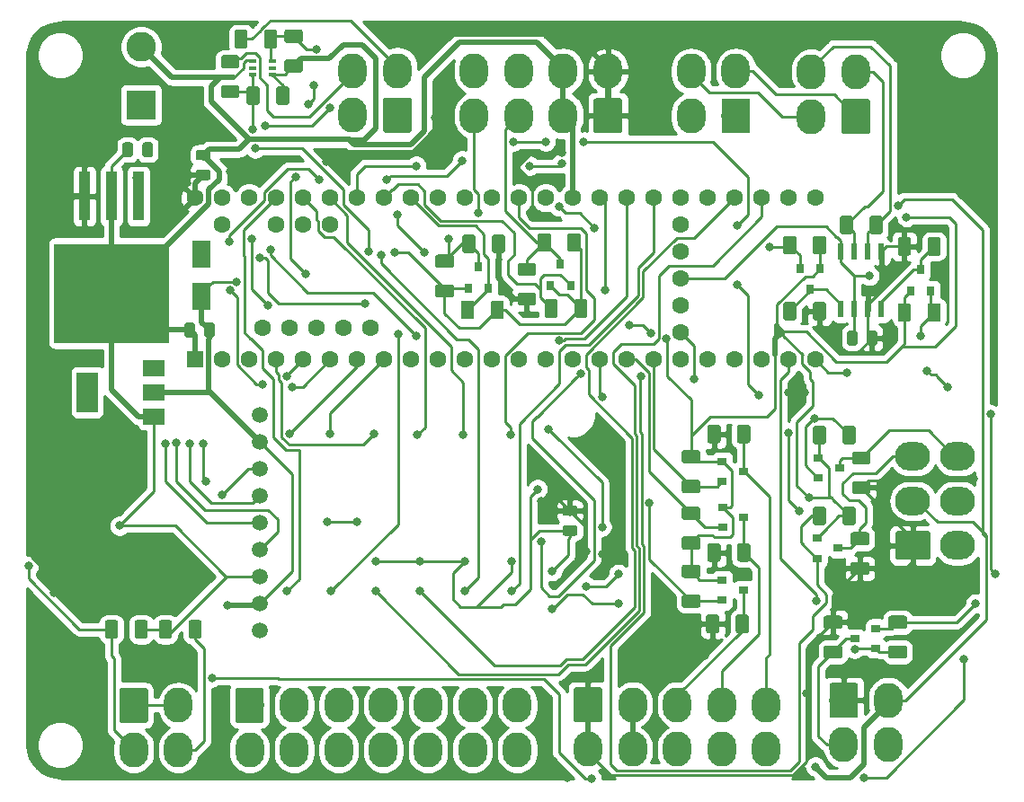
<source format=gbr>
G04 #@! TF.GenerationSoftware,KiCad,Pcbnew,(5.1.0)-1*
G04 #@! TF.CreationDate,2019-10-16T16:56:12+11:00*
G04 #@! TF.ProjectId,Teensy_Shield_Board,5465656e-7379-45f5-9368-69656c645f42,rev?*
G04 #@! TF.SameCoordinates,Original*
G04 #@! TF.FileFunction,Copper,L1,Top*
G04 #@! TF.FilePolarity,Positive*
%FSLAX46Y46*%
G04 Gerber Fmt 4.6, Leading zero omitted, Abs format (unit mm)*
G04 Created by KiCad (PCBNEW (5.1.0)-1) date 2019-10-16 16:56:12*
%MOMM*%
%LPD*%
G04 APERTURE LIST*
%ADD10R,0.650000X0.400000*%
%ADD11O,2.700000X3.300000*%
%ADD12C,0.100000*%
%ADD13C,2.700000*%
%ADD14C,0.975000*%
%ADD15R,10.800000X9.400000*%
%ADD16R,1.100000X4.600000*%
%ADD17R,2.000000X1.500000*%
%ADD18R,2.000000X3.800000*%
%ADD19R,0.600000X1.550000*%
%ADD20C,1.600000*%
%ADD21R,1.600000X1.600000*%
%ADD22C,1.250000*%
%ADD23R,0.900000X0.800000*%
%ADD24R,0.800000X0.900000*%
%ADD25C,2.800000*%
%ADD26R,2.800000X2.800000*%
%ADD27O,3.300000X2.700000*%
%ADD28C,1.500000*%
%ADD29R,1.800000X2.500000*%
%ADD30C,0.800000*%
%ADD31C,0.250000*%
%ADD32C,0.500000*%
%ADD33C,0.254000*%
G04 APERTURE END LIST*
D10*
X108150000Y-93875000D03*
X108150000Y-92575000D03*
X110050000Y-93225000D03*
X108150000Y-93225000D03*
X110050000Y-92575000D03*
X110050000Y-93875000D03*
D11*
X116275000Y-157525000D03*
X124675000Y-157525000D03*
X116275000Y-153325000D03*
D12*
G36*
X108999503Y-151676204D02*
G01*
X109023772Y-151679804D01*
X109047570Y-151685765D01*
X109070670Y-151694030D01*
X109092849Y-151704520D01*
X109113892Y-151717133D01*
X109133598Y-151731748D01*
X109151776Y-151748224D01*
X109168252Y-151766402D01*
X109182867Y-151786108D01*
X109195480Y-151807151D01*
X109205970Y-151829330D01*
X109214235Y-151852430D01*
X109220196Y-151876228D01*
X109223796Y-151900497D01*
X109225000Y-151925001D01*
X109225000Y-154724999D01*
X109223796Y-154749503D01*
X109220196Y-154773772D01*
X109214235Y-154797570D01*
X109205970Y-154820670D01*
X109195480Y-154842849D01*
X109182867Y-154863892D01*
X109168252Y-154883598D01*
X109151776Y-154901776D01*
X109133598Y-154918252D01*
X109113892Y-154932867D01*
X109092849Y-154945480D01*
X109070670Y-154955970D01*
X109047570Y-154964235D01*
X109023772Y-154970196D01*
X108999503Y-154973796D01*
X108974999Y-154975000D01*
X106775001Y-154975000D01*
X106750497Y-154973796D01*
X106726228Y-154970196D01*
X106702430Y-154964235D01*
X106679330Y-154955970D01*
X106657151Y-154945480D01*
X106636108Y-154932867D01*
X106616402Y-154918252D01*
X106598224Y-154901776D01*
X106581748Y-154883598D01*
X106567133Y-154863892D01*
X106554520Y-154842849D01*
X106544030Y-154820670D01*
X106535765Y-154797570D01*
X106529804Y-154773772D01*
X106526204Y-154749503D01*
X106525000Y-154724999D01*
X106525000Y-151925001D01*
X106526204Y-151900497D01*
X106529804Y-151876228D01*
X106535765Y-151852430D01*
X106544030Y-151829330D01*
X106554520Y-151807151D01*
X106567133Y-151786108D01*
X106581748Y-151766402D01*
X106598224Y-151748224D01*
X106616402Y-151731748D01*
X106636108Y-151717133D01*
X106657151Y-151704520D01*
X106679330Y-151694030D01*
X106702430Y-151685765D01*
X106726228Y-151679804D01*
X106750497Y-151676204D01*
X106775001Y-151675000D01*
X108974999Y-151675000D01*
X108999503Y-151676204D01*
X108999503Y-151676204D01*
G37*
D13*
X107875000Y-153325000D03*
D11*
X133075000Y-157525000D03*
X107875000Y-157525000D03*
X112075000Y-153325000D03*
X120475000Y-153325000D03*
X112075000Y-157525000D03*
X128875000Y-153325000D03*
X120475000Y-157525000D03*
X124675000Y-153325000D03*
X133075000Y-153325000D03*
X128875000Y-157525000D03*
X143950000Y-157475000D03*
X143950000Y-153275000D03*
X156550000Y-153275000D03*
X152350000Y-153275000D03*
X156550000Y-157475000D03*
X152350000Y-157475000D03*
X148150000Y-157475000D03*
X148150000Y-153275000D03*
X139750000Y-157475000D03*
D12*
G36*
X140874503Y-151626204D02*
G01*
X140898772Y-151629804D01*
X140922570Y-151635765D01*
X140945670Y-151644030D01*
X140967849Y-151654520D01*
X140988892Y-151667133D01*
X141008598Y-151681748D01*
X141026776Y-151698224D01*
X141043252Y-151716402D01*
X141057867Y-151736108D01*
X141070480Y-151757151D01*
X141080970Y-151779330D01*
X141089235Y-151802430D01*
X141095196Y-151826228D01*
X141098796Y-151850497D01*
X141100000Y-151875001D01*
X141100000Y-154674999D01*
X141098796Y-154699503D01*
X141095196Y-154723772D01*
X141089235Y-154747570D01*
X141080970Y-154770670D01*
X141070480Y-154792849D01*
X141057867Y-154813892D01*
X141043252Y-154833598D01*
X141026776Y-154851776D01*
X141008598Y-154868252D01*
X140988892Y-154882867D01*
X140967849Y-154895480D01*
X140945670Y-154905970D01*
X140922570Y-154914235D01*
X140898772Y-154920196D01*
X140874503Y-154923796D01*
X140849999Y-154925000D01*
X138650001Y-154925000D01*
X138625497Y-154923796D01*
X138601228Y-154920196D01*
X138577430Y-154914235D01*
X138554330Y-154905970D01*
X138532151Y-154895480D01*
X138511108Y-154882867D01*
X138491402Y-154868252D01*
X138473224Y-154851776D01*
X138456748Y-154833598D01*
X138442133Y-154813892D01*
X138429520Y-154792849D01*
X138419030Y-154770670D01*
X138410765Y-154747570D01*
X138404804Y-154723772D01*
X138401204Y-154699503D01*
X138400000Y-154674999D01*
X138400000Y-151875001D01*
X138401204Y-151850497D01*
X138404804Y-151826228D01*
X138410765Y-151802430D01*
X138419030Y-151779330D01*
X138429520Y-151757151D01*
X138442133Y-151736108D01*
X138456748Y-151716402D01*
X138473224Y-151698224D01*
X138491402Y-151681748D01*
X138511108Y-151667133D01*
X138532151Y-151654520D01*
X138554330Y-151644030D01*
X138577430Y-151635765D01*
X138601228Y-151629804D01*
X138625497Y-151626204D01*
X138650001Y-151625000D01*
X140849999Y-151625000D01*
X140874503Y-151626204D01*
X140874503Y-151626204D01*
G37*
D13*
X139750000Y-153275000D03*
D12*
G36*
X103992142Y-102836674D02*
G01*
X104015803Y-102840184D01*
X104039007Y-102845996D01*
X104061529Y-102854054D01*
X104083153Y-102864282D01*
X104103670Y-102876579D01*
X104122883Y-102890829D01*
X104140607Y-102906893D01*
X104156671Y-102924617D01*
X104170921Y-102943830D01*
X104183218Y-102964347D01*
X104193446Y-102985971D01*
X104201504Y-103008493D01*
X104207316Y-103031697D01*
X104210826Y-103055358D01*
X104212000Y-103079250D01*
X104212000Y-103566750D01*
X104210826Y-103590642D01*
X104207316Y-103614303D01*
X104201504Y-103637507D01*
X104193446Y-103660029D01*
X104183218Y-103681653D01*
X104170921Y-103702170D01*
X104156671Y-103721383D01*
X104140607Y-103739107D01*
X104122883Y-103755171D01*
X104103670Y-103769421D01*
X104083153Y-103781718D01*
X104061529Y-103791946D01*
X104039007Y-103800004D01*
X104015803Y-103805816D01*
X103992142Y-103809326D01*
X103968250Y-103810500D01*
X103055750Y-103810500D01*
X103031858Y-103809326D01*
X103008197Y-103805816D01*
X102984993Y-103800004D01*
X102962471Y-103791946D01*
X102940847Y-103781718D01*
X102920330Y-103769421D01*
X102901117Y-103755171D01*
X102883393Y-103739107D01*
X102867329Y-103721383D01*
X102853079Y-103702170D01*
X102840782Y-103681653D01*
X102830554Y-103660029D01*
X102822496Y-103637507D01*
X102816684Y-103614303D01*
X102813174Y-103590642D01*
X102812000Y-103566750D01*
X102812000Y-103079250D01*
X102813174Y-103055358D01*
X102816684Y-103031697D01*
X102822496Y-103008493D01*
X102830554Y-102985971D01*
X102840782Y-102964347D01*
X102853079Y-102943830D01*
X102867329Y-102924617D01*
X102883393Y-102906893D01*
X102901117Y-102890829D01*
X102920330Y-102876579D01*
X102940847Y-102864282D01*
X102962471Y-102854054D01*
X102984993Y-102845996D01*
X103008197Y-102840184D01*
X103031858Y-102836674D01*
X103055750Y-102835500D01*
X103968250Y-102835500D01*
X103992142Y-102836674D01*
X103992142Y-102836674D01*
G37*
D14*
X103512000Y-103323000D03*
D12*
G36*
X103992142Y-100961674D02*
G01*
X104015803Y-100965184D01*
X104039007Y-100970996D01*
X104061529Y-100979054D01*
X104083153Y-100989282D01*
X104103670Y-101001579D01*
X104122883Y-101015829D01*
X104140607Y-101031893D01*
X104156671Y-101049617D01*
X104170921Y-101068830D01*
X104183218Y-101089347D01*
X104193446Y-101110971D01*
X104201504Y-101133493D01*
X104207316Y-101156697D01*
X104210826Y-101180358D01*
X104212000Y-101204250D01*
X104212000Y-101691750D01*
X104210826Y-101715642D01*
X104207316Y-101739303D01*
X104201504Y-101762507D01*
X104193446Y-101785029D01*
X104183218Y-101806653D01*
X104170921Y-101827170D01*
X104156671Y-101846383D01*
X104140607Y-101864107D01*
X104122883Y-101880171D01*
X104103670Y-101894421D01*
X104083153Y-101906718D01*
X104061529Y-101916946D01*
X104039007Y-101925004D01*
X104015803Y-101930816D01*
X103992142Y-101934326D01*
X103968250Y-101935500D01*
X103055750Y-101935500D01*
X103031858Y-101934326D01*
X103008197Y-101930816D01*
X102984993Y-101925004D01*
X102962471Y-101916946D01*
X102940847Y-101906718D01*
X102920330Y-101894421D01*
X102901117Y-101880171D01*
X102883393Y-101864107D01*
X102867329Y-101846383D01*
X102853079Y-101827170D01*
X102840782Y-101806653D01*
X102830554Y-101785029D01*
X102822496Y-101762507D01*
X102816684Y-101739303D01*
X102813174Y-101715642D01*
X102812000Y-101691750D01*
X102812000Y-101204250D01*
X102813174Y-101180358D01*
X102816684Y-101156697D01*
X102822496Y-101133493D01*
X102830554Y-101110971D01*
X102840782Y-101089347D01*
X102853079Y-101068830D01*
X102867329Y-101049617D01*
X102883393Y-101031893D01*
X102901117Y-101015829D01*
X102920330Y-101001579D01*
X102940847Y-100989282D01*
X102962471Y-100979054D01*
X102984993Y-100970996D01*
X103008197Y-100965184D01*
X103031858Y-100961674D01*
X103055750Y-100960500D01*
X103968250Y-100960500D01*
X103992142Y-100961674D01*
X103992142Y-100961674D01*
G37*
D14*
X103512000Y-101448000D03*
D15*
X94876000Y-114475000D03*
D16*
X92336000Y-105325000D03*
X94876000Y-105325000D03*
X97416000Y-105325000D03*
D17*
X98890000Y-126100000D03*
X98890000Y-121500000D03*
X98890000Y-123800000D03*
D18*
X92590000Y-123800000D03*
D19*
X163583000Y-110568000D03*
X164853000Y-110568000D03*
X166123000Y-110568000D03*
X167393000Y-110568000D03*
X167393000Y-115968000D03*
X166123000Y-115968000D03*
X164853000Y-115968000D03*
X163583000Y-115968000D03*
D20*
X119260000Y-117728000D03*
X116720000Y-117728000D03*
X114180000Y-117728000D03*
X111640000Y-117728000D03*
X109100000Y-117728000D03*
X115450000Y-108028000D03*
X112910000Y-108028000D03*
X110370000Y-108028000D03*
X105290000Y-108028000D03*
X102750000Y-105488000D03*
X105290000Y-105488000D03*
X107830000Y-105488000D03*
X110370000Y-105488000D03*
X112910000Y-105488000D03*
X115450000Y-105488000D03*
X117990000Y-105488000D03*
X120530000Y-105488000D03*
X123070000Y-105488000D03*
X125610000Y-105488000D03*
X128150000Y-105488000D03*
X130690000Y-105488000D03*
X133230000Y-105488000D03*
X135770000Y-105488000D03*
X138310000Y-105488000D03*
X140850000Y-105488000D03*
D21*
X102750000Y-120728000D03*
D20*
X105290000Y-120728000D03*
X107830000Y-120728000D03*
X110370000Y-120728000D03*
X112910000Y-120728000D03*
X115450000Y-120728000D03*
X117990000Y-120728000D03*
X120530000Y-120728000D03*
X123070000Y-120728000D03*
X125610000Y-120728000D03*
X128150000Y-120728000D03*
X130690000Y-120728000D03*
X133230000Y-120728000D03*
X143390000Y-105488000D03*
X145930000Y-105488000D03*
X148470000Y-105488000D03*
X151010000Y-105488000D03*
X153550000Y-105488000D03*
X156090000Y-105488000D03*
X158630000Y-105488000D03*
X161170000Y-105488000D03*
X148470000Y-108028000D03*
X148470000Y-110568000D03*
X148470000Y-113108000D03*
X148470000Y-115648000D03*
X148470000Y-118188000D03*
X161170000Y-120728000D03*
X158630000Y-120728000D03*
X156090000Y-120728000D03*
X153550000Y-120728000D03*
X135770000Y-120728000D03*
X138310000Y-120728000D03*
X140850000Y-120728000D03*
X151010000Y-120728000D03*
X148470000Y-120728000D03*
X145930000Y-120728000D03*
X143390000Y-120728000D03*
D12*
G36*
X163470504Y-147663204D02*
G01*
X163494773Y-147666804D01*
X163518571Y-147672765D01*
X163541671Y-147681030D01*
X163563849Y-147691520D01*
X163584893Y-147704133D01*
X163604598Y-147718747D01*
X163622777Y-147735223D01*
X163639253Y-147753402D01*
X163653867Y-147773107D01*
X163666480Y-147794151D01*
X163676970Y-147816329D01*
X163685235Y-147839429D01*
X163691196Y-147863227D01*
X163694796Y-147887496D01*
X163696000Y-147912000D01*
X163696000Y-148662000D01*
X163694796Y-148686504D01*
X163691196Y-148710773D01*
X163685235Y-148734571D01*
X163676970Y-148757671D01*
X163666480Y-148779849D01*
X163653867Y-148800893D01*
X163639253Y-148820598D01*
X163622777Y-148838777D01*
X163604598Y-148855253D01*
X163584893Y-148869867D01*
X163563849Y-148882480D01*
X163541671Y-148892970D01*
X163518571Y-148901235D01*
X163494773Y-148907196D01*
X163470504Y-148910796D01*
X163446000Y-148912000D01*
X162196000Y-148912000D01*
X162171496Y-148910796D01*
X162147227Y-148907196D01*
X162123429Y-148901235D01*
X162100329Y-148892970D01*
X162078151Y-148882480D01*
X162057107Y-148869867D01*
X162037402Y-148855253D01*
X162019223Y-148838777D01*
X162002747Y-148820598D01*
X161988133Y-148800893D01*
X161975520Y-148779849D01*
X161965030Y-148757671D01*
X161956765Y-148734571D01*
X161950804Y-148710773D01*
X161947204Y-148686504D01*
X161946000Y-148662000D01*
X161946000Y-147912000D01*
X161947204Y-147887496D01*
X161950804Y-147863227D01*
X161956765Y-147839429D01*
X161965030Y-147816329D01*
X161975520Y-147794151D01*
X161988133Y-147773107D01*
X162002747Y-147753402D01*
X162019223Y-147735223D01*
X162037402Y-147718747D01*
X162057107Y-147704133D01*
X162078151Y-147691520D01*
X162100329Y-147681030D01*
X162123429Y-147672765D01*
X162147227Y-147666804D01*
X162171496Y-147663204D01*
X162196000Y-147662000D01*
X163446000Y-147662000D01*
X163470504Y-147663204D01*
X163470504Y-147663204D01*
G37*
D22*
X162821000Y-148287000D03*
D12*
G36*
X163470504Y-144863204D02*
G01*
X163494773Y-144866804D01*
X163518571Y-144872765D01*
X163541671Y-144881030D01*
X163563849Y-144891520D01*
X163584893Y-144904133D01*
X163604598Y-144918747D01*
X163622777Y-144935223D01*
X163639253Y-144953402D01*
X163653867Y-144973107D01*
X163666480Y-144994151D01*
X163676970Y-145016329D01*
X163685235Y-145039429D01*
X163691196Y-145063227D01*
X163694796Y-145087496D01*
X163696000Y-145112000D01*
X163696000Y-145862000D01*
X163694796Y-145886504D01*
X163691196Y-145910773D01*
X163685235Y-145934571D01*
X163676970Y-145957671D01*
X163666480Y-145979849D01*
X163653867Y-146000893D01*
X163639253Y-146020598D01*
X163622777Y-146038777D01*
X163604598Y-146055253D01*
X163584893Y-146069867D01*
X163563849Y-146082480D01*
X163541671Y-146092970D01*
X163518571Y-146101235D01*
X163494773Y-146107196D01*
X163470504Y-146110796D01*
X163446000Y-146112000D01*
X162196000Y-146112000D01*
X162171496Y-146110796D01*
X162147227Y-146107196D01*
X162123429Y-146101235D01*
X162100329Y-146092970D01*
X162078151Y-146082480D01*
X162057107Y-146069867D01*
X162037402Y-146055253D01*
X162019223Y-146038777D01*
X162002747Y-146020598D01*
X161988133Y-146000893D01*
X161975520Y-145979849D01*
X161965030Y-145957671D01*
X161956765Y-145934571D01*
X161950804Y-145910773D01*
X161947204Y-145886504D01*
X161946000Y-145862000D01*
X161946000Y-145112000D01*
X161947204Y-145087496D01*
X161950804Y-145063227D01*
X161956765Y-145039429D01*
X161965030Y-145016329D01*
X161975520Y-144994151D01*
X161988133Y-144973107D01*
X162002747Y-144953402D01*
X162019223Y-144935223D01*
X162037402Y-144918747D01*
X162057107Y-144904133D01*
X162078151Y-144891520D01*
X162100329Y-144881030D01*
X162123429Y-144872765D01*
X162147227Y-144866804D01*
X162171496Y-144863204D01*
X162196000Y-144862000D01*
X163446000Y-144862000D01*
X163470504Y-144863204D01*
X163470504Y-144863204D01*
G37*
D22*
X162821000Y-145487000D03*
D12*
G36*
X169566504Y-147663204D02*
G01*
X169590773Y-147666804D01*
X169614571Y-147672765D01*
X169637671Y-147681030D01*
X169659849Y-147691520D01*
X169680893Y-147704133D01*
X169700598Y-147718747D01*
X169718777Y-147735223D01*
X169735253Y-147753402D01*
X169749867Y-147773107D01*
X169762480Y-147794151D01*
X169772970Y-147816329D01*
X169781235Y-147839429D01*
X169787196Y-147863227D01*
X169790796Y-147887496D01*
X169792000Y-147912000D01*
X169792000Y-148662000D01*
X169790796Y-148686504D01*
X169787196Y-148710773D01*
X169781235Y-148734571D01*
X169772970Y-148757671D01*
X169762480Y-148779849D01*
X169749867Y-148800893D01*
X169735253Y-148820598D01*
X169718777Y-148838777D01*
X169700598Y-148855253D01*
X169680893Y-148869867D01*
X169659849Y-148882480D01*
X169637671Y-148892970D01*
X169614571Y-148901235D01*
X169590773Y-148907196D01*
X169566504Y-148910796D01*
X169542000Y-148912000D01*
X168292000Y-148912000D01*
X168267496Y-148910796D01*
X168243227Y-148907196D01*
X168219429Y-148901235D01*
X168196329Y-148892970D01*
X168174151Y-148882480D01*
X168153107Y-148869867D01*
X168133402Y-148855253D01*
X168115223Y-148838777D01*
X168098747Y-148820598D01*
X168084133Y-148800893D01*
X168071520Y-148779849D01*
X168061030Y-148757671D01*
X168052765Y-148734571D01*
X168046804Y-148710773D01*
X168043204Y-148686504D01*
X168042000Y-148662000D01*
X168042000Y-147912000D01*
X168043204Y-147887496D01*
X168046804Y-147863227D01*
X168052765Y-147839429D01*
X168061030Y-147816329D01*
X168071520Y-147794151D01*
X168084133Y-147773107D01*
X168098747Y-147753402D01*
X168115223Y-147735223D01*
X168133402Y-147718747D01*
X168153107Y-147704133D01*
X168174151Y-147691520D01*
X168196329Y-147681030D01*
X168219429Y-147672765D01*
X168243227Y-147666804D01*
X168267496Y-147663204D01*
X168292000Y-147662000D01*
X169542000Y-147662000D01*
X169566504Y-147663204D01*
X169566504Y-147663204D01*
G37*
D22*
X168917000Y-148287000D03*
D12*
G36*
X169566504Y-144863204D02*
G01*
X169590773Y-144866804D01*
X169614571Y-144872765D01*
X169637671Y-144881030D01*
X169659849Y-144891520D01*
X169680893Y-144904133D01*
X169700598Y-144918747D01*
X169718777Y-144935223D01*
X169735253Y-144953402D01*
X169749867Y-144973107D01*
X169762480Y-144994151D01*
X169772970Y-145016329D01*
X169781235Y-145039429D01*
X169787196Y-145063227D01*
X169790796Y-145087496D01*
X169792000Y-145112000D01*
X169792000Y-145862000D01*
X169790796Y-145886504D01*
X169787196Y-145910773D01*
X169781235Y-145934571D01*
X169772970Y-145957671D01*
X169762480Y-145979849D01*
X169749867Y-146000893D01*
X169735253Y-146020598D01*
X169718777Y-146038777D01*
X169700598Y-146055253D01*
X169680893Y-146069867D01*
X169659849Y-146082480D01*
X169637671Y-146092970D01*
X169614571Y-146101235D01*
X169590773Y-146107196D01*
X169566504Y-146110796D01*
X169542000Y-146112000D01*
X168292000Y-146112000D01*
X168267496Y-146110796D01*
X168243227Y-146107196D01*
X168219429Y-146101235D01*
X168196329Y-146092970D01*
X168174151Y-146082480D01*
X168153107Y-146069867D01*
X168133402Y-146055253D01*
X168115223Y-146038777D01*
X168098747Y-146020598D01*
X168084133Y-146000893D01*
X168071520Y-145979849D01*
X168061030Y-145957671D01*
X168052765Y-145934571D01*
X168046804Y-145910773D01*
X168043204Y-145886504D01*
X168042000Y-145862000D01*
X168042000Y-145112000D01*
X168043204Y-145087496D01*
X168046804Y-145063227D01*
X168052765Y-145039429D01*
X168061030Y-145016329D01*
X168071520Y-144994151D01*
X168084133Y-144973107D01*
X168098747Y-144953402D01*
X168115223Y-144935223D01*
X168133402Y-144918747D01*
X168153107Y-144904133D01*
X168174151Y-144891520D01*
X168196329Y-144881030D01*
X168219429Y-144872765D01*
X168243227Y-144866804D01*
X168267496Y-144863204D01*
X168292000Y-144862000D01*
X169542000Y-144862000D01*
X169566504Y-144863204D01*
X169566504Y-144863204D01*
G37*
D22*
X168917000Y-145487000D03*
D12*
G36*
X172745504Y-109186204D02*
G01*
X172769773Y-109189804D01*
X172793571Y-109195765D01*
X172816671Y-109204030D01*
X172838849Y-109214520D01*
X172859893Y-109227133D01*
X172879598Y-109241747D01*
X172897777Y-109258223D01*
X172914253Y-109276402D01*
X172928867Y-109296107D01*
X172941480Y-109317151D01*
X172951970Y-109339329D01*
X172960235Y-109362429D01*
X172966196Y-109386227D01*
X172969796Y-109410496D01*
X172971000Y-109435000D01*
X172971000Y-110685000D01*
X172969796Y-110709504D01*
X172966196Y-110733773D01*
X172960235Y-110757571D01*
X172951970Y-110780671D01*
X172941480Y-110802849D01*
X172928867Y-110823893D01*
X172914253Y-110843598D01*
X172897777Y-110861777D01*
X172879598Y-110878253D01*
X172859893Y-110892867D01*
X172838849Y-110905480D01*
X172816671Y-110915970D01*
X172793571Y-110924235D01*
X172769773Y-110930196D01*
X172745504Y-110933796D01*
X172721000Y-110935000D01*
X171971000Y-110935000D01*
X171946496Y-110933796D01*
X171922227Y-110930196D01*
X171898429Y-110924235D01*
X171875329Y-110915970D01*
X171853151Y-110905480D01*
X171832107Y-110892867D01*
X171812402Y-110878253D01*
X171794223Y-110861777D01*
X171777747Y-110843598D01*
X171763133Y-110823893D01*
X171750520Y-110802849D01*
X171740030Y-110780671D01*
X171731765Y-110757571D01*
X171725804Y-110733773D01*
X171722204Y-110709504D01*
X171721000Y-110685000D01*
X171721000Y-109435000D01*
X171722204Y-109410496D01*
X171725804Y-109386227D01*
X171731765Y-109362429D01*
X171740030Y-109339329D01*
X171750520Y-109317151D01*
X171763133Y-109296107D01*
X171777747Y-109276402D01*
X171794223Y-109258223D01*
X171812402Y-109241747D01*
X171832107Y-109227133D01*
X171853151Y-109214520D01*
X171875329Y-109204030D01*
X171898429Y-109195765D01*
X171922227Y-109189804D01*
X171946496Y-109186204D01*
X171971000Y-109185000D01*
X172721000Y-109185000D01*
X172745504Y-109186204D01*
X172745504Y-109186204D01*
G37*
D22*
X172346000Y-110060000D03*
D12*
G36*
X169945504Y-109186204D02*
G01*
X169969773Y-109189804D01*
X169993571Y-109195765D01*
X170016671Y-109204030D01*
X170038849Y-109214520D01*
X170059893Y-109227133D01*
X170079598Y-109241747D01*
X170097777Y-109258223D01*
X170114253Y-109276402D01*
X170128867Y-109296107D01*
X170141480Y-109317151D01*
X170151970Y-109339329D01*
X170160235Y-109362429D01*
X170166196Y-109386227D01*
X170169796Y-109410496D01*
X170171000Y-109435000D01*
X170171000Y-110685000D01*
X170169796Y-110709504D01*
X170166196Y-110733773D01*
X170160235Y-110757571D01*
X170151970Y-110780671D01*
X170141480Y-110802849D01*
X170128867Y-110823893D01*
X170114253Y-110843598D01*
X170097777Y-110861777D01*
X170079598Y-110878253D01*
X170059893Y-110892867D01*
X170038849Y-110905480D01*
X170016671Y-110915970D01*
X169993571Y-110924235D01*
X169969773Y-110930196D01*
X169945504Y-110933796D01*
X169921000Y-110935000D01*
X169171000Y-110935000D01*
X169146496Y-110933796D01*
X169122227Y-110930196D01*
X169098429Y-110924235D01*
X169075329Y-110915970D01*
X169053151Y-110905480D01*
X169032107Y-110892867D01*
X169012402Y-110878253D01*
X168994223Y-110861777D01*
X168977747Y-110843598D01*
X168963133Y-110823893D01*
X168950520Y-110802849D01*
X168940030Y-110780671D01*
X168931765Y-110757571D01*
X168925804Y-110733773D01*
X168922204Y-110709504D01*
X168921000Y-110685000D01*
X168921000Y-109435000D01*
X168922204Y-109410496D01*
X168925804Y-109386227D01*
X168931765Y-109362429D01*
X168940030Y-109339329D01*
X168950520Y-109317151D01*
X168963133Y-109296107D01*
X168977747Y-109276402D01*
X168994223Y-109258223D01*
X169012402Y-109241747D01*
X169032107Y-109227133D01*
X169053151Y-109214520D01*
X169075329Y-109204030D01*
X169098429Y-109195765D01*
X169122227Y-109189804D01*
X169146496Y-109186204D01*
X169171000Y-109185000D01*
X169921000Y-109185000D01*
X169945504Y-109186204D01*
X169945504Y-109186204D01*
G37*
D22*
X169546000Y-110060000D03*
D12*
G36*
X154814504Y-126863204D02*
G01*
X154838773Y-126866804D01*
X154862571Y-126872765D01*
X154885671Y-126881030D01*
X154907849Y-126891520D01*
X154928893Y-126904133D01*
X154948598Y-126918747D01*
X154966777Y-126935223D01*
X154983253Y-126953402D01*
X154997867Y-126973107D01*
X155010480Y-126994151D01*
X155020970Y-127016329D01*
X155029235Y-127039429D01*
X155035196Y-127063227D01*
X155038796Y-127087496D01*
X155040000Y-127112000D01*
X155040000Y-128362000D01*
X155038796Y-128386504D01*
X155035196Y-128410773D01*
X155029235Y-128434571D01*
X155020970Y-128457671D01*
X155010480Y-128479849D01*
X154997867Y-128500893D01*
X154983253Y-128520598D01*
X154966777Y-128538777D01*
X154948598Y-128555253D01*
X154928893Y-128569867D01*
X154907849Y-128582480D01*
X154885671Y-128592970D01*
X154862571Y-128601235D01*
X154838773Y-128607196D01*
X154814504Y-128610796D01*
X154790000Y-128612000D01*
X154040000Y-128612000D01*
X154015496Y-128610796D01*
X153991227Y-128607196D01*
X153967429Y-128601235D01*
X153944329Y-128592970D01*
X153922151Y-128582480D01*
X153901107Y-128569867D01*
X153881402Y-128555253D01*
X153863223Y-128538777D01*
X153846747Y-128520598D01*
X153832133Y-128500893D01*
X153819520Y-128479849D01*
X153809030Y-128457671D01*
X153800765Y-128434571D01*
X153794804Y-128410773D01*
X153791204Y-128386504D01*
X153790000Y-128362000D01*
X153790000Y-127112000D01*
X153791204Y-127087496D01*
X153794804Y-127063227D01*
X153800765Y-127039429D01*
X153809030Y-127016329D01*
X153819520Y-126994151D01*
X153832133Y-126973107D01*
X153846747Y-126953402D01*
X153863223Y-126935223D01*
X153881402Y-126918747D01*
X153901107Y-126904133D01*
X153922151Y-126891520D01*
X153944329Y-126881030D01*
X153967429Y-126872765D01*
X153991227Y-126866804D01*
X154015496Y-126863204D01*
X154040000Y-126862000D01*
X154790000Y-126862000D01*
X154814504Y-126863204D01*
X154814504Y-126863204D01*
G37*
D22*
X154415000Y-127737000D03*
D12*
G36*
X152014504Y-126863204D02*
G01*
X152038773Y-126866804D01*
X152062571Y-126872765D01*
X152085671Y-126881030D01*
X152107849Y-126891520D01*
X152128893Y-126904133D01*
X152148598Y-126918747D01*
X152166777Y-126935223D01*
X152183253Y-126953402D01*
X152197867Y-126973107D01*
X152210480Y-126994151D01*
X152220970Y-127016329D01*
X152229235Y-127039429D01*
X152235196Y-127063227D01*
X152238796Y-127087496D01*
X152240000Y-127112000D01*
X152240000Y-128362000D01*
X152238796Y-128386504D01*
X152235196Y-128410773D01*
X152229235Y-128434571D01*
X152220970Y-128457671D01*
X152210480Y-128479849D01*
X152197867Y-128500893D01*
X152183253Y-128520598D01*
X152166777Y-128538777D01*
X152148598Y-128555253D01*
X152128893Y-128569867D01*
X152107849Y-128582480D01*
X152085671Y-128592970D01*
X152062571Y-128601235D01*
X152038773Y-128607196D01*
X152014504Y-128610796D01*
X151990000Y-128612000D01*
X151240000Y-128612000D01*
X151215496Y-128610796D01*
X151191227Y-128607196D01*
X151167429Y-128601235D01*
X151144329Y-128592970D01*
X151122151Y-128582480D01*
X151101107Y-128569867D01*
X151081402Y-128555253D01*
X151063223Y-128538777D01*
X151046747Y-128520598D01*
X151032133Y-128500893D01*
X151019520Y-128479849D01*
X151009030Y-128457671D01*
X151000765Y-128434571D01*
X150994804Y-128410773D01*
X150991204Y-128386504D01*
X150990000Y-128362000D01*
X150990000Y-127112000D01*
X150991204Y-127087496D01*
X150994804Y-127063227D01*
X151000765Y-127039429D01*
X151009030Y-127016329D01*
X151019520Y-126994151D01*
X151032133Y-126973107D01*
X151046747Y-126953402D01*
X151063223Y-126935223D01*
X151081402Y-126918747D01*
X151101107Y-126904133D01*
X151122151Y-126891520D01*
X151144329Y-126881030D01*
X151167429Y-126872765D01*
X151191227Y-126866804D01*
X151215496Y-126863204D01*
X151240000Y-126862000D01*
X151990000Y-126862000D01*
X152014504Y-126863204D01*
X152014504Y-126863204D01*
G37*
D22*
X151615000Y-127737000D03*
D12*
G36*
X169945504Y-115409204D02*
G01*
X169969773Y-115412804D01*
X169993571Y-115418765D01*
X170016671Y-115427030D01*
X170038849Y-115437520D01*
X170059893Y-115450133D01*
X170079598Y-115464747D01*
X170097777Y-115481223D01*
X170114253Y-115499402D01*
X170128867Y-115519107D01*
X170141480Y-115540151D01*
X170151970Y-115562329D01*
X170160235Y-115585429D01*
X170166196Y-115609227D01*
X170169796Y-115633496D01*
X170171000Y-115658000D01*
X170171000Y-116908000D01*
X170169796Y-116932504D01*
X170166196Y-116956773D01*
X170160235Y-116980571D01*
X170151970Y-117003671D01*
X170141480Y-117025849D01*
X170128867Y-117046893D01*
X170114253Y-117066598D01*
X170097777Y-117084777D01*
X170079598Y-117101253D01*
X170059893Y-117115867D01*
X170038849Y-117128480D01*
X170016671Y-117138970D01*
X169993571Y-117147235D01*
X169969773Y-117153196D01*
X169945504Y-117156796D01*
X169921000Y-117158000D01*
X169171000Y-117158000D01*
X169146496Y-117156796D01*
X169122227Y-117153196D01*
X169098429Y-117147235D01*
X169075329Y-117138970D01*
X169053151Y-117128480D01*
X169032107Y-117115867D01*
X169012402Y-117101253D01*
X168994223Y-117084777D01*
X168977747Y-117066598D01*
X168963133Y-117046893D01*
X168950520Y-117025849D01*
X168940030Y-117003671D01*
X168931765Y-116980571D01*
X168925804Y-116956773D01*
X168922204Y-116932504D01*
X168921000Y-116908000D01*
X168921000Y-115658000D01*
X168922204Y-115633496D01*
X168925804Y-115609227D01*
X168931765Y-115585429D01*
X168940030Y-115562329D01*
X168950520Y-115540151D01*
X168963133Y-115519107D01*
X168977747Y-115499402D01*
X168994223Y-115481223D01*
X169012402Y-115464747D01*
X169032107Y-115450133D01*
X169053151Y-115437520D01*
X169075329Y-115427030D01*
X169098429Y-115418765D01*
X169122227Y-115412804D01*
X169146496Y-115409204D01*
X169171000Y-115408000D01*
X169921000Y-115408000D01*
X169945504Y-115409204D01*
X169945504Y-115409204D01*
G37*
D22*
X169546000Y-116283000D03*
D12*
G36*
X172745504Y-115409204D02*
G01*
X172769773Y-115412804D01*
X172793571Y-115418765D01*
X172816671Y-115427030D01*
X172838849Y-115437520D01*
X172859893Y-115450133D01*
X172879598Y-115464747D01*
X172897777Y-115481223D01*
X172914253Y-115499402D01*
X172928867Y-115519107D01*
X172941480Y-115540151D01*
X172951970Y-115562329D01*
X172960235Y-115585429D01*
X172966196Y-115609227D01*
X172969796Y-115633496D01*
X172971000Y-115658000D01*
X172971000Y-116908000D01*
X172969796Y-116932504D01*
X172966196Y-116956773D01*
X172960235Y-116980571D01*
X172951970Y-117003671D01*
X172941480Y-117025849D01*
X172928867Y-117046893D01*
X172914253Y-117066598D01*
X172897777Y-117084777D01*
X172879598Y-117101253D01*
X172859893Y-117115867D01*
X172838849Y-117128480D01*
X172816671Y-117138970D01*
X172793571Y-117147235D01*
X172769773Y-117153196D01*
X172745504Y-117156796D01*
X172721000Y-117158000D01*
X171971000Y-117158000D01*
X171946496Y-117156796D01*
X171922227Y-117153196D01*
X171898429Y-117147235D01*
X171875329Y-117138970D01*
X171853151Y-117128480D01*
X171832107Y-117115867D01*
X171812402Y-117101253D01*
X171794223Y-117084777D01*
X171777747Y-117066598D01*
X171763133Y-117046893D01*
X171750520Y-117025849D01*
X171740030Y-117003671D01*
X171731765Y-116980571D01*
X171725804Y-116956773D01*
X171722204Y-116932504D01*
X171721000Y-116908000D01*
X171721000Y-115658000D01*
X171722204Y-115633496D01*
X171725804Y-115609227D01*
X171731765Y-115585429D01*
X171740030Y-115562329D01*
X171750520Y-115540151D01*
X171763133Y-115519107D01*
X171777747Y-115499402D01*
X171794223Y-115481223D01*
X171812402Y-115464747D01*
X171832107Y-115450133D01*
X171853151Y-115437520D01*
X171875329Y-115427030D01*
X171898429Y-115418765D01*
X171922227Y-115412804D01*
X171946496Y-115409204D01*
X171971000Y-115408000D01*
X172721000Y-115408000D01*
X172745504Y-115409204D01*
X172745504Y-115409204D01*
G37*
D22*
X172346000Y-116283000D03*
D12*
G36*
X159153504Y-115282204D02*
G01*
X159177773Y-115285804D01*
X159201571Y-115291765D01*
X159224671Y-115300030D01*
X159246849Y-115310520D01*
X159267893Y-115323133D01*
X159287598Y-115337747D01*
X159305777Y-115354223D01*
X159322253Y-115372402D01*
X159336867Y-115392107D01*
X159349480Y-115413151D01*
X159359970Y-115435329D01*
X159368235Y-115458429D01*
X159374196Y-115482227D01*
X159377796Y-115506496D01*
X159379000Y-115531000D01*
X159379000Y-116781000D01*
X159377796Y-116805504D01*
X159374196Y-116829773D01*
X159368235Y-116853571D01*
X159359970Y-116876671D01*
X159349480Y-116898849D01*
X159336867Y-116919893D01*
X159322253Y-116939598D01*
X159305777Y-116957777D01*
X159287598Y-116974253D01*
X159267893Y-116988867D01*
X159246849Y-117001480D01*
X159224671Y-117011970D01*
X159201571Y-117020235D01*
X159177773Y-117026196D01*
X159153504Y-117029796D01*
X159129000Y-117031000D01*
X158379000Y-117031000D01*
X158354496Y-117029796D01*
X158330227Y-117026196D01*
X158306429Y-117020235D01*
X158283329Y-117011970D01*
X158261151Y-117001480D01*
X158240107Y-116988867D01*
X158220402Y-116974253D01*
X158202223Y-116957777D01*
X158185747Y-116939598D01*
X158171133Y-116919893D01*
X158158520Y-116898849D01*
X158148030Y-116876671D01*
X158139765Y-116853571D01*
X158133804Y-116829773D01*
X158130204Y-116805504D01*
X158129000Y-116781000D01*
X158129000Y-115531000D01*
X158130204Y-115506496D01*
X158133804Y-115482227D01*
X158139765Y-115458429D01*
X158148030Y-115435329D01*
X158158520Y-115413151D01*
X158171133Y-115392107D01*
X158185747Y-115372402D01*
X158202223Y-115354223D01*
X158220402Y-115337747D01*
X158240107Y-115323133D01*
X158261151Y-115310520D01*
X158283329Y-115300030D01*
X158306429Y-115291765D01*
X158330227Y-115285804D01*
X158354496Y-115282204D01*
X158379000Y-115281000D01*
X159129000Y-115281000D01*
X159153504Y-115282204D01*
X159153504Y-115282204D01*
G37*
D22*
X158754000Y-116156000D03*
D12*
G36*
X161953504Y-115282204D02*
G01*
X161977773Y-115285804D01*
X162001571Y-115291765D01*
X162024671Y-115300030D01*
X162046849Y-115310520D01*
X162067893Y-115323133D01*
X162087598Y-115337747D01*
X162105777Y-115354223D01*
X162122253Y-115372402D01*
X162136867Y-115392107D01*
X162149480Y-115413151D01*
X162159970Y-115435329D01*
X162168235Y-115458429D01*
X162174196Y-115482227D01*
X162177796Y-115506496D01*
X162179000Y-115531000D01*
X162179000Y-116781000D01*
X162177796Y-116805504D01*
X162174196Y-116829773D01*
X162168235Y-116853571D01*
X162159970Y-116876671D01*
X162149480Y-116898849D01*
X162136867Y-116919893D01*
X162122253Y-116939598D01*
X162105777Y-116957777D01*
X162087598Y-116974253D01*
X162067893Y-116988867D01*
X162046849Y-117001480D01*
X162024671Y-117011970D01*
X162001571Y-117020235D01*
X161977773Y-117026196D01*
X161953504Y-117029796D01*
X161929000Y-117031000D01*
X161179000Y-117031000D01*
X161154496Y-117029796D01*
X161130227Y-117026196D01*
X161106429Y-117020235D01*
X161083329Y-117011970D01*
X161061151Y-117001480D01*
X161040107Y-116988867D01*
X161020402Y-116974253D01*
X161002223Y-116957777D01*
X160985747Y-116939598D01*
X160971133Y-116919893D01*
X160958520Y-116898849D01*
X160948030Y-116876671D01*
X160939765Y-116853571D01*
X160933804Y-116829773D01*
X160930204Y-116805504D01*
X160929000Y-116781000D01*
X160929000Y-115531000D01*
X160930204Y-115506496D01*
X160933804Y-115482227D01*
X160939765Y-115458429D01*
X160948030Y-115435329D01*
X160958520Y-115413151D01*
X160971133Y-115392107D01*
X160985747Y-115372402D01*
X161002223Y-115354223D01*
X161020402Y-115337747D01*
X161040107Y-115323133D01*
X161061151Y-115310520D01*
X161083329Y-115300030D01*
X161106429Y-115291765D01*
X161130227Y-115285804D01*
X161154496Y-115282204D01*
X161179000Y-115281000D01*
X161929000Y-115281000D01*
X161953504Y-115282204D01*
X161953504Y-115282204D01*
G37*
D22*
X161554000Y-116156000D03*
D12*
G36*
X150111504Y-129266204D02*
G01*
X150135773Y-129269804D01*
X150159571Y-129275765D01*
X150182671Y-129284030D01*
X150204849Y-129294520D01*
X150225893Y-129307133D01*
X150245598Y-129321747D01*
X150263777Y-129338223D01*
X150280253Y-129356402D01*
X150294867Y-129376107D01*
X150307480Y-129397151D01*
X150317970Y-129419329D01*
X150326235Y-129442429D01*
X150332196Y-129466227D01*
X150335796Y-129490496D01*
X150337000Y-129515000D01*
X150337000Y-130265000D01*
X150335796Y-130289504D01*
X150332196Y-130313773D01*
X150326235Y-130337571D01*
X150317970Y-130360671D01*
X150307480Y-130382849D01*
X150294867Y-130403893D01*
X150280253Y-130423598D01*
X150263777Y-130441777D01*
X150245598Y-130458253D01*
X150225893Y-130472867D01*
X150204849Y-130485480D01*
X150182671Y-130495970D01*
X150159571Y-130504235D01*
X150135773Y-130510196D01*
X150111504Y-130513796D01*
X150087000Y-130515000D01*
X148837000Y-130515000D01*
X148812496Y-130513796D01*
X148788227Y-130510196D01*
X148764429Y-130504235D01*
X148741329Y-130495970D01*
X148719151Y-130485480D01*
X148698107Y-130472867D01*
X148678402Y-130458253D01*
X148660223Y-130441777D01*
X148643747Y-130423598D01*
X148629133Y-130403893D01*
X148616520Y-130382849D01*
X148606030Y-130360671D01*
X148597765Y-130337571D01*
X148591804Y-130313773D01*
X148588204Y-130289504D01*
X148587000Y-130265000D01*
X148587000Y-129515000D01*
X148588204Y-129490496D01*
X148591804Y-129466227D01*
X148597765Y-129442429D01*
X148606030Y-129419329D01*
X148616520Y-129397151D01*
X148629133Y-129376107D01*
X148643747Y-129356402D01*
X148660223Y-129338223D01*
X148678402Y-129321747D01*
X148698107Y-129307133D01*
X148719151Y-129294520D01*
X148741329Y-129284030D01*
X148764429Y-129275765D01*
X148788227Y-129269804D01*
X148812496Y-129266204D01*
X148837000Y-129265000D01*
X150087000Y-129265000D01*
X150111504Y-129266204D01*
X150111504Y-129266204D01*
G37*
D22*
X149462000Y-129890000D03*
D12*
G36*
X150111504Y-132066204D02*
G01*
X150135773Y-132069804D01*
X150159571Y-132075765D01*
X150182671Y-132084030D01*
X150204849Y-132094520D01*
X150225893Y-132107133D01*
X150245598Y-132121747D01*
X150263777Y-132138223D01*
X150280253Y-132156402D01*
X150294867Y-132176107D01*
X150307480Y-132197151D01*
X150317970Y-132219329D01*
X150326235Y-132242429D01*
X150332196Y-132266227D01*
X150335796Y-132290496D01*
X150337000Y-132315000D01*
X150337000Y-133065000D01*
X150335796Y-133089504D01*
X150332196Y-133113773D01*
X150326235Y-133137571D01*
X150317970Y-133160671D01*
X150307480Y-133182849D01*
X150294867Y-133203893D01*
X150280253Y-133223598D01*
X150263777Y-133241777D01*
X150245598Y-133258253D01*
X150225893Y-133272867D01*
X150204849Y-133285480D01*
X150182671Y-133295970D01*
X150159571Y-133304235D01*
X150135773Y-133310196D01*
X150111504Y-133313796D01*
X150087000Y-133315000D01*
X148837000Y-133315000D01*
X148812496Y-133313796D01*
X148788227Y-133310196D01*
X148764429Y-133304235D01*
X148741329Y-133295970D01*
X148719151Y-133285480D01*
X148698107Y-133272867D01*
X148678402Y-133258253D01*
X148660223Y-133241777D01*
X148643747Y-133223598D01*
X148629133Y-133203893D01*
X148616520Y-133182849D01*
X148606030Y-133160671D01*
X148597765Y-133137571D01*
X148591804Y-133113773D01*
X148588204Y-133089504D01*
X148587000Y-133065000D01*
X148587000Y-132315000D01*
X148588204Y-132290496D01*
X148591804Y-132266227D01*
X148597765Y-132242429D01*
X148606030Y-132219329D01*
X148616520Y-132197151D01*
X148629133Y-132176107D01*
X148643747Y-132156402D01*
X148660223Y-132138223D01*
X148678402Y-132121747D01*
X148698107Y-132107133D01*
X148719151Y-132094520D01*
X148741329Y-132084030D01*
X148764429Y-132075765D01*
X148788227Y-132069804D01*
X148812496Y-132066204D01*
X148837000Y-132065000D01*
X150087000Y-132065000D01*
X150111504Y-132066204D01*
X150111504Y-132066204D01*
G37*
D22*
X149462000Y-132690000D03*
D12*
G36*
X161953504Y-109059204D02*
G01*
X161977773Y-109062804D01*
X162001571Y-109068765D01*
X162024671Y-109077030D01*
X162046849Y-109087520D01*
X162067893Y-109100133D01*
X162087598Y-109114747D01*
X162105777Y-109131223D01*
X162122253Y-109149402D01*
X162136867Y-109169107D01*
X162149480Y-109190151D01*
X162159970Y-109212329D01*
X162168235Y-109235429D01*
X162174196Y-109259227D01*
X162177796Y-109283496D01*
X162179000Y-109308000D01*
X162179000Y-110558000D01*
X162177796Y-110582504D01*
X162174196Y-110606773D01*
X162168235Y-110630571D01*
X162159970Y-110653671D01*
X162149480Y-110675849D01*
X162136867Y-110696893D01*
X162122253Y-110716598D01*
X162105777Y-110734777D01*
X162087598Y-110751253D01*
X162067893Y-110765867D01*
X162046849Y-110778480D01*
X162024671Y-110788970D01*
X162001571Y-110797235D01*
X161977773Y-110803196D01*
X161953504Y-110806796D01*
X161929000Y-110808000D01*
X161179000Y-110808000D01*
X161154496Y-110806796D01*
X161130227Y-110803196D01*
X161106429Y-110797235D01*
X161083329Y-110788970D01*
X161061151Y-110778480D01*
X161040107Y-110765867D01*
X161020402Y-110751253D01*
X161002223Y-110734777D01*
X160985747Y-110716598D01*
X160971133Y-110696893D01*
X160958520Y-110675849D01*
X160948030Y-110653671D01*
X160939765Y-110630571D01*
X160933804Y-110606773D01*
X160930204Y-110582504D01*
X160929000Y-110558000D01*
X160929000Y-109308000D01*
X160930204Y-109283496D01*
X160933804Y-109259227D01*
X160939765Y-109235429D01*
X160948030Y-109212329D01*
X160958520Y-109190151D01*
X160971133Y-109169107D01*
X160985747Y-109149402D01*
X161002223Y-109131223D01*
X161020402Y-109114747D01*
X161040107Y-109100133D01*
X161061151Y-109087520D01*
X161083329Y-109077030D01*
X161106429Y-109068765D01*
X161130227Y-109062804D01*
X161154496Y-109059204D01*
X161179000Y-109058000D01*
X161929000Y-109058000D01*
X161953504Y-109059204D01*
X161953504Y-109059204D01*
G37*
D22*
X161554000Y-109933000D03*
D12*
G36*
X159153504Y-109059204D02*
G01*
X159177773Y-109062804D01*
X159201571Y-109068765D01*
X159224671Y-109077030D01*
X159246849Y-109087520D01*
X159267893Y-109100133D01*
X159287598Y-109114747D01*
X159305777Y-109131223D01*
X159322253Y-109149402D01*
X159336867Y-109169107D01*
X159349480Y-109190151D01*
X159359970Y-109212329D01*
X159368235Y-109235429D01*
X159374196Y-109259227D01*
X159377796Y-109283496D01*
X159379000Y-109308000D01*
X159379000Y-110558000D01*
X159377796Y-110582504D01*
X159374196Y-110606773D01*
X159368235Y-110630571D01*
X159359970Y-110653671D01*
X159349480Y-110675849D01*
X159336867Y-110696893D01*
X159322253Y-110716598D01*
X159305777Y-110734777D01*
X159287598Y-110751253D01*
X159267893Y-110765867D01*
X159246849Y-110778480D01*
X159224671Y-110788970D01*
X159201571Y-110797235D01*
X159177773Y-110803196D01*
X159153504Y-110806796D01*
X159129000Y-110808000D01*
X158379000Y-110808000D01*
X158354496Y-110806796D01*
X158330227Y-110803196D01*
X158306429Y-110797235D01*
X158283329Y-110788970D01*
X158261151Y-110778480D01*
X158240107Y-110765867D01*
X158220402Y-110751253D01*
X158202223Y-110734777D01*
X158185747Y-110716598D01*
X158171133Y-110696893D01*
X158158520Y-110675849D01*
X158148030Y-110653671D01*
X158139765Y-110630571D01*
X158133804Y-110606773D01*
X158130204Y-110582504D01*
X158129000Y-110558000D01*
X158129000Y-109308000D01*
X158130204Y-109283496D01*
X158133804Y-109259227D01*
X158139765Y-109235429D01*
X158148030Y-109212329D01*
X158158520Y-109190151D01*
X158171133Y-109169107D01*
X158185747Y-109149402D01*
X158202223Y-109131223D01*
X158220402Y-109114747D01*
X158240107Y-109100133D01*
X158261151Y-109087520D01*
X158283329Y-109077030D01*
X158306429Y-109068765D01*
X158330227Y-109062804D01*
X158354496Y-109059204D01*
X158379000Y-109058000D01*
X159129000Y-109058000D01*
X159153504Y-109059204D01*
X159153504Y-109059204D01*
G37*
D22*
X158754000Y-109933000D03*
D12*
G36*
X166010504Y-136992204D02*
G01*
X166034773Y-136995804D01*
X166058571Y-137001765D01*
X166081671Y-137010030D01*
X166103849Y-137020520D01*
X166124893Y-137033133D01*
X166144598Y-137047747D01*
X166162777Y-137064223D01*
X166179253Y-137082402D01*
X166193867Y-137102107D01*
X166206480Y-137123151D01*
X166216970Y-137145329D01*
X166225235Y-137168429D01*
X166231196Y-137192227D01*
X166234796Y-137216496D01*
X166236000Y-137241000D01*
X166236000Y-137991000D01*
X166234796Y-138015504D01*
X166231196Y-138039773D01*
X166225235Y-138063571D01*
X166216970Y-138086671D01*
X166206480Y-138108849D01*
X166193867Y-138129893D01*
X166179253Y-138149598D01*
X166162777Y-138167777D01*
X166144598Y-138184253D01*
X166124893Y-138198867D01*
X166103849Y-138211480D01*
X166081671Y-138221970D01*
X166058571Y-138230235D01*
X166034773Y-138236196D01*
X166010504Y-138239796D01*
X165986000Y-138241000D01*
X164736000Y-138241000D01*
X164711496Y-138239796D01*
X164687227Y-138236196D01*
X164663429Y-138230235D01*
X164640329Y-138221970D01*
X164618151Y-138211480D01*
X164597107Y-138198867D01*
X164577402Y-138184253D01*
X164559223Y-138167777D01*
X164542747Y-138149598D01*
X164528133Y-138129893D01*
X164515520Y-138108849D01*
X164505030Y-138086671D01*
X164496765Y-138063571D01*
X164490804Y-138039773D01*
X164487204Y-138015504D01*
X164486000Y-137991000D01*
X164486000Y-137241000D01*
X164487204Y-137216496D01*
X164490804Y-137192227D01*
X164496765Y-137168429D01*
X164505030Y-137145329D01*
X164515520Y-137123151D01*
X164528133Y-137102107D01*
X164542747Y-137082402D01*
X164559223Y-137064223D01*
X164577402Y-137047747D01*
X164597107Y-137033133D01*
X164618151Y-137020520D01*
X164640329Y-137010030D01*
X164663429Y-137001765D01*
X164687227Y-136995804D01*
X164711496Y-136992204D01*
X164736000Y-136991000D01*
X165986000Y-136991000D01*
X166010504Y-136992204D01*
X166010504Y-136992204D01*
G37*
D22*
X165361000Y-137616000D03*
D12*
G36*
X166010504Y-139792204D02*
G01*
X166034773Y-139795804D01*
X166058571Y-139801765D01*
X166081671Y-139810030D01*
X166103849Y-139820520D01*
X166124893Y-139833133D01*
X166144598Y-139847747D01*
X166162777Y-139864223D01*
X166179253Y-139882402D01*
X166193867Y-139902107D01*
X166206480Y-139923151D01*
X166216970Y-139945329D01*
X166225235Y-139968429D01*
X166231196Y-139992227D01*
X166234796Y-140016496D01*
X166236000Y-140041000D01*
X166236000Y-140791000D01*
X166234796Y-140815504D01*
X166231196Y-140839773D01*
X166225235Y-140863571D01*
X166216970Y-140886671D01*
X166206480Y-140908849D01*
X166193867Y-140929893D01*
X166179253Y-140949598D01*
X166162777Y-140967777D01*
X166144598Y-140984253D01*
X166124893Y-140998867D01*
X166103849Y-141011480D01*
X166081671Y-141021970D01*
X166058571Y-141030235D01*
X166034773Y-141036196D01*
X166010504Y-141039796D01*
X165986000Y-141041000D01*
X164736000Y-141041000D01*
X164711496Y-141039796D01*
X164687227Y-141036196D01*
X164663429Y-141030235D01*
X164640329Y-141021970D01*
X164618151Y-141011480D01*
X164597107Y-140998867D01*
X164577402Y-140984253D01*
X164559223Y-140967777D01*
X164542747Y-140949598D01*
X164528133Y-140929893D01*
X164515520Y-140908849D01*
X164505030Y-140886671D01*
X164496765Y-140863571D01*
X164490804Y-140839773D01*
X164487204Y-140815504D01*
X164486000Y-140791000D01*
X164486000Y-140041000D01*
X164487204Y-140016496D01*
X164490804Y-139992227D01*
X164496765Y-139968429D01*
X164505030Y-139945329D01*
X164515520Y-139923151D01*
X164528133Y-139902107D01*
X164542747Y-139882402D01*
X164559223Y-139864223D01*
X164577402Y-139847747D01*
X164597107Y-139833133D01*
X164618151Y-139820520D01*
X164640329Y-139810030D01*
X164663429Y-139801765D01*
X164687227Y-139795804D01*
X164711496Y-139792204D01*
X164736000Y-139791000D01*
X165986000Y-139791000D01*
X166010504Y-139792204D01*
X166010504Y-139792204D01*
G37*
D22*
X165361000Y-140416000D03*
D12*
G36*
X164747504Y-134586204D02*
G01*
X164771773Y-134589804D01*
X164795571Y-134595765D01*
X164818671Y-134604030D01*
X164840849Y-134614520D01*
X164861893Y-134627133D01*
X164881598Y-134641747D01*
X164899777Y-134658223D01*
X164916253Y-134676402D01*
X164930867Y-134696107D01*
X164943480Y-134717151D01*
X164953970Y-134739329D01*
X164962235Y-134762429D01*
X164968196Y-134786227D01*
X164971796Y-134810496D01*
X164973000Y-134835000D01*
X164973000Y-136085000D01*
X164971796Y-136109504D01*
X164968196Y-136133773D01*
X164962235Y-136157571D01*
X164953970Y-136180671D01*
X164943480Y-136202849D01*
X164930867Y-136223893D01*
X164916253Y-136243598D01*
X164899777Y-136261777D01*
X164881598Y-136278253D01*
X164861893Y-136292867D01*
X164840849Y-136305480D01*
X164818671Y-136315970D01*
X164795571Y-136324235D01*
X164771773Y-136330196D01*
X164747504Y-136333796D01*
X164723000Y-136335000D01*
X163973000Y-136335000D01*
X163948496Y-136333796D01*
X163924227Y-136330196D01*
X163900429Y-136324235D01*
X163877329Y-136315970D01*
X163855151Y-136305480D01*
X163834107Y-136292867D01*
X163814402Y-136278253D01*
X163796223Y-136261777D01*
X163779747Y-136243598D01*
X163765133Y-136223893D01*
X163752520Y-136202849D01*
X163742030Y-136180671D01*
X163733765Y-136157571D01*
X163727804Y-136133773D01*
X163724204Y-136109504D01*
X163723000Y-136085000D01*
X163723000Y-134835000D01*
X163724204Y-134810496D01*
X163727804Y-134786227D01*
X163733765Y-134762429D01*
X163742030Y-134739329D01*
X163752520Y-134717151D01*
X163765133Y-134696107D01*
X163779747Y-134676402D01*
X163796223Y-134658223D01*
X163814402Y-134641747D01*
X163834107Y-134627133D01*
X163855151Y-134614520D01*
X163877329Y-134604030D01*
X163900429Y-134595765D01*
X163924227Y-134589804D01*
X163948496Y-134586204D01*
X163973000Y-134585000D01*
X164723000Y-134585000D01*
X164747504Y-134586204D01*
X164747504Y-134586204D01*
G37*
D22*
X164348000Y-135460000D03*
D12*
G36*
X161947504Y-134586204D02*
G01*
X161971773Y-134589804D01*
X161995571Y-134595765D01*
X162018671Y-134604030D01*
X162040849Y-134614520D01*
X162061893Y-134627133D01*
X162081598Y-134641747D01*
X162099777Y-134658223D01*
X162116253Y-134676402D01*
X162130867Y-134696107D01*
X162143480Y-134717151D01*
X162153970Y-134739329D01*
X162162235Y-134762429D01*
X162168196Y-134786227D01*
X162171796Y-134810496D01*
X162173000Y-134835000D01*
X162173000Y-136085000D01*
X162171796Y-136109504D01*
X162168196Y-136133773D01*
X162162235Y-136157571D01*
X162153970Y-136180671D01*
X162143480Y-136202849D01*
X162130867Y-136223893D01*
X162116253Y-136243598D01*
X162099777Y-136261777D01*
X162081598Y-136278253D01*
X162061893Y-136292867D01*
X162040849Y-136305480D01*
X162018671Y-136315970D01*
X161995571Y-136324235D01*
X161971773Y-136330196D01*
X161947504Y-136333796D01*
X161923000Y-136335000D01*
X161173000Y-136335000D01*
X161148496Y-136333796D01*
X161124227Y-136330196D01*
X161100429Y-136324235D01*
X161077329Y-136315970D01*
X161055151Y-136305480D01*
X161034107Y-136292867D01*
X161014402Y-136278253D01*
X160996223Y-136261777D01*
X160979747Y-136243598D01*
X160965133Y-136223893D01*
X160952520Y-136202849D01*
X160942030Y-136180671D01*
X160933765Y-136157571D01*
X160927804Y-136133773D01*
X160924204Y-136109504D01*
X160923000Y-136085000D01*
X160923000Y-134835000D01*
X160924204Y-134810496D01*
X160927804Y-134786227D01*
X160933765Y-134762429D01*
X160942030Y-134739329D01*
X160952520Y-134717151D01*
X160965133Y-134696107D01*
X160979747Y-134676402D01*
X160996223Y-134658223D01*
X161014402Y-134641747D01*
X161034107Y-134627133D01*
X161055151Y-134614520D01*
X161077329Y-134604030D01*
X161100429Y-134595765D01*
X161124227Y-134589804D01*
X161148496Y-134586204D01*
X161173000Y-134585000D01*
X161923000Y-134585000D01*
X161947504Y-134586204D01*
X161947504Y-134586204D01*
G37*
D22*
X161548000Y-135460000D03*
D12*
G36*
X154817504Y-138039204D02*
G01*
X154841773Y-138042804D01*
X154865571Y-138048765D01*
X154888671Y-138057030D01*
X154910849Y-138067520D01*
X154931893Y-138080133D01*
X154951598Y-138094747D01*
X154969777Y-138111223D01*
X154986253Y-138129402D01*
X155000867Y-138149107D01*
X155013480Y-138170151D01*
X155023970Y-138192329D01*
X155032235Y-138215429D01*
X155038196Y-138239227D01*
X155041796Y-138263496D01*
X155043000Y-138288000D01*
X155043000Y-139538000D01*
X155041796Y-139562504D01*
X155038196Y-139586773D01*
X155032235Y-139610571D01*
X155023970Y-139633671D01*
X155013480Y-139655849D01*
X155000867Y-139676893D01*
X154986253Y-139696598D01*
X154969777Y-139714777D01*
X154951598Y-139731253D01*
X154931893Y-139745867D01*
X154910849Y-139758480D01*
X154888671Y-139768970D01*
X154865571Y-139777235D01*
X154841773Y-139783196D01*
X154817504Y-139786796D01*
X154793000Y-139788000D01*
X154043000Y-139788000D01*
X154018496Y-139786796D01*
X153994227Y-139783196D01*
X153970429Y-139777235D01*
X153947329Y-139768970D01*
X153925151Y-139758480D01*
X153904107Y-139745867D01*
X153884402Y-139731253D01*
X153866223Y-139714777D01*
X153849747Y-139696598D01*
X153835133Y-139676893D01*
X153822520Y-139655849D01*
X153812030Y-139633671D01*
X153803765Y-139610571D01*
X153797804Y-139586773D01*
X153794204Y-139562504D01*
X153793000Y-139538000D01*
X153793000Y-138288000D01*
X153794204Y-138263496D01*
X153797804Y-138239227D01*
X153803765Y-138215429D01*
X153812030Y-138192329D01*
X153822520Y-138170151D01*
X153835133Y-138149107D01*
X153849747Y-138129402D01*
X153866223Y-138111223D01*
X153884402Y-138094747D01*
X153904107Y-138080133D01*
X153925151Y-138067520D01*
X153947329Y-138057030D01*
X153970429Y-138048765D01*
X153994227Y-138042804D01*
X154018496Y-138039204D01*
X154043000Y-138038000D01*
X154793000Y-138038000D01*
X154817504Y-138039204D01*
X154817504Y-138039204D01*
G37*
D22*
X154418000Y-138913000D03*
D12*
G36*
X152017504Y-138039204D02*
G01*
X152041773Y-138042804D01*
X152065571Y-138048765D01*
X152088671Y-138057030D01*
X152110849Y-138067520D01*
X152131893Y-138080133D01*
X152151598Y-138094747D01*
X152169777Y-138111223D01*
X152186253Y-138129402D01*
X152200867Y-138149107D01*
X152213480Y-138170151D01*
X152223970Y-138192329D01*
X152232235Y-138215429D01*
X152238196Y-138239227D01*
X152241796Y-138263496D01*
X152243000Y-138288000D01*
X152243000Y-139538000D01*
X152241796Y-139562504D01*
X152238196Y-139586773D01*
X152232235Y-139610571D01*
X152223970Y-139633671D01*
X152213480Y-139655849D01*
X152200867Y-139676893D01*
X152186253Y-139696598D01*
X152169777Y-139714777D01*
X152151598Y-139731253D01*
X152131893Y-139745867D01*
X152110849Y-139758480D01*
X152088671Y-139768970D01*
X152065571Y-139777235D01*
X152041773Y-139783196D01*
X152017504Y-139786796D01*
X151993000Y-139788000D01*
X151243000Y-139788000D01*
X151218496Y-139786796D01*
X151194227Y-139783196D01*
X151170429Y-139777235D01*
X151147329Y-139768970D01*
X151125151Y-139758480D01*
X151104107Y-139745867D01*
X151084402Y-139731253D01*
X151066223Y-139714777D01*
X151049747Y-139696598D01*
X151035133Y-139676893D01*
X151022520Y-139655849D01*
X151012030Y-139633671D01*
X151003765Y-139610571D01*
X150997804Y-139586773D01*
X150994204Y-139562504D01*
X150993000Y-139538000D01*
X150993000Y-138288000D01*
X150994204Y-138263496D01*
X150997804Y-138239227D01*
X151003765Y-138215429D01*
X151012030Y-138192329D01*
X151022520Y-138170151D01*
X151035133Y-138149107D01*
X151049747Y-138129402D01*
X151066223Y-138111223D01*
X151084402Y-138094747D01*
X151104107Y-138080133D01*
X151125151Y-138067520D01*
X151147329Y-138057030D01*
X151170429Y-138048765D01*
X151194227Y-138042804D01*
X151218496Y-138039204D01*
X151243000Y-138038000D01*
X151993000Y-138038000D01*
X152017504Y-138039204D01*
X152017504Y-138039204D01*
G37*
D22*
X151618000Y-138913000D03*
D12*
G36*
X150111504Y-137400204D02*
G01*
X150135773Y-137403804D01*
X150159571Y-137409765D01*
X150182671Y-137418030D01*
X150204849Y-137428520D01*
X150225893Y-137441133D01*
X150245598Y-137455747D01*
X150263777Y-137472223D01*
X150280253Y-137490402D01*
X150294867Y-137510107D01*
X150307480Y-137531151D01*
X150317970Y-137553329D01*
X150326235Y-137576429D01*
X150332196Y-137600227D01*
X150335796Y-137624496D01*
X150337000Y-137649000D01*
X150337000Y-138399000D01*
X150335796Y-138423504D01*
X150332196Y-138447773D01*
X150326235Y-138471571D01*
X150317970Y-138494671D01*
X150307480Y-138516849D01*
X150294867Y-138537893D01*
X150280253Y-138557598D01*
X150263777Y-138575777D01*
X150245598Y-138592253D01*
X150225893Y-138606867D01*
X150204849Y-138619480D01*
X150182671Y-138629970D01*
X150159571Y-138638235D01*
X150135773Y-138644196D01*
X150111504Y-138647796D01*
X150087000Y-138649000D01*
X148837000Y-138649000D01*
X148812496Y-138647796D01*
X148788227Y-138644196D01*
X148764429Y-138638235D01*
X148741329Y-138629970D01*
X148719151Y-138619480D01*
X148698107Y-138606867D01*
X148678402Y-138592253D01*
X148660223Y-138575777D01*
X148643747Y-138557598D01*
X148629133Y-138537893D01*
X148616520Y-138516849D01*
X148606030Y-138494671D01*
X148597765Y-138471571D01*
X148591804Y-138447773D01*
X148588204Y-138423504D01*
X148587000Y-138399000D01*
X148587000Y-137649000D01*
X148588204Y-137624496D01*
X148591804Y-137600227D01*
X148597765Y-137576429D01*
X148606030Y-137553329D01*
X148616520Y-137531151D01*
X148629133Y-137510107D01*
X148643747Y-137490402D01*
X148660223Y-137472223D01*
X148678402Y-137455747D01*
X148698107Y-137441133D01*
X148719151Y-137428520D01*
X148741329Y-137418030D01*
X148764429Y-137409765D01*
X148788227Y-137403804D01*
X148812496Y-137400204D01*
X148837000Y-137399000D01*
X150087000Y-137399000D01*
X150111504Y-137400204D01*
X150111504Y-137400204D01*
G37*
D22*
X149462000Y-138024000D03*
D12*
G36*
X150111504Y-134600204D02*
G01*
X150135773Y-134603804D01*
X150159571Y-134609765D01*
X150182671Y-134618030D01*
X150204849Y-134628520D01*
X150225893Y-134641133D01*
X150245598Y-134655747D01*
X150263777Y-134672223D01*
X150280253Y-134690402D01*
X150294867Y-134710107D01*
X150307480Y-134731151D01*
X150317970Y-134753329D01*
X150326235Y-134776429D01*
X150332196Y-134800227D01*
X150335796Y-134824496D01*
X150337000Y-134849000D01*
X150337000Y-135599000D01*
X150335796Y-135623504D01*
X150332196Y-135647773D01*
X150326235Y-135671571D01*
X150317970Y-135694671D01*
X150307480Y-135716849D01*
X150294867Y-135737893D01*
X150280253Y-135757598D01*
X150263777Y-135775777D01*
X150245598Y-135792253D01*
X150225893Y-135806867D01*
X150204849Y-135819480D01*
X150182671Y-135829970D01*
X150159571Y-135838235D01*
X150135773Y-135844196D01*
X150111504Y-135847796D01*
X150087000Y-135849000D01*
X148837000Y-135849000D01*
X148812496Y-135847796D01*
X148788227Y-135844196D01*
X148764429Y-135838235D01*
X148741329Y-135829970D01*
X148719151Y-135819480D01*
X148698107Y-135806867D01*
X148678402Y-135792253D01*
X148660223Y-135775777D01*
X148643747Y-135757598D01*
X148629133Y-135737893D01*
X148616520Y-135716849D01*
X148606030Y-135694671D01*
X148597765Y-135671571D01*
X148591804Y-135647773D01*
X148588204Y-135623504D01*
X148587000Y-135599000D01*
X148587000Y-134849000D01*
X148588204Y-134824496D01*
X148591804Y-134800227D01*
X148597765Y-134776429D01*
X148606030Y-134753329D01*
X148616520Y-134731151D01*
X148629133Y-134710107D01*
X148643747Y-134690402D01*
X148660223Y-134672223D01*
X148678402Y-134655747D01*
X148698107Y-134641133D01*
X148719151Y-134628520D01*
X148741329Y-134618030D01*
X148764429Y-134609765D01*
X148788227Y-134603804D01*
X148812496Y-134600204D01*
X148837000Y-134599000D01*
X150087000Y-134599000D01*
X150111504Y-134600204D01*
X150111504Y-134600204D01*
G37*
D22*
X149462000Y-135224000D03*
D12*
G36*
X128930504Y-108932204D02*
G01*
X128954773Y-108935804D01*
X128978571Y-108941765D01*
X129001671Y-108950030D01*
X129023849Y-108960520D01*
X129044893Y-108973133D01*
X129064598Y-108987747D01*
X129082777Y-109004223D01*
X129099253Y-109022402D01*
X129113867Y-109042107D01*
X129126480Y-109063151D01*
X129136970Y-109085329D01*
X129145235Y-109108429D01*
X129151196Y-109132227D01*
X129154796Y-109156496D01*
X129156000Y-109181000D01*
X129156000Y-110431000D01*
X129154796Y-110455504D01*
X129151196Y-110479773D01*
X129145235Y-110503571D01*
X129136970Y-110526671D01*
X129126480Y-110548849D01*
X129113867Y-110569893D01*
X129099253Y-110589598D01*
X129082777Y-110607777D01*
X129064598Y-110624253D01*
X129044893Y-110638867D01*
X129023849Y-110651480D01*
X129001671Y-110661970D01*
X128978571Y-110670235D01*
X128954773Y-110676196D01*
X128930504Y-110679796D01*
X128906000Y-110681000D01*
X128156000Y-110681000D01*
X128131496Y-110679796D01*
X128107227Y-110676196D01*
X128083429Y-110670235D01*
X128060329Y-110661970D01*
X128038151Y-110651480D01*
X128017107Y-110638867D01*
X127997402Y-110624253D01*
X127979223Y-110607777D01*
X127962747Y-110589598D01*
X127948133Y-110569893D01*
X127935520Y-110548849D01*
X127925030Y-110526671D01*
X127916765Y-110503571D01*
X127910804Y-110479773D01*
X127907204Y-110455504D01*
X127906000Y-110431000D01*
X127906000Y-109181000D01*
X127907204Y-109156496D01*
X127910804Y-109132227D01*
X127916765Y-109108429D01*
X127925030Y-109085329D01*
X127935520Y-109063151D01*
X127948133Y-109042107D01*
X127962747Y-109022402D01*
X127979223Y-109004223D01*
X127997402Y-108987747D01*
X128017107Y-108973133D01*
X128038151Y-108960520D01*
X128060329Y-108950030D01*
X128083429Y-108941765D01*
X128107227Y-108935804D01*
X128131496Y-108932204D01*
X128156000Y-108931000D01*
X128906000Y-108931000D01*
X128930504Y-108932204D01*
X128930504Y-108932204D01*
G37*
D22*
X128531000Y-109806000D03*
D12*
G36*
X131730504Y-108932204D02*
G01*
X131754773Y-108935804D01*
X131778571Y-108941765D01*
X131801671Y-108950030D01*
X131823849Y-108960520D01*
X131844893Y-108973133D01*
X131864598Y-108987747D01*
X131882777Y-109004223D01*
X131899253Y-109022402D01*
X131913867Y-109042107D01*
X131926480Y-109063151D01*
X131936970Y-109085329D01*
X131945235Y-109108429D01*
X131951196Y-109132227D01*
X131954796Y-109156496D01*
X131956000Y-109181000D01*
X131956000Y-110431000D01*
X131954796Y-110455504D01*
X131951196Y-110479773D01*
X131945235Y-110503571D01*
X131936970Y-110526671D01*
X131926480Y-110548849D01*
X131913867Y-110569893D01*
X131899253Y-110589598D01*
X131882777Y-110607777D01*
X131864598Y-110624253D01*
X131844893Y-110638867D01*
X131823849Y-110651480D01*
X131801671Y-110661970D01*
X131778571Y-110670235D01*
X131754773Y-110676196D01*
X131730504Y-110679796D01*
X131706000Y-110681000D01*
X130956000Y-110681000D01*
X130931496Y-110679796D01*
X130907227Y-110676196D01*
X130883429Y-110670235D01*
X130860329Y-110661970D01*
X130838151Y-110651480D01*
X130817107Y-110638867D01*
X130797402Y-110624253D01*
X130779223Y-110607777D01*
X130762747Y-110589598D01*
X130748133Y-110569893D01*
X130735520Y-110548849D01*
X130725030Y-110526671D01*
X130716765Y-110503571D01*
X130710804Y-110479773D01*
X130707204Y-110455504D01*
X130706000Y-110431000D01*
X130706000Y-109181000D01*
X130707204Y-109156496D01*
X130710804Y-109132227D01*
X130716765Y-109108429D01*
X130725030Y-109085329D01*
X130735520Y-109063151D01*
X130748133Y-109042107D01*
X130762747Y-109022402D01*
X130779223Y-109004223D01*
X130797402Y-108987747D01*
X130817107Y-108973133D01*
X130838151Y-108960520D01*
X130860329Y-108950030D01*
X130883429Y-108941765D01*
X130907227Y-108935804D01*
X130931496Y-108932204D01*
X130956000Y-108931000D01*
X131706000Y-108931000D01*
X131730504Y-108932204D01*
X131730504Y-108932204D01*
G37*
D22*
X131331000Y-109806000D03*
D12*
G36*
X166137504Y-129375204D02*
G01*
X166161773Y-129378804D01*
X166185571Y-129384765D01*
X166208671Y-129393030D01*
X166230849Y-129403520D01*
X166251893Y-129416133D01*
X166271598Y-129430747D01*
X166289777Y-129447223D01*
X166306253Y-129465402D01*
X166320867Y-129485107D01*
X166333480Y-129506151D01*
X166343970Y-129528329D01*
X166352235Y-129551429D01*
X166358196Y-129575227D01*
X166361796Y-129599496D01*
X166363000Y-129624000D01*
X166363000Y-130374000D01*
X166361796Y-130398504D01*
X166358196Y-130422773D01*
X166352235Y-130446571D01*
X166343970Y-130469671D01*
X166333480Y-130491849D01*
X166320867Y-130512893D01*
X166306253Y-130532598D01*
X166289777Y-130550777D01*
X166271598Y-130567253D01*
X166251893Y-130581867D01*
X166230849Y-130594480D01*
X166208671Y-130604970D01*
X166185571Y-130613235D01*
X166161773Y-130619196D01*
X166137504Y-130622796D01*
X166113000Y-130624000D01*
X164863000Y-130624000D01*
X164838496Y-130622796D01*
X164814227Y-130619196D01*
X164790429Y-130613235D01*
X164767329Y-130604970D01*
X164745151Y-130594480D01*
X164724107Y-130581867D01*
X164704402Y-130567253D01*
X164686223Y-130550777D01*
X164669747Y-130532598D01*
X164655133Y-130512893D01*
X164642520Y-130491849D01*
X164632030Y-130469671D01*
X164623765Y-130446571D01*
X164617804Y-130422773D01*
X164614204Y-130398504D01*
X164613000Y-130374000D01*
X164613000Y-129624000D01*
X164614204Y-129599496D01*
X164617804Y-129575227D01*
X164623765Y-129551429D01*
X164632030Y-129528329D01*
X164642520Y-129506151D01*
X164655133Y-129485107D01*
X164669747Y-129465402D01*
X164686223Y-129447223D01*
X164704402Y-129430747D01*
X164724107Y-129416133D01*
X164745151Y-129403520D01*
X164767329Y-129393030D01*
X164790429Y-129384765D01*
X164814227Y-129378804D01*
X164838496Y-129375204D01*
X164863000Y-129374000D01*
X166113000Y-129374000D01*
X166137504Y-129375204D01*
X166137504Y-129375204D01*
G37*
D22*
X165488000Y-129999000D03*
D12*
G36*
X166137504Y-132175204D02*
G01*
X166161773Y-132178804D01*
X166185571Y-132184765D01*
X166208671Y-132193030D01*
X166230849Y-132203520D01*
X166251893Y-132216133D01*
X166271598Y-132230747D01*
X166289777Y-132247223D01*
X166306253Y-132265402D01*
X166320867Y-132285107D01*
X166333480Y-132306151D01*
X166343970Y-132328329D01*
X166352235Y-132351429D01*
X166358196Y-132375227D01*
X166361796Y-132399496D01*
X166363000Y-132424000D01*
X166363000Y-133174000D01*
X166361796Y-133198504D01*
X166358196Y-133222773D01*
X166352235Y-133246571D01*
X166343970Y-133269671D01*
X166333480Y-133291849D01*
X166320867Y-133312893D01*
X166306253Y-133332598D01*
X166289777Y-133350777D01*
X166271598Y-133367253D01*
X166251893Y-133381867D01*
X166230849Y-133394480D01*
X166208671Y-133404970D01*
X166185571Y-133413235D01*
X166161773Y-133419196D01*
X166137504Y-133422796D01*
X166113000Y-133424000D01*
X164863000Y-133424000D01*
X164838496Y-133422796D01*
X164814227Y-133419196D01*
X164790429Y-133413235D01*
X164767329Y-133404970D01*
X164745151Y-133394480D01*
X164724107Y-133381867D01*
X164704402Y-133367253D01*
X164686223Y-133350777D01*
X164669747Y-133332598D01*
X164655133Y-133312893D01*
X164642520Y-133291849D01*
X164632030Y-133269671D01*
X164623765Y-133246571D01*
X164617804Y-133222773D01*
X164614204Y-133198504D01*
X164613000Y-133174000D01*
X164613000Y-132424000D01*
X164614204Y-132399496D01*
X164617804Y-132375227D01*
X164623765Y-132351429D01*
X164632030Y-132328329D01*
X164642520Y-132306151D01*
X164655133Y-132285107D01*
X164669747Y-132265402D01*
X164686223Y-132247223D01*
X164704402Y-132230747D01*
X164724107Y-132216133D01*
X164745151Y-132203520D01*
X164767329Y-132193030D01*
X164790429Y-132184765D01*
X164814227Y-132178804D01*
X164838496Y-132175204D01*
X164863000Y-132174000D01*
X166113000Y-132174000D01*
X166137504Y-132175204D01*
X166137504Y-132175204D01*
G37*
D22*
X165488000Y-132799000D03*
D12*
G36*
X131603504Y-115155204D02*
G01*
X131627773Y-115158804D01*
X131651571Y-115164765D01*
X131674671Y-115173030D01*
X131696849Y-115183520D01*
X131717893Y-115196133D01*
X131737598Y-115210747D01*
X131755777Y-115227223D01*
X131772253Y-115245402D01*
X131786867Y-115265107D01*
X131799480Y-115286151D01*
X131809970Y-115308329D01*
X131818235Y-115331429D01*
X131824196Y-115355227D01*
X131827796Y-115379496D01*
X131829000Y-115404000D01*
X131829000Y-116654000D01*
X131827796Y-116678504D01*
X131824196Y-116702773D01*
X131818235Y-116726571D01*
X131809970Y-116749671D01*
X131799480Y-116771849D01*
X131786867Y-116792893D01*
X131772253Y-116812598D01*
X131755777Y-116830777D01*
X131737598Y-116847253D01*
X131717893Y-116861867D01*
X131696849Y-116874480D01*
X131674671Y-116884970D01*
X131651571Y-116893235D01*
X131627773Y-116899196D01*
X131603504Y-116902796D01*
X131579000Y-116904000D01*
X130829000Y-116904000D01*
X130804496Y-116902796D01*
X130780227Y-116899196D01*
X130756429Y-116893235D01*
X130733329Y-116884970D01*
X130711151Y-116874480D01*
X130690107Y-116861867D01*
X130670402Y-116847253D01*
X130652223Y-116830777D01*
X130635747Y-116812598D01*
X130621133Y-116792893D01*
X130608520Y-116771849D01*
X130598030Y-116749671D01*
X130589765Y-116726571D01*
X130583804Y-116702773D01*
X130580204Y-116678504D01*
X130579000Y-116654000D01*
X130579000Y-115404000D01*
X130580204Y-115379496D01*
X130583804Y-115355227D01*
X130589765Y-115331429D01*
X130598030Y-115308329D01*
X130608520Y-115286151D01*
X130621133Y-115265107D01*
X130635747Y-115245402D01*
X130652223Y-115227223D01*
X130670402Y-115210747D01*
X130690107Y-115196133D01*
X130711151Y-115183520D01*
X130733329Y-115173030D01*
X130756429Y-115164765D01*
X130780227Y-115158804D01*
X130804496Y-115155204D01*
X130829000Y-115154000D01*
X131579000Y-115154000D01*
X131603504Y-115155204D01*
X131603504Y-115155204D01*
G37*
D22*
X131204000Y-116029000D03*
D12*
G36*
X128803504Y-115155204D02*
G01*
X128827773Y-115158804D01*
X128851571Y-115164765D01*
X128874671Y-115173030D01*
X128896849Y-115183520D01*
X128917893Y-115196133D01*
X128937598Y-115210747D01*
X128955777Y-115227223D01*
X128972253Y-115245402D01*
X128986867Y-115265107D01*
X128999480Y-115286151D01*
X129009970Y-115308329D01*
X129018235Y-115331429D01*
X129024196Y-115355227D01*
X129027796Y-115379496D01*
X129029000Y-115404000D01*
X129029000Y-116654000D01*
X129027796Y-116678504D01*
X129024196Y-116702773D01*
X129018235Y-116726571D01*
X129009970Y-116749671D01*
X128999480Y-116771849D01*
X128986867Y-116792893D01*
X128972253Y-116812598D01*
X128955777Y-116830777D01*
X128937598Y-116847253D01*
X128917893Y-116861867D01*
X128896849Y-116874480D01*
X128874671Y-116884970D01*
X128851571Y-116893235D01*
X128827773Y-116899196D01*
X128803504Y-116902796D01*
X128779000Y-116904000D01*
X128029000Y-116904000D01*
X128004496Y-116902796D01*
X127980227Y-116899196D01*
X127956429Y-116893235D01*
X127933329Y-116884970D01*
X127911151Y-116874480D01*
X127890107Y-116861867D01*
X127870402Y-116847253D01*
X127852223Y-116830777D01*
X127835747Y-116812598D01*
X127821133Y-116792893D01*
X127808520Y-116771849D01*
X127798030Y-116749671D01*
X127789765Y-116726571D01*
X127783804Y-116702773D01*
X127780204Y-116678504D01*
X127779000Y-116654000D01*
X127779000Y-115404000D01*
X127780204Y-115379496D01*
X127783804Y-115355227D01*
X127789765Y-115331429D01*
X127798030Y-115308329D01*
X127808520Y-115286151D01*
X127821133Y-115265107D01*
X127835747Y-115245402D01*
X127852223Y-115227223D01*
X127870402Y-115210747D01*
X127890107Y-115196133D01*
X127911151Y-115183520D01*
X127933329Y-115173030D01*
X127956429Y-115164765D01*
X127980227Y-115158804D01*
X128004496Y-115155204D01*
X128029000Y-115154000D01*
X128779000Y-115154000D01*
X128803504Y-115155204D01*
X128803504Y-115155204D01*
G37*
D22*
X128404000Y-116029000D03*
D12*
G36*
X154690504Y-144770204D02*
G01*
X154714773Y-144773804D01*
X154738571Y-144779765D01*
X154761671Y-144788030D01*
X154783849Y-144798520D01*
X154804893Y-144811133D01*
X154824598Y-144825747D01*
X154842777Y-144842223D01*
X154859253Y-144860402D01*
X154873867Y-144880107D01*
X154886480Y-144901151D01*
X154896970Y-144923329D01*
X154905235Y-144946429D01*
X154911196Y-144970227D01*
X154914796Y-144994496D01*
X154916000Y-145019000D01*
X154916000Y-146269000D01*
X154914796Y-146293504D01*
X154911196Y-146317773D01*
X154905235Y-146341571D01*
X154896970Y-146364671D01*
X154886480Y-146386849D01*
X154873867Y-146407893D01*
X154859253Y-146427598D01*
X154842777Y-146445777D01*
X154824598Y-146462253D01*
X154804893Y-146476867D01*
X154783849Y-146489480D01*
X154761671Y-146499970D01*
X154738571Y-146508235D01*
X154714773Y-146514196D01*
X154690504Y-146517796D01*
X154666000Y-146519000D01*
X153916000Y-146519000D01*
X153891496Y-146517796D01*
X153867227Y-146514196D01*
X153843429Y-146508235D01*
X153820329Y-146499970D01*
X153798151Y-146489480D01*
X153777107Y-146476867D01*
X153757402Y-146462253D01*
X153739223Y-146445777D01*
X153722747Y-146427598D01*
X153708133Y-146407893D01*
X153695520Y-146386849D01*
X153685030Y-146364671D01*
X153676765Y-146341571D01*
X153670804Y-146317773D01*
X153667204Y-146293504D01*
X153666000Y-146269000D01*
X153666000Y-145019000D01*
X153667204Y-144994496D01*
X153670804Y-144970227D01*
X153676765Y-144946429D01*
X153685030Y-144923329D01*
X153695520Y-144901151D01*
X153708133Y-144880107D01*
X153722747Y-144860402D01*
X153739223Y-144842223D01*
X153757402Y-144825747D01*
X153777107Y-144811133D01*
X153798151Y-144798520D01*
X153820329Y-144788030D01*
X153843429Y-144779765D01*
X153867227Y-144773804D01*
X153891496Y-144770204D01*
X153916000Y-144769000D01*
X154666000Y-144769000D01*
X154690504Y-144770204D01*
X154690504Y-144770204D01*
G37*
D22*
X154291000Y-145644000D03*
D12*
G36*
X151890504Y-144770204D02*
G01*
X151914773Y-144773804D01*
X151938571Y-144779765D01*
X151961671Y-144788030D01*
X151983849Y-144798520D01*
X152004893Y-144811133D01*
X152024598Y-144825747D01*
X152042777Y-144842223D01*
X152059253Y-144860402D01*
X152073867Y-144880107D01*
X152086480Y-144901151D01*
X152096970Y-144923329D01*
X152105235Y-144946429D01*
X152111196Y-144970227D01*
X152114796Y-144994496D01*
X152116000Y-145019000D01*
X152116000Y-146269000D01*
X152114796Y-146293504D01*
X152111196Y-146317773D01*
X152105235Y-146341571D01*
X152096970Y-146364671D01*
X152086480Y-146386849D01*
X152073867Y-146407893D01*
X152059253Y-146427598D01*
X152042777Y-146445777D01*
X152024598Y-146462253D01*
X152004893Y-146476867D01*
X151983849Y-146489480D01*
X151961671Y-146499970D01*
X151938571Y-146508235D01*
X151914773Y-146514196D01*
X151890504Y-146517796D01*
X151866000Y-146519000D01*
X151116000Y-146519000D01*
X151091496Y-146517796D01*
X151067227Y-146514196D01*
X151043429Y-146508235D01*
X151020329Y-146499970D01*
X150998151Y-146489480D01*
X150977107Y-146476867D01*
X150957402Y-146462253D01*
X150939223Y-146445777D01*
X150922747Y-146427598D01*
X150908133Y-146407893D01*
X150895520Y-146386849D01*
X150885030Y-146364671D01*
X150876765Y-146341571D01*
X150870804Y-146317773D01*
X150867204Y-146293504D01*
X150866000Y-146269000D01*
X150866000Y-145019000D01*
X150867204Y-144994496D01*
X150870804Y-144970227D01*
X150876765Y-144946429D01*
X150885030Y-144923329D01*
X150895520Y-144901151D01*
X150908133Y-144880107D01*
X150922747Y-144860402D01*
X150939223Y-144842223D01*
X150957402Y-144825747D01*
X150977107Y-144811133D01*
X150998151Y-144798520D01*
X151020329Y-144788030D01*
X151043429Y-144779765D01*
X151067227Y-144773804D01*
X151091496Y-144770204D01*
X151116000Y-144769000D01*
X151866000Y-144769000D01*
X151890504Y-144770204D01*
X151890504Y-144770204D01*
G37*
D22*
X151491000Y-145644000D03*
D12*
G36*
X161947504Y-126966204D02*
G01*
X161971773Y-126969804D01*
X161995571Y-126975765D01*
X162018671Y-126984030D01*
X162040849Y-126994520D01*
X162061893Y-127007133D01*
X162081598Y-127021747D01*
X162099777Y-127038223D01*
X162116253Y-127056402D01*
X162130867Y-127076107D01*
X162143480Y-127097151D01*
X162153970Y-127119329D01*
X162162235Y-127142429D01*
X162168196Y-127166227D01*
X162171796Y-127190496D01*
X162173000Y-127215000D01*
X162173000Y-128465000D01*
X162171796Y-128489504D01*
X162168196Y-128513773D01*
X162162235Y-128537571D01*
X162153970Y-128560671D01*
X162143480Y-128582849D01*
X162130867Y-128603893D01*
X162116253Y-128623598D01*
X162099777Y-128641777D01*
X162081598Y-128658253D01*
X162061893Y-128672867D01*
X162040849Y-128685480D01*
X162018671Y-128695970D01*
X161995571Y-128704235D01*
X161971773Y-128710196D01*
X161947504Y-128713796D01*
X161923000Y-128715000D01*
X161173000Y-128715000D01*
X161148496Y-128713796D01*
X161124227Y-128710196D01*
X161100429Y-128704235D01*
X161077329Y-128695970D01*
X161055151Y-128685480D01*
X161034107Y-128672867D01*
X161014402Y-128658253D01*
X160996223Y-128641777D01*
X160979747Y-128623598D01*
X160965133Y-128603893D01*
X160952520Y-128582849D01*
X160942030Y-128560671D01*
X160933765Y-128537571D01*
X160927804Y-128513773D01*
X160924204Y-128489504D01*
X160923000Y-128465000D01*
X160923000Y-127215000D01*
X160924204Y-127190496D01*
X160927804Y-127166227D01*
X160933765Y-127142429D01*
X160942030Y-127119329D01*
X160952520Y-127097151D01*
X160965133Y-127076107D01*
X160979747Y-127056402D01*
X160996223Y-127038223D01*
X161014402Y-127021747D01*
X161034107Y-127007133D01*
X161055151Y-126994520D01*
X161077329Y-126984030D01*
X161100429Y-126975765D01*
X161124227Y-126969804D01*
X161148496Y-126966204D01*
X161173000Y-126965000D01*
X161923000Y-126965000D01*
X161947504Y-126966204D01*
X161947504Y-126966204D01*
G37*
D22*
X161548000Y-127840000D03*
D12*
G36*
X164747504Y-126966204D02*
G01*
X164771773Y-126969804D01*
X164795571Y-126975765D01*
X164818671Y-126984030D01*
X164840849Y-126994520D01*
X164861893Y-127007133D01*
X164881598Y-127021747D01*
X164899777Y-127038223D01*
X164916253Y-127056402D01*
X164930867Y-127076107D01*
X164943480Y-127097151D01*
X164953970Y-127119329D01*
X164962235Y-127142429D01*
X164968196Y-127166227D01*
X164971796Y-127190496D01*
X164973000Y-127215000D01*
X164973000Y-128465000D01*
X164971796Y-128489504D01*
X164968196Y-128513773D01*
X164962235Y-128537571D01*
X164953970Y-128560671D01*
X164943480Y-128582849D01*
X164930867Y-128603893D01*
X164916253Y-128623598D01*
X164899777Y-128641777D01*
X164881598Y-128658253D01*
X164861893Y-128672867D01*
X164840849Y-128685480D01*
X164818671Y-128695970D01*
X164795571Y-128704235D01*
X164771773Y-128710196D01*
X164747504Y-128713796D01*
X164723000Y-128715000D01*
X163973000Y-128715000D01*
X163948496Y-128713796D01*
X163924227Y-128710196D01*
X163900429Y-128704235D01*
X163877329Y-128695970D01*
X163855151Y-128685480D01*
X163834107Y-128672867D01*
X163814402Y-128658253D01*
X163796223Y-128641777D01*
X163779747Y-128623598D01*
X163765133Y-128603893D01*
X163752520Y-128582849D01*
X163742030Y-128560671D01*
X163733765Y-128537571D01*
X163727804Y-128513773D01*
X163724204Y-128489504D01*
X163723000Y-128465000D01*
X163723000Y-127215000D01*
X163724204Y-127190496D01*
X163727804Y-127166227D01*
X163733765Y-127142429D01*
X163742030Y-127119329D01*
X163752520Y-127097151D01*
X163765133Y-127076107D01*
X163779747Y-127056402D01*
X163796223Y-127038223D01*
X163814402Y-127021747D01*
X163834107Y-127007133D01*
X163855151Y-126994520D01*
X163877329Y-126984030D01*
X163900429Y-126975765D01*
X163924227Y-126969804D01*
X163948496Y-126966204D01*
X163973000Y-126965000D01*
X164723000Y-126965000D01*
X164747504Y-126966204D01*
X164747504Y-126966204D01*
G37*
D22*
X164348000Y-127840000D03*
D12*
G36*
X134641504Y-111595204D02*
G01*
X134665773Y-111598804D01*
X134689571Y-111604765D01*
X134712671Y-111613030D01*
X134734849Y-111623520D01*
X134755893Y-111636133D01*
X134775598Y-111650747D01*
X134793777Y-111667223D01*
X134810253Y-111685402D01*
X134824867Y-111705107D01*
X134837480Y-111726151D01*
X134847970Y-111748329D01*
X134856235Y-111771429D01*
X134862196Y-111795227D01*
X134865796Y-111819496D01*
X134867000Y-111844000D01*
X134867000Y-112594000D01*
X134865796Y-112618504D01*
X134862196Y-112642773D01*
X134856235Y-112666571D01*
X134847970Y-112689671D01*
X134837480Y-112711849D01*
X134824867Y-112732893D01*
X134810253Y-112752598D01*
X134793777Y-112770777D01*
X134775598Y-112787253D01*
X134755893Y-112801867D01*
X134734849Y-112814480D01*
X134712671Y-112824970D01*
X134689571Y-112833235D01*
X134665773Y-112839196D01*
X134641504Y-112842796D01*
X134617000Y-112844000D01*
X133367000Y-112844000D01*
X133342496Y-112842796D01*
X133318227Y-112839196D01*
X133294429Y-112833235D01*
X133271329Y-112824970D01*
X133249151Y-112814480D01*
X133228107Y-112801867D01*
X133208402Y-112787253D01*
X133190223Y-112770777D01*
X133173747Y-112752598D01*
X133159133Y-112732893D01*
X133146520Y-112711849D01*
X133136030Y-112689671D01*
X133127765Y-112666571D01*
X133121804Y-112642773D01*
X133118204Y-112618504D01*
X133117000Y-112594000D01*
X133117000Y-111844000D01*
X133118204Y-111819496D01*
X133121804Y-111795227D01*
X133127765Y-111771429D01*
X133136030Y-111748329D01*
X133146520Y-111726151D01*
X133159133Y-111705107D01*
X133173747Y-111685402D01*
X133190223Y-111667223D01*
X133208402Y-111650747D01*
X133228107Y-111636133D01*
X133249151Y-111623520D01*
X133271329Y-111613030D01*
X133294429Y-111604765D01*
X133318227Y-111598804D01*
X133342496Y-111595204D01*
X133367000Y-111594000D01*
X134617000Y-111594000D01*
X134641504Y-111595204D01*
X134641504Y-111595204D01*
G37*
D22*
X133992000Y-112219000D03*
D12*
G36*
X134641504Y-114395204D02*
G01*
X134665773Y-114398804D01*
X134689571Y-114404765D01*
X134712671Y-114413030D01*
X134734849Y-114423520D01*
X134755893Y-114436133D01*
X134775598Y-114450747D01*
X134793777Y-114467223D01*
X134810253Y-114485402D01*
X134824867Y-114505107D01*
X134837480Y-114526151D01*
X134847970Y-114548329D01*
X134856235Y-114571429D01*
X134862196Y-114595227D01*
X134865796Y-114619496D01*
X134867000Y-114644000D01*
X134867000Y-115394000D01*
X134865796Y-115418504D01*
X134862196Y-115442773D01*
X134856235Y-115466571D01*
X134847970Y-115489671D01*
X134837480Y-115511849D01*
X134824867Y-115532893D01*
X134810253Y-115552598D01*
X134793777Y-115570777D01*
X134775598Y-115587253D01*
X134755893Y-115601867D01*
X134734849Y-115614480D01*
X134712671Y-115624970D01*
X134689571Y-115633235D01*
X134665773Y-115639196D01*
X134641504Y-115642796D01*
X134617000Y-115644000D01*
X133367000Y-115644000D01*
X133342496Y-115642796D01*
X133318227Y-115639196D01*
X133294429Y-115633235D01*
X133271329Y-115624970D01*
X133249151Y-115614480D01*
X133228107Y-115601867D01*
X133208402Y-115587253D01*
X133190223Y-115570777D01*
X133173747Y-115552598D01*
X133159133Y-115532893D01*
X133146520Y-115511849D01*
X133136030Y-115489671D01*
X133127765Y-115466571D01*
X133121804Y-115442773D01*
X133118204Y-115418504D01*
X133117000Y-115394000D01*
X133117000Y-114644000D01*
X133118204Y-114619496D01*
X133121804Y-114595227D01*
X133127765Y-114571429D01*
X133136030Y-114548329D01*
X133146520Y-114526151D01*
X133159133Y-114505107D01*
X133173747Y-114485402D01*
X133190223Y-114467223D01*
X133208402Y-114450747D01*
X133228107Y-114436133D01*
X133249151Y-114423520D01*
X133271329Y-114413030D01*
X133294429Y-114404765D01*
X133318227Y-114398804D01*
X133342496Y-114395204D01*
X133367000Y-114394000D01*
X134617000Y-114394000D01*
X134641504Y-114395204D01*
X134641504Y-114395204D01*
G37*
D22*
X133992000Y-115019000D03*
D12*
G36*
X150111504Y-140067204D02*
G01*
X150135773Y-140070804D01*
X150159571Y-140076765D01*
X150182671Y-140085030D01*
X150204849Y-140095520D01*
X150225893Y-140108133D01*
X150245598Y-140122747D01*
X150263777Y-140139223D01*
X150280253Y-140157402D01*
X150294867Y-140177107D01*
X150307480Y-140198151D01*
X150317970Y-140220329D01*
X150326235Y-140243429D01*
X150332196Y-140267227D01*
X150335796Y-140291496D01*
X150337000Y-140316000D01*
X150337000Y-141066000D01*
X150335796Y-141090504D01*
X150332196Y-141114773D01*
X150326235Y-141138571D01*
X150317970Y-141161671D01*
X150307480Y-141183849D01*
X150294867Y-141204893D01*
X150280253Y-141224598D01*
X150263777Y-141242777D01*
X150245598Y-141259253D01*
X150225893Y-141273867D01*
X150204849Y-141286480D01*
X150182671Y-141296970D01*
X150159571Y-141305235D01*
X150135773Y-141311196D01*
X150111504Y-141314796D01*
X150087000Y-141316000D01*
X148837000Y-141316000D01*
X148812496Y-141314796D01*
X148788227Y-141311196D01*
X148764429Y-141305235D01*
X148741329Y-141296970D01*
X148719151Y-141286480D01*
X148698107Y-141273867D01*
X148678402Y-141259253D01*
X148660223Y-141242777D01*
X148643747Y-141224598D01*
X148629133Y-141204893D01*
X148616520Y-141183849D01*
X148606030Y-141161671D01*
X148597765Y-141138571D01*
X148591804Y-141114773D01*
X148588204Y-141090504D01*
X148587000Y-141066000D01*
X148587000Y-140316000D01*
X148588204Y-140291496D01*
X148591804Y-140267227D01*
X148597765Y-140243429D01*
X148606030Y-140220329D01*
X148616520Y-140198151D01*
X148629133Y-140177107D01*
X148643747Y-140157402D01*
X148660223Y-140139223D01*
X148678402Y-140122747D01*
X148698107Y-140108133D01*
X148719151Y-140095520D01*
X148741329Y-140085030D01*
X148764429Y-140076765D01*
X148788227Y-140070804D01*
X148812496Y-140067204D01*
X148837000Y-140066000D01*
X150087000Y-140066000D01*
X150111504Y-140067204D01*
X150111504Y-140067204D01*
G37*
D22*
X149462000Y-140691000D03*
D12*
G36*
X150111504Y-142867204D02*
G01*
X150135773Y-142870804D01*
X150159571Y-142876765D01*
X150182671Y-142885030D01*
X150204849Y-142895520D01*
X150225893Y-142908133D01*
X150245598Y-142922747D01*
X150263777Y-142939223D01*
X150280253Y-142957402D01*
X150294867Y-142977107D01*
X150307480Y-142998151D01*
X150317970Y-143020329D01*
X150326235Y-143043429D01*
X150332196Y-143067227D01*
X150335796Y-143091496D01*
X150337000Y-143116000D01*
X150337000Y-143866000D01*
X150335796Y-143890504D01*
X150332196Y-143914773D01*
X150326235Y-143938571D01*
X150317970Y-143961671D01*
X150307480Y-143983849D01*
X150294867Y-144004893D01*
X150280253Y-144024598D01*
X150263777Y-144042777D01*
X150245598Y-144059253D01*
X150225893Y-144073867D01*
X150204849Y-144086480D01*
X150182671Y-144096970D01*
X150159571Y-144105235D01*
X150135773Y-144111196D01*
X150111504Y-144114796D01*
X150087000Y-144116000D01*
X148837000Y-144116000D01*
X148812496Y-144114796D01*
X148788227Y-144111196D01*
X148764429Y-144105235D01*
X148741329Y-144096970D01*
X148719151Y-144086480D01*
X148698107Y-144073867D01*
X148678402Y-144059253D01*
X148660223Y-144042777D01*
X148643747Y-144024598D01*
X148629133Y-144004893D01*
X148616520Y-143983849D01*
X148606030Y-143961671D01*
X148597765Y-143938571D01*
X148591804Y-143914773D01*
X148588204Y-143890504D01*
X148587000Y-143866000D01*
X148587000Y-143116000D01*
X148588204Y-143091496D01*
X148591804Y-143067227D01*
X148597765Y-143043429D01*
X148606030Y-143020329D01*
X148616520Y-142998151D01*
X148629133Y-142977107D01*
X148643747Y-142957402D01*
X148660223Y-142939223D01*
X148678402Y-142922747D01*
X148698107Y-142908133D01*
X148719151Y-142895520D01*
X148741329Y-142885030D01*
X148764429Y-142876765D01*
X148788227Y-142870804D01*
X148812496Y-142867204D01*
X148837000Y-142866000D01*
X150087000Y-142866000D01*
X150111504Y-142867204D01*
X150111504Y-142867204D01*
G37*
D22*
X149462000Y-143491000D03*
D12*
G36*
X139477504Y-115028204D02*
G01*
X139501773Y-115031804D01*
X139525571Y-115037765D01*
X139548671Y-115046030D01*
X139570849Y-115056520D01*
X139591893Y-115069133D01*
X139611598Y-115083747D01*
X139629777Y-115100223D01*
X139646253Y-115118402D01*
X139660867Y-115138107D01*
X139673480Y-115159151D01*
X139683970Y-115181329D01*
X139692235Y-115204429D01*
X139698196Y-115228227D01*
X139701796Y-115252496D01*
X139703000Y-115277000D01*
X139703000Y-116527000D01*
X139701796Y-116551504D01*
X139698196Y-116575773D01*
X139692235Y-116599571D01*
X139683970Y-116622671D01*
X139673480Y-116644849D01*
X139660867Y-116665893D01*
X139646253Y-116685598D01*
X139629777Y-116703777D01*
X139611598Y-116720253D01*
X139591893Y-116734867D01*
X139570849Y-116747480D01*
X139548671Y-116757970D01*
X139525571Y-116766235D01*
X139501773Y-116772196D01*
X139477504Y-116775796D01*
X139453000Y-116777000D01*
X138703000Y-116777000D01*
X138678496Y-116775796D01*
X138654227Y-116772196D01*
X138630429Y-116766235D01*
X138607329Y-116757970D01*
X138585151Y-116747480D01*
X138564107Y-116734867D01*
X138544402Y-116720253D01*
X138526223Y-116703777D01*
X138509747Y-116685598D01*
X138495133Y-116665893D01*
X138482520Y-116644849D01*
X138472030Y-116622671D01*
X138463765Y-116599571D01*
X138457804Y-116575773D01*
X138454204Y-116551504D01*
X138453000Y-116527000D01*
X138453000Y-115277000D01*
X138454204Y-115252496D01*
X138457804Y-115228227D01*
X138463765Y-115204429D01*
X138472030Y-115181329D01*
X138482520Y-115159151D01*
X138495133Y-115138107D01*
X138509747Y-115118402D01*
X138526223Y-115100223D01*
X138544402Y-115083747D01*
X138564107Y-115069133D01*
X138585151Y-115056520D01*
X138607329Y-115046030D01*
X138630429Y-115037765D01*
X138654227Y-115031804D01*
X138678496Y-115028204D01*
X138703000Y-115027000D01*
X139453000Y-115027000D01*
X139477504Y-115028204D01*
X139477504Y-115028204D01*
G37*
D22*
X139078000Y-115902000D03*
D12*
G36*
X136677504Y-115028204D02*
G01*
X136701773Y-115031804D01*
X136725571Y-115037765D01*
X136748671Y-115046030D01*
X136770849Y-115056520D01*
X136791893Y-115069133D01*
X136811598Y-115083747D01*
X136829777Y-115100223D01*
X136846253Y-115118402D01*
X136860867Y-115138107D01*
X136873480Y-115159151D01*
X136883970Y-115181329D01*
X136892235Y-115204429D01*
X136898196Y-115228227D01*
X136901796Y-115252496D01*
X136903000Y-115277000D01*
X136903000Y-116527000D01*
X136901796Y-116551504D01*
X136898196Y-116575773D01*
X136892235Y-116599571D01*
X136883970Y-116622671D01*
X136873480Y-116644849D01*
X136860867Y-116665893D01*
X136846253Y-116685598D01*
X136829777Y-116703777D01*
X136811598Y-116720253D01*
X136791893Y-116734867D01*
X136770849Y-116747480D01*
X136748671Y-116757970D01*
X136725571Y-116766235D01*
X136701773Y-116772196D01*
X136677504Y-116775796D01*
X136653000Y-116777000D01*
X135903000Y-116777000D01*
X135878496Y-116775796D01*
X135854227Y-116772196D01*
X135830429Y-116766235D01*
X135807329Y-116757970D01*
X135785151Y-116747480D01*
X135764107Y-116734867D01*
X135744402Y-116720253D01*
X135726223Y-116703777D01*
X135709747Y-116685598D01*
X135695133Y-116665893D01*
X135682520Y-116644849D01*
X135672030Y-116622671D01*
X135663765Y-116599571D01*
X135657804Y-116575773D01*
X135654204Y-116551504D01*
X135653000Y-116527000D01*
X135653000Y-115277000D01*
X135654204Y-115252496D01*
X135657804Y-115228227D01*
X135663765Y-115204429D01*
X135672030Y-115181329D01*
X135682520Y-115159151D01*
X135695133Y-115138107D01*
X135709747Y-115118402D01*
X135726223Y-115100223D01*
X135744402Y-115083747D01*
X135764107Y-115069133D01*
X135785151Y-115056520D01*
X135807329Y-115046030D01*
X135830429Y-115037765D01*
X135854227Y-115031804D01*
X135878496Y-115028204D01*
X135903000Y-115027000D01*
X136653000Y-115027000D01*
X136677504Y-115028204D01*
X136677504Y-115028204D01*
G37*
D22*
X136278000Y-115902000D03*
D12*
G36*
X112670504Y-92421204D02*
G01*
X112694773Y-92424804D01*
X112718571Y-92430765D01*
X112741671Y-92439030D01*
X112763849Y-92449520D01*
X112784893Y-92462133D01*
X112804598Y-92476747D01*
X112822777Y-92493223D01*
X112839253Y-92511402D01*
X112853867Y-92531107D01*
X112866480Y-92552151D01*
X112876970Y-92574329D01*
X112885235Y-92597429D01*
X112891196Y-92621227D01*
X112894796Y-92645496D01*
X112896000Y-92670000D01*
X112896000Y-93420000D01*
X112894796Y-93444504D01*
X112891196Y-93468773D01*
X112885235Y-93492571D01*
X112876970Y-93515671D01*
X112866480Y-93537849D01*
X112853867Y-93558893D01*
X112839253Y-93578598D01*
X112822777Y-93596777D01*
X112804598Y-93613253D01*
X112784893Y-93627867D01*
X112763849Y-93640480D01*
X112741671Y-93650970D01*
X112718571Y-93659235D01*
X112694773Y-93665196D01*
X112670504Y-93668796D01*
X112646000Y-93670000D01*
X111396000Y-93670000D01*
X111371496Y-93668796D01*
X111347227Y-93665196D01*
X111323429Y-93659235D01*
X111300329Y-93650970D01*
X111278151Y-93640480D01*
X111257107Y-93627867D01*
X111237402Y-93613253D01*
X111219223Y-93596777D01*
X111202747Y-93578598D01*
X111188133Y-93558893D01*
X111175520Y-93537849D01*
X111165030Y-93515671D01*
X111156765Y-93492571D01*
X111150804Y-93468773D01*
X111147204Y-93444504D01*
X111146000Y-93420000D01*
X111146000Y-92670000D01*
X111147204Y-92645496D01*
X111150804Y-92621227D01*
X111156765Y-92597429D01*
X111165030Y-92574329D01*
X111175520Y-92552151D01*
X111188133Y-92531107D01*
X111202747Y-92511402D01*
X111219223Y-92493223D01*
X111237402Y-92476747D01*
X111257107Y-92462133D01*
X111278151Y-92449520D01*
X111300329Y-92439030D01*
X111323429Y-92430765D01*
X111347227Y-92424804D01*
X111371496Y-92421204D01*
X111396000Y-92420000D01*
X112646000Y-92420000D01*
X112670504Y-92421204D01*
X112670504Y-92421204D01*
G37*
D22*
X112021000Y-93045000D03*
D12*
G36*
X112670504Y-89621204D02*
G01*
X112694773Y-89624804D01*
X112718571Y-89630765D01*
X112741671Y-89639030D01*
X112763849Y-89649520D01*
X112784893Y-89662133D01*
X112804598Y-89676747D01*
X112822777Y-89693223D01*
X112839253Y-89711402D01*
X112853867Y-89731107D01*
X112866480Y-89752151D01*
X112876970Y-89774329D01*
X112885235Y-89797429D01*
X112891196Y-89821227D01*
X112894796Y-89845496D01*
X112896000Y-89870000D01*
X112896000Y-90620000D01*
X112894796Y-90644504D01*
X112891196Y-90668773D01*
X112885235Y-90692571D01*
X112876970Y-90715671D01*
X112866480Y-90737849D01*
X112853867Y-90758893D01*
X112839253Y-90778598D01*
X112822777Y-90796777D01*
X112804598Y-90813253D01*
X112784893Y-90827867D01*
X112763849Y-90840480D01*
X112741671Y-90850970D01*
X112718571Y-90859235D01*
X112694773Y-90865196D01*
X112670504Y-90868796D01*
X112646000Y-90870000D01*
X111396000Y-90870000D01*
X111371496Y-90868796D01*
X111347227Y-90865196D01*
X111323429Y-90859235D01*
X111300329Y-90850970D01*
X111278151Y-90840480D01*
X111257107Y-90827867D01*
X111237402Y-90813253D01*
X111219223Y-90796777D01*
X111202747Y-90778598D01*
X111188133Y-90758893D01*
X111175520Y-90737849D01*
X111165030Y-90715671D01*
X111156765Y-90692571D01*
X111150804Y-90668773D01*
X111147204Y-90644504D01*
X111146000Y-90620000D01*
X111146000Y-89870000D01*
X111147204Y-89845496D01*
X111150804Y-89821227D01*
X111156765Y-89797429D01*
X111165030Y-89774329D01*
X111175520Y-89752151D01*
X111188133Y-89731107D01*
X111202747Y-89711402D01*
X111219223Y-89693223D01*
X111237402Y-89676747D01*
X111257107Y-89662133D01*
X111278151Y-89649520D01*
X111300329Y-89639030D01*
X111323429Y-89630765D01*
X111347227Y-89624804D01*
X111371496Y-89621204D01*
X111396000Y-89620000D01*
X112646000Y-89620000D01*
X112670504Y-89621204D01*
X112670504Y-89621204D01*
G37*
D22*
X112021000Y-90245000D03*
D12*
G36*
X167287504Y-107154204D02*
G01*
X167311773Y-107157804D01*
X167335571Y-107163765D01*
X167358671Y-107172030D01*
X167380849Y-107182520D01*
X167401893Y-107195133D01*
X167421598Y-107209747D01*
X167439777Y-107226223D01*
X167456253Y-107244402D01*
X167470867Y-107264107D01*
X167483480Y-107285151D01*
X167493970Y-107307329D01*
X167502235Y-107330429D01*
X167508196Y-107354227D01*
X167511796Y-107378496D01*
X167513000Y-107403000D01*
X167513000Y-108653000D01*
X167511796Y-108677504D01*
X167508196Y-108701773D01*
X167502235Y-108725571D01*
X167493970Y-108748671D01*
X167483480Y-108770849D01*
X167470867Y-108791893D01*
X167456253Y-108811598D01*
X167439777Y-108829777D01*
X167421598Y-108846253D01*
X167401893Y-108860867D01*
X167380849Y-108873480D01*
X167358671Y-108883970D01*
X167335571Y-108892235D01*
X167311773Y-108898196D01*
X167287504Y-108901796D01*
X167263000Y-108903000D01*
X166513000Y-108903000D01*
X166488496Y-108901796D01*
X166464227Y-108898196D01*
X166440429Y-108892235D01*
X166417329Y-108883970D01*
X166395151Y-108873480D01*
X166374107Y-108860867D01*
X166354402Y-108846253D01*
X166336223Y-108829777D01*
X166319747Y-108811598D01*
X166305133Y-108791893D01*
X166292520Y-108770849D01*
X166282030Y-108748671D01*
X166273765Y-108725571D01*
X166267804Y-108701773D01*
X166264204Y-108677504D01*
X166263000Y-108653000D01*
X166263000Y-107403000D01*
X166264204Y-107378496D01*
X166267804Y-107354227D01*
X166273765Y-107330429D01*
X166282030Y-107307329D01*
X166292520Y-107285151D01*
X166305133Y-107264107D01*
X166319747Y-107244402D01*
X166336223Y-107226223D01*
X166354402Y-107209747D01*
X166374107Y-107195133D01*
X166395151Y-107182520D01*
X166417329Y-107172030D01*
X166440429Y-107163765D01*
X166464227Y-107157804D01*
X166488496Y-107154204D01*
X166513000Y-107153000D01*
X167263000Y-107153000D01*
X167287504Y-107154204D01*
X167287504Y-107154204D01*
G37*
D22*
X166888000Y-108028000D03*
D12*
G36*
X164487504Y-107154204D02*
G01*
X164511773Y-107157804D01*
X164535571Y-107163765D01*
X164558671Y-107172030D01*
X164580849Y-107182520D01*
X164601893Y-107195133D01*
X164621598Y-107209747D01*
X164639777Y-107226223D01*
X164656253Y-107244402D01*
X164670867Y-107264107D01*
X164683480Y-107285151D01*
X164693970Y-107307329D01*
X164702235Y-107330429D01*
X164708196Y-107354227D01*
X164711796Y-107378496D01*
X164713000Y-107403000D01*
X164713000Y-108653000D01*
X164711796Y-108677504D01*
X164708196Y-108701773D01*
X164702235Y-108725571D01*
X164693970Y-108748671D01*
X164683480Y-108770849D01*
X164670867Y-108791893D01*
X164656253Y-108811598D01*
X164639777Y-108829777D01*
X164621598Y-108846253D01*
X164601893Y-108860867D01*
X164580849Y-108873480D01*
X164558671Y-108883970D01*
X164535571Y-108892235D01*
X164511773Y-108898196D01*
X164487504Y-108901796D01*
X164463000Y-108903000D01*
X163713000Y-108903000D01*
X163688496Y-108901796D01*
X163664227Y-108898196D01*
X163640429Y-108892235D01*
X163617329Y-108883970D01*
X163595151Y-108873480D01*
X163574107Y-108860867D01*
X163554402Y-108846253D01*
X163536223Y-108829777D01*
X163519747Y-108811598D01*
X163505133Y-108791893D01*
X163492520Y-108770849D01*
X163482030Y-108748671D01*
X163473765Y-108725571D01*
X163467804Y-108701773D01*
X163464204Y-108677504D01*
X163463000Y-108653000D01*
X163463000Y-107403000D01*
X163464204Y-107378496D01*
X163467804Y-107354227D01*
X163473765Y-107330429D01*
X163482030Y-107307329D01*
X163492520Y-107285151D01*
X163505133Y-107264107D01*
X163519747Y-107244402D01*
X163536223Y-107226223D01*
X163554402Y-107209747D01*
X163574107Y-107195133D01*
X163595151Y-107182520D01*
X163617329Y-107172030D01*
X163640429Y-107163765D01*
X163664227Y-107157804D01*
X163688496Y-107154204D01*
X163713000Y-107153000D01*
X164463000Y-107153000D01*
X164487504Y-107154204D01*
X164487504Y-107154204D01*
G37*
D22*
X164088000Y-108028000D03*
D12*
G36*
X138836504Y-108805204D02*
G01*
X138860773Y-108808804D01*
X138884571Y-108814765D01*
X138907671Y-108823030D01*
X138929849Y-108833520D01*
X138950893Y-108846133D01*
X138970598Y-108860747D01*
X138988777Y-108877223D01*
X139005253Y-108895402D01*
X139019867Y-108915107D01*
X139032480Y-108936151D01*
X139042970Y-108958329D01*
X139051235Y-108981429D01*
X139057196Y-109005227D01*
X139060796Y-109029496D01*
X139062000Y-109054000D01*
X139062000Y-110304000D01*
X139060796Y-110328504D01*
X139057196Y-110352773D01*
X139051235Y-110376571D01*
X139042970Y-110399671D01*
X139032480Y-110421849D01*
X139019867Y-110442893D01*
X139005253Y-110462598D01*
X138988777Y-110480777D01*
X138970598Y-110497253D01*
X138950893Y-110511867D01*
X138929849Y-110524480D01*
X138907671Y-110534970D01*
X138884571Y-110543235D01*
X138860773Y-110549196D01*
X138836504Y-110552796D01*
X138812000Y-110554000D01*
X138062000Y-110554000D01*
X138037496Y-110552796D01*
X138013227Y-110549196D01*
X137989429Y-110543235D01*
X137966329Y-110534970D01*
X137944151Y-110524480D01*
X137923107Y-110511867D01*
X137903402Y-110497253D01*
X137885223Y-110480777D01*
X137868747Y-110462598D01*
X137854133Y-110442893D01*
X137841520Y-110421849D01*
X137831030Y-110399671D01*
X137822765Y-110376571D01*
X137816804Y-110352773D01*
X137813204Y-110328504D01*
X137812000Y-110304000D01*
X137812000Y-109054000D01*
X137813204Y-109029496D01*
X137816804Y-109005227D01*
X137822765Y-108981429D01*
X137831030Y-108958329D01*
X137841520Y-108936151D01*
X137854133Y-108915107D01*
X137868747Y-108895402D01*
X137885223Y-108877223D01*
X137903402Y-108860747D01*
X137923107Y-108846133D01*
X137944151Y-108833520D01*
X137966329Y-108823030D01*
X137989429Y-108814765D01*
X138013227Y-108808804D01*
X138037496Y-108805204D01*
X138062000Y-108804000D01*
X138812000Y-108804000D01*
X138836504Y-108805204D01*
X138836504Y-108805204D01*
G37*
D22*
X138437000Y-109679000D03*
D12*
G36*
X136036504Y-108805204D02*
G01*
X136060773Y-108808804D01*
X136084571Y-108814765D01*
X136107671Y-108823030D01*
X136129849Y-108833520D01*
X136150893Y-108846133D01*
X136170598Y-108860747D01*
X136188777Y-108877223D01*
X136205253Y-108895402D01*
X136219867Y-108915107D01*
X136232480Y-108936151D01*
X136242970Y-108958329D01*
X136251235Y-108981429D01*
X136257196Y-109005227D01*
X136260796Y-109029496D01*
X136262000Y-109054000D01*
X136262000Y-110304000D01*
X136260796Y-110328504D01*
X136257196Y-110352773D01*
X136251235Y-110376571D01*
X136242970Y-110399671D01*
X136232480Y-110421849D01*
X136219867Y-110442893D01*
X136205253Y-110462598D01*
X136188777Y-110480777D01*
X136170598Y-110497253D01*
X136150893Y-110511867D01*
X136129849Y-110524480D01*
X136107671Y-110534970D01*
X136084571Y-110543235D01*
X136060773Y-110549196D01*
X136036504Y-110552796D01*
X136012000Y-110554000D01*
X135262000Y-110554000D01*
X135237496Y-110552796D01*
X135213227Y-110549196D01*
X135189429Y-110543235D01*
X135166329Y-110534970D01*
X135144151Y-110524480D01*
X135123107Y-110511867D01*
X135103402Y-110497253D01*
X135085223Y-110480777D01*
X135068747Y-110462598D01*
X135054133Y-110442893D01*
X135041520Y-110421849D01*
X135031030Y-110399671D01*
X135022765Y-110376571D01*
X135016804Y-110352773D01*
X135013204Y-110328504D01*
X135012000Y-110304000D01*
X135012000Y-109054000D01*
X135013204Y-109029496D01*
X135016804Y-109005227D01*
X135022765Y-108981429D01*
X135031030Y-108958329D01*
X135041520Y-108936151D01*
X135054133Y-108915107D01*
X135068747Y-108895402D01*
X135085223Y-108877223D01*
X135103402Y-108860747D01*
X135123107Y-108846133D01*
X135144151Y-108833520D01*
X135166329Y-108823030D01*
X135189429Y-108814765D01*
X135213227Y-108808804D01*
X135237496Y-108805204D01*
X135262000Y-108804000D01*
X136012000Y-108804000D01*
X136036504Y-108805204D01*
X136036504Y-108805204D01*
G37*
D22*
X135637000Y-109679000D03*
D12*
G36*
X126894504Y-113630204D02*
G01*
X126918773Y-113633804D01*
X126942571Y-113639765D01*
X126965671Y-113648030D01*
X126987849Y-113658520D01*
X127008893Y-113671133D01*
X127028598Y-113685747D01*
X127046777Y-113702223D01*
X127063253Y-113720402D01*
X127077867Y-113740107D01*
X127090480Y-113761151D01*
X127100970Y-113783329D01*
X127109235Y-113806429D01*
X127115196Y-113830227D01*
X127118796Y-113854496D01*
X127120000Y-113879000D01*
X127120000Y-114629000D01*
X127118796Y-114653504D01*
X127115196Y-114677773D01*
X127109235Y-114701571D01*
X127100970Y-114724671D01*
X127090480Y-114746849D01*
X127077867Y-114767893D01*
X127063253Y-114787598D01*
X127046777Y-114805777D01*
X127028598Y-114822253D01*
X127008893Y-114836867D01*
X126987849Y-114849480D01*
X126965671Y-114859970D01*
X126942571Y-114868235D01*
X126918773Y-114874196D01*
X126894504Y-114877796D01*
X126870000Y-114879000D01*
X125620000Y-114879000D01*
X125595496Y-114877796D01*
X125571227Y-114874196D01*
X125547429Y-114868235D01*
X125524329Y-114859970D01*
X125502151Y-114849480D01*
X125481107Y-114836867D01*
X125461402Y-114822253D01*
X125443223Y-114805777D01*
X125426747Y-114787598D01*
X125412133Y-114767893D01*
X125399520Y-114746849D01*
X125389030Y-114724671D01*
X125380765Y-114701571D01*
X125374804Y-114677773D01*
X125371204Y-114653504D01*
X125370000Y-114629000D01*
X125370000Y-113879000D01*
X125371204Y-113854496D01*
X125374804Y-113830227D01*
X125380765Y-113806429D01*
X125389030Y-113783329D01*
X125399520Y-113761151D01*
X125412133Y-113740107D01*
X125426747Y-113720402D01*
X125443223Y-113702223D01*
X125461402Y-113685747D01*
X125481107Y-113671133D01*
X125502151Y-113658520D01*
X125524329Y-113648030D01*
X125547429Y-113639765D01*
X125571227Y-113633804D01*
X125595496Y-113630204D01*
X125620000Y-113629000D01*
X126870000Y-113629000D01*
X126894504Y-113630204D01*
X126894504Y-113630204D01*
G37*
D22*
X126245000Y-114254000D03*
D12*
G36*
X126894504Y-110830204D02*
G01*
X126918773Y-110833804D01*
X126942571Y-110839765D01*
X126965671Y-110848030D01*
X126987849Y-110858520D01*
X127008893Y-110871133D01*
X127028598Y-110885747D01*
X127046777Y-110902223D01*
X127063253Y-110920402D01*
X127077867Y-110940107D01*
X127090480Y-110961151D01*
X127100970Y-110983329D01*
X127109235Y-111006429D01*
X127115196Y-111030227D01*
X127118796Y-111054496D01*
X127120000Y-111079000D01*
X127120000Y-111829000D01*
X127118796Y-111853504D01*
X127115196Y-111877773D01*
X127109235Y-111901571D01*
X127100970Y-111924671D01*
X127090480Y-111946849D01*
X127077867Y-111967893D01*
X127063253Y-111987598D01*
X127046777Y-112005777D01*
X127028598Y-112022253D01*
X127008893Y-112036867D01*
X126987849Y-112049480D01*
X126965671Y-112059970D01*
X126942571Y-112068235D01*
X126918773Y-112074196D01*
X126894504Y-112077796D01*
X126870000Y-112079000D01*
X125620000Y-112079000D01*
X125595496Y-112077796D01*
X125571227Y-112074196D01*
X125547429Y-112068235D01*
X125524329Y-112059970D01*
X125502151Y-112049480D01*
X125481107Y-112036867D01*
X125461402Y-112022253D01*
X125443223Y-112005777D01*
X125426747Y-111987598D01*
X125412133Y-111967893D01*
X125399520Y-111946849D01*
X125389030Y-111924671D01*
X125380765Y-111901571D01*
X125374804Y-111877773D01*
X125371204Y-111853504D01*
X125370000Y-111829000D01*
X125370000Y-111079000D01*
X125371204Y-111054496D01*
X125374804Y-111030227D01*
X125380765Y-111006429D01*
X125389030Y-110983329D01*
X125399520Y-110961151D01*
X125412133Y-110940107D01*
X125426747Y-110920402D01*
X125443223Y-110902223D01*
X125461402Y-110885747D01*
X125481107Y-110871133D01*
X125502151Y-110858520D01*
X125524329Y-110848030D01*
X125547429Y-110839765D01*
X125571227Y-110833804D01*
X125595496Y-110830204D01*
X125620000Y-110829000D01*
X126870000Y-110829000D01*
X126894504Y-110830204D01*
X126894504Y-110830204D01*
G37*
D22*
X126245000Y-111454000D03*
D12*
G36*
X95274504Y-145278204D02*
G01*
X95298773Y-145281804D01*
X95322571Y-145287765D01*
X95345671Y-145296030D01*
X95367849Y-145306520D01*
X95388893Y-145319133D01*
X95408598Y-145333747D01*
X95426777Y-145350223D01*
X95443253Y-145368402D01*
X95457867Y-145388107D01*
X95470480Y-145409151D01*
X95480970Y-145431329D01*
X95489235Y-145454429D01*
X95495196Y-145478227D01*
X95498796Y-145502496D01*
X95500000Y-145527000D01*
X95500000Y-146777000D01*
X95498796Y-146801504D01*
X95495196Y-146825773D01*
X95489235Y-146849571D01*
X95480970Y-146872671D01*
X95470480Y-146894849D01*
X95457867Y-146915893D01*
X95443253Y-146935598D01*
X95426777Y-146953777D01*
X95408598Y-146970253D01*
X95388893Y-146984867D01*
X95367849Y-146997480D01*
X95345671Y-147007970D01*
X95322571Y-147016235D01*
X95298773Y-147022196D01*
X95274504Y-147025796D01*
X95250000Y-147027000D01*
X94500000Y-147027000D01*
X94475496Y-147025796D01*
X94451227Y-147022196D01*
X94427429Y-147016235D01*
X94404329Y-147007970D01*
X94382151Y-146997480D01*
X94361107Y-146984867D01*
X94341402Y-146970253D01*
X94323223Y-146953777D01*
X94306747Y-146935598D01*
X94292133Y-146915893D01*
X94279520Y-146894849D01*
X94269030Y-146872671D01*
X94260765Y-146849571D01*
X94254804Y-146825773D01*
X94251204Y-146801504D01*
X94250000Y-146777000D01*
X94250000Y-145527000D01*
X94251204Y-145502496D01*
X94254804Y-145478227D01*
X94260765Y-145454429D01*
X94269030Y-145431329D01*
X94279520Y-145409151D01*
X94292133Y-145388107D01*
X94306747Y-145368402D01*
X94323223Y-145350223D01*
X94341402Y-145333747D01*
X94361107Y-145319133D01*
X94382151Y-145306520D01*
X94404329Y-145296030D01*
X94427429Y-145287765D01*
X94451227Y-145281804D01*
X94475496Y-145278204D01*
X94500000Y-145277000D01*
X95250000Y-145277000D01*
X95274504Y-145278204D01*
X95274504Y-145278204D01*
G37*
D22*
X94875000Y-146152000D03*
D12*
G36*
X98074504Y-145278204D02*
G01*
X98098773Y-145281804D01*
X98122571Y-145287765D01*
X98145671Y-145296030D01*
X98167849Y-145306520D01*
X98188893Y-145319133D01*
X98208598Y-145333747D01*
X98226777Y-145350223D01*
X98243253Y-145368402D01*
X98257867Y-145388107D01*
X98270480Y-145409151D01*
X98280970Y-145431329D01*
X98289235Y-145454429D01*
X98295196Y-145478227D01*
X98298796Y-145502496D01*
X98300000Y-145527000D01*
X98300000Y-146777000D01*
X98298796Y-146801504D01*
X98295196Y-146825773D01*
X98289235Y-146849571D01*
X98280970Y-146872671D01*
X98270480Y-146894849D01*
X98257867Y-146915893D01*
X98243253Y-146935598D01*
X98226777Y-146953777D01*
X98208598Y-146970253D01*
X98188893Y-146984867D01*
X98167849Y-146997480D01*
X98145671Y-147007970D01*
X98122571Y-147016235D01*
X98098773Y-147022196D01*
X98074504Y-147025796D01*
X98050000Y-147027000D01*
X97300000Y-147027000D01*
X97275496Y-147025796D01*
X97251227Y-147022196D01*
X97227429Y-147016235D01*
X97204329Y-147007970D01*
X97182151Y-146997480D01*
X97161107Y-146984867D01*
X97141402Y-146970253D01*
X97123223Y-146953777D01*
X97106747Y-146935598D01*
X97092133Y-146915893D01*
X97079520Y-146894849D01*
X97069030Y-146872671D01*
X97060765Y-146849571D01*
X97054804Y-146825773D01*
X97051204Y-146801504D01*
X97050000Y-146777000D01*
X97050000Y-145527000D01*
X97051204Y-145502496D01*
X97054804Y-145478227D01*
X97060765Y-145454429D01*
X97069030Y-145431329D01*
X97079520Y-145409151D01*
X97092133Y-145388107D01*
X97106747Y-145368402D01*
X97123223Y-145350223D01*
X97141402Y-145333747D01*
X97161107Y-145319133D01*
X97182151Y-145306520D01*
X97204329Y-145296030D01*
X97227429Y-145287765D01*
X97251227Y-145281804D01*
X97275496Y-145278204D01*
X97300000Y-145277000D01*
X98050000Y-145277000D01*
X98074504Y-145278204D01*
X98074504Y-145278204D01*
G37*
D22*
X97675000Y-146152000D03*
D12*
G36*
X103155504Y-145278204D02*
G01*
X103179773Y-145281804D01*
X103203571Y-145287765D01*
X103226671Y-145296030D01*
X103248849Y-145306520D01*
X103269893Y-145319133D01*
X103289598Y-145333747D01*
X103307777Y-145350223D01*
X103324253Y-145368402D01*
X103338867Y-145388107D01*
X103351480Y-145409151D01*
X103361970Y-145431329D01*
X103370235Y-145454429D01*
X103376196Y-145478227D01*
X103379796Y-145502496D01*
X103381000Y-145527000D01*
X103381000Y-146777000D01*
X103379796Y-146801504D01*
X103376196Y-146825773D01*
X103370235Y-146849571D01*
X103361970Y-146872671D01*
X103351480Y-146894849D01*
X103338867Y-146915893D01*
X103324253Y-146935598D01*
X103307777Y-146953777D01*
X103289598Y-146970253D01*
X103269893Y-146984867D01*
X103248849Y-146997480D01*
X103226671Y-147007970D01*
X103203571Y-147016235D01*
X103179773Y-147022196D01*
X103155504Y-147025796D01*
X103131000Y-147027000D01*
X102381000Y-147027000D01*
X102356496Y-147025796D01*
X102332227Y-147022196D01*
X102308429Y-147016235D01*
X102285329Y-147007970D01*
X102263151Y-146997480D01*
X102242107Y-146984867D01*
X102222402Y-146970253D01*
X102204223Y-146953777D01*
X102187747Y-146935598D01*
X102173133Y-146915893D01*
X102160520Y-146894849D01*
X102150030Y-146872671D01*
X102141765Y-146849571D01*
X102135804Y-146825773D01*
X102132204Y-146801504D01*
X102131000Y-146777000D01*
X102131000Y-145527000D01*
X102132204Y-145502496D01*
X102135804Y-145478227D01*
X102141765Y-145454429D01*
X102150030Y-145431329D01*
X102160520Y-145409151D01*
X102173133Y-145388107D01*
X102187747Y-145368402D01*
X102204223Y-145350223D01*
X102222402Y-145333747D01*
X102242107Y-145319133D01*
X102263151Y-145306520D01*
X102285329Y-145296030D01*
X102308429Y-145287765D01*
X102332227Y-145281804D01*
X102356496Y-145278204D01*
X102381000Y-145277000D01*
X103131000Y-145277000D01*
X103155504Y-145278204D01*
X103155504Y-145278204D01*
G37*
D22*
X102756000Y-146152000D03*
D12*
G36*
X100355504Y-145278204D02*
G01*
X100379773Y-145281804D01*
X100403571Y-145287765D01*
X100426671Y-145296030D01*
X100448849Y-145306520D01*
X100469893Y-145319133D01*
X100489598Y-145333747D01*
X100507777Y-145350223D01*
X100524253Y-145368402D01*
X100538867Y-145388107D01*
X100551480Y-145409151D01*
X100561970Y-145431329D01*
X100570235Y-145454429D01*
X100576196Y-145478227D01*
X100579796Y-145502496D01*
X100581000Y-145527000D01*
X100581000Y-146777000D01*
X100579796Y-146801504D01*
X100576196Y-146825773D01*
X100570235Y-146849571D01*
X100561970Y-146872671D01*
X100551480Y-146894849D01*
X100538867Y-146915893D01*
X100524253Y-146935598D01*
X100507777Y-146953777D01*
X100489598Y-146970253D01*
X100469893Y-146984867D01*
X100448849Y-146997480D01*
X100426671Y-147007970D01*
X100403571Y-147016235D01*
X100379773Y-147022196D01*
X100355504Y-147025796D01*
X100331000Y-147027000D01*
X99581000Y-147027000D01*
X99556496Y-147025796D01*
X99532227Y-147022196D01*
X99508429Y-147016235D01*
X99485329Y-147007970D01*
X99463151Y-146997480D01*
X99442107Y-146984867D01*
X99422402Y-146970253D01*
X99404223Y-146953777D01*
X99387747Y-146935598D01*
X99373133Y-146915893D01*
X99360520Y-146894849D01*
X99350030Y-146872671D01*
X99341765Y-146849571D01*
X99335804Y-146825773D01*
X99332204Y-146801504D01*
X99331000Y-146777000D01*
X99331000Y-145527000D01*
X99332204Y-145502496D01*
X99335804Y-145478227D01*
X99341765Y-145454429D01*
X99350030Y-145431329D01*
X99360520Y-145409151D01*
X99373133Y-145388107D01*
X99387747Y-145368402D01*
X99404223Y-145350223D01*
X99422402Y-145333747D01*
X99442107Y-145319133D01*
X99463151Y-145306520D01*
X99485329Y-145296030D01*
X99508429Y-145287765D01*
X99532227Y-145281804D01*
X99556496Y-145278204D01*
X99581000Y-145277000D01*
X100331000Y-145277000D01*
X100355504Y-145278204D01*
X100355504Y-145278204D01*
G37*
D22*
X99956000Y-146152000D03*
D12*
G36*
X111407504Y-94962204D02*
G01*
X111431773Y-94965804D01*
X111455571Y-94971765D01*
X111478671Y-94980030D01*
X111500849Y-94990520D01*
X111521893Y-95003133D01*
X111541598Y-95017747D01*
X111559777Y-95034223D01*
X111576253Y-95052402D01*
X111590867Y-95072107D01*
X111603480Y-95093151D01*
X111613970Y-95115329D01*
X111622235Y-95138429D01*
X111628196Y-95162227D01*
X111631796Y-95186496D01*
X111633000Y-95211000D01*
X111633000Y-96461000D01*
X111631796Y-96485504D01*
X111628196Y-96509773D01*
X111622235Y-96533571D01*
X111613970Y-96556671D01*
X111603480Y-96578849D01*
X111590867Y-96599893D01*
X111576253Y-96619598D01*
X111559777Y-96637777D01*
X111541598Y-96654253D01*
X111521893Y-96668867D01*
X111500849Y-96681480D01*
X111478671Y-96691970D01*
X111455571Y-96700235D01*
X111431773Y-96706196D01*
X111407504Y-96709796D01*
X111383000Y-96711000D01*
X110633000Y-96711000D01*
X110608496Y-96709796D01*
X110584227Y-96706196D01*
X110560429Y-96700235D01*
X110537329Y-96691970D01*
X110515151Y-96681480D01*
X110494107Y-96668867D01*
X110474402Y-96654253D01*
X110456223Y-96637777D01*
X110439747Y-96619598D01*
X110425133Y-96599893D01*
X110412520Y-96578849D01*
X110402030Y-96556671D01*
X110393765Y-96533571D01*
X110387804Y-96509773D01*
X110384204Y-96485504D01*
X110383000Y-96461000D01*
X110383000Y-95211000D01*
X110384204Y-95186496D01*
X110387804Y-95162227D01*
X110393765Y-95138429D01*
X110402030Y-95115329D01*
X110412520Y-95093151D01*
X110425133Y-95072107D01*
X110439747Y-95052402D01*
X110456223Y-95034223D01*
X110474402Y-95017747D01*
X110494107Y-95003133D01*
X110515151Y-94990520D01*
X110537329Y-94980030D01*
X110560429Y-94971765D01*
X110584227Y-94965804D01*
X110608496Y-94962204D01*
X110633000Y-94961000D01*
X111383000Y-94961000D01*
X111407504Y-94962204D01*
X111407504Y-94962204D01*
G37*
D22*
X111008000Y-95836000D03*
D12*
G36*
X108607504Y-94962204D02*
G01*
X108631773Y-94965804D01*
X108655571Y-94971765D01*
X108678671Y-94980030D01*
X108700849Y-94990520D01*
X108721893Y-95003133D01*
X108741598Y-95017747D01*
X108759777Y-95034223D01*
X108776253Y-95052402D01*
X108790867Y-95072107D01*
X108803480Y-95093151D01*
X108813970Y-95115329D01*
X108822235Y-95138429D01*
X108828196Y-95162227D01*
X108831796Y-95186496D01*
X108833000Y-95211000D01*
X108833000Y-96461000D01*
X108831796Y-96485504D01*
X108828196Y-96509773D01*
X108822235Y-96533571D01*
X108813970Y-96556671D01*
X108803480Y-96578849D01*
X108790867Y-96599893D01*
X108776253Y-96619598D01*
X108759777Y-96637777D01*
X108741598Y-96654253D01*
X108721893Y-96668867D01*
X108700849Y-96681480D01*
X108678671Y-96691970D01*
X108655571Y-96700235D01*
X108631773Y-96706196D01*
X108607504Y-96709796D01*
X108583000Y-96711000D01*
X107833000Y-96711000D01*
X107808496Y-96709796D01*
X107784227Y-96706196D01*
X107760429Y-96700235D01*
X107737329Y-96691970D01*
X107715151Y-96681480D01*
X107694107Y-96668867D01*
X107674402Y-96654253D01*
X107656223Y-96637777D01*
X107639747Y-96619598D01*
X107625133Y-96599893D01*
X107612520Y-96578849D01*
X107602030Y-96556671D01*
X107593765Y-96533571D01*
X107587804Y-96509773D01*
X107584204Y-96485504D01*
X107583000Y-96461000D01*
X107583000Y-95211000D01*
X107584204Y-95186496D01*
X107587804Y-95162227D01*
X107593765Y-95138429D01*
X107602030Y-95115329D01*
X107612520Y-95093151D01*
X107625133Y-95072107D01*
X107639747Y-95052402D01*
X107656223Y-95034223D01*
X107674402Y-95017747D01*
X107694107Y-95003133D01*
X107715151Y-94990520D01*
X107737329Y-94980030D01*
X107760429Y-94971765D01*
X107784227Y-94965804D01*
X107808496Y-94962204D01*
X107833000Y-94961000D01*
X108583000Y-94961000D01*
X108607504Y-94962204D01*
X108607504Y-94962204D01*
G37*
D22*
X108208000Y-95836000D03*
D12*
G36*
X110264504Y-89628204D02*
G01*
X110288773Y-89631804D01*
X110312571Y-89637765D01*
X110335671Y-89646030D01*
X110357849Y-89656520D01*
X110378893Y-89669133D01*
X110398598Y-89683747D01*
X110416777Y-89700223D01*
X110433253Y-89718402D01*
X110447867Y-89738107D01*
X110460480Y-89759151D01*
X110470970Y-89781329D01*
X110479235Y-89804429D01*
X110485196Y-89828227D01*
X110488796Y-89852496D01*
X110490000Y-89877000D01*
X110490000Y-91127000D01*
X110488796Y-91151504D01*
X110485196Y-91175773D01*
X110479235Y-91199571D01*
X110470970Y-91222671D01*
X110460480Y-91244849D01*
X110447867Y-91265893D01*
X110433253Y-91285598D01*
X110416777Y-91303777D01*
X110398598Y-91320253D01*
X110378893Y-91334867D01*
X110357849Y-91347480D01*
X110335671Y-91357970D01*
X110312571Y-91366235D01*
X110288773Y-91372196D01*
X110264504Y-91375796D01*
X110240000Y-91377000D01*
X109490000Y-91377000D01*
X109465496Y-91375796D01*
X109441227Y-91372196D01*
X109417429Y-91366235D01*
X109394329Y-91357970D01*
X109372151Y-91347480D01*
X109351107Y-91334867D01*
X109331402Y-91320253D01*
X109313223Y-91303777D01*
X109296747Y-91285598D01*
X109282133Y-91265893D01*
X109269520Y-91244849D01*
X109259030Y-91222671D01*
X109250765Y-91199571D01*
X109244804Y-91175773D01*
X109241204Y-91151504D01*
X109240000Y-91127000D01*
X109240000Y-89877000D01*
X109241204Y-89852496D01*
X109244804Y-89828227D01*
X109250765Y-89804429D01*
X109259030Y-89781329D01*
X109269520Y-89759151D01*
X109282133Y-89738107D01*
X109296747Y-89718402D01*
X109313223Y-89700223D01*
X109331402Y-89683747D01*
X109351107Y-89669133D01*
X109372151Y-89656520D01*
X109394329Y-89646030D01*
X109417429Y-89637765D01*
X109441227Y-89631804D01*
X109465496Y-89628204D01*
X109490000Y-89627000D01*
X110240000Y-89627000D01*
X110264504Y-89628204D01*
X110264504Y-89628204D01*
G37*
D22*
X109865000Y-90502000D03*
D12*
G36*
X107464504Y-89628204D02*
G01*
X107488773Y-89631804D01*
X107512571Y-89637765D01*
X107535671Y-89646030D01*
X107557849Y-89656520D01*
X107578893Y-89669133D01*
X107598598Y-89683747D01*
X107616777Y-89700223D01*
X107633253Y-89718402D01*
X107647867Y-89738107D01*
X107660480Y-89759151D01*
X107670970Y-89781329D01*
X107679235Y-89804429D01*
X107685196Y-89828227D01*
X107688796Y-89852496D01*
X107690000Y-89877000D01*
X107690000Y-91127000D01*
X107688796Y-91151504D01*
X107685196Y-91175773D01*
X107679235Y-91199571D01*
X107670970Y-91222671D01*
X107660480Y-91244849D01*
X107647867Y-91265893D01*
X107633253Y-91285598D01*
X107616777Y-91303777D01*
X107598598Y-91320253D01*
X107578893Y-91334867D01*
X107557849Y-91347480D01*
X107535671Y-91357970D01*
X107512571Y-91366235D01*
X107488773Y-91372196D01*
X107464504Y-91375796D01*
X107440000Y-91377000D01*
X106690000Y-91377000D01*
X106665496Y-91375796D01*
X106641227Y-91372196D01*
X106617429Y-91366235D01*
X106594329Y-91357970D01*
X106572151Y-91347480D01*
X106551107Y-91334867D01*
X106531402Y-91320253D01*
X106513223Y-91303777D01*
X106496747Y-91285598D01*
X106482133Y-91265893D01*
X106469520Y-91244849D01*
X106459030Y-91222671D01*
X106450765Y-91199571D01*
X106444804Y-91175773D01*
X106441204Y-91151504D01*
X106440000Y-91127000D01*
X106440000Y-89877000D01*
X106441204Y-89852496D01*
X106444804Y-89828227D01*
X106450765Y-89804429D01*
X106459030Y-89781329D01*
X106469520Y-89759151D01*
X106482133Y-89738107D01*
X106496747Y-89718402D01*
X106513223Y-89700223D01*
X106531402Y-89683747D01*
X106551107Y-89669133D01*
X106572151Y-89656520D01*
X106594329Y-89646030D01*
X106617429Y-89637765D01*
X106641227Y-89631804D01*
X106665496Y-89628204D01*
X106690000Y-89627000D01*
X107440000Y-89627000D01*
X107464504Y-89628204D01*
X107464504Y-89628204D01*
G37*
D22*
X107065000Y-90502000D03*
D12*
G36*
X106701504Y-94834204D02*
G01*
X106725773Y-94837804D01*
X106749571Y-94843765D01*
X106772671Y-94852030D01*
X106794849Y-94862520D01*
X106815893Y-94875133D01*
X106835598Y-94889747D01*
X106853777Y-94906223D01*
X106870253Y-94924402D01*
X106884867Y-94944107D01*
X106897480Y-94965151D01*
X106907970Y-94987329D01*
X106916235Y-95010429D01*
X106922196Y-95034227D01*
X106925796Y-95058496D01*
X106927000Y-95083000D01*
X106927000Y-95833000D01*
X106925796Y-95857504D01*
X106922196Y-95881773D01*
X106916235Y-95905571D01*
X106907970Y-95928671D01*
X106897480Y-95950849D01*
X106884867Y-95971893D01*
X106870253Y-95991598D01*
X106853777Y-96009777D01*
X106835598Y-96026253D01*
X106815893Y-96040867D01*
X106794849Y-96053480D01*
X106772671Y-96063970D01*
X106749571Y-96072235D01*
X106725773Y-96078196D01*
X106701504Y-96081796D01*
X106677000Y-96083000D01*
X105427000Y-96083000D01*
X105402496Y-96081796D01*
X105378227Y-96078196D01*
X105354429Y-96072235D01*
X105331329Y-96063970D01*
X105309151Y-96053480D01*
X105288107Y-96040867D01*
X105268402Y-96026253D01*
X105250223Y-96009777D01*
X105233747Y-95991598D01*
X105219133Y-95971893D01*
X105206520Y-95950849D01*
X105196030Y-95928671D01*
X105187765Y-95905571D01*
X105181804Y-95881773D01*
X105178204Y-95857504D01*
X105177000Y-95833000D01*
X105177000Y-95083000D01*
X105178204Y-95058496D01*
X105181804Y-95034227D01*
X105187765Y-95010429D01*
X105196030Y-94987329D01*
X105206520Y-94965151D01*
X105219133Y-94944107D01*
X105233747Y-94924402D01*
X105250223Y-94906223D01*
X105268402Y-94889747D01*
X105288107Y-94875133D01*
X105309151Y-94862520D01*
X105331329Y-94852030D01*
X105354429Y-94843765D01*
X105378227Y-94837804D01*
X105402496Y-94834204D01*
X105427000Y-94833000D01*
X106677000Y-94833000D01*
X106701504Y-94834204D01*
X106701504Y-94834204D01*
G37*
D22*
X106052000Y-95458000D03*
D12*
G36*
X106701504Y-92034204D02*
G01*
X106725773Y-92037804D01*
X106749571Y-92043765D01*
X106772671Y-92052030D01*
X106794849Y-92062520D01*
X106815893Y-92075133D01*
X106835598Y-92089747D01*
X106853777Y-92106223D01*
X106870253Y-92124402D01*
X106884867Y-92144107D01*
X106897480Y-92165151D01*
X106907970Y-92187329D01*
X106916235Y-92210429D01*
X106922196Y-92234227D01*
X106925796Y-92258496D01*
X106927000Y-92283000D01*
X106927000Y-93033000D01*
X106925796Y-93057504D01*
X106922196Y-93081773D01*
X106916235Y-93105571D01*
X106907970Y-93128671D01*
X106897480Y-93150849D01*
X106884867Y-93171893D01*
X106870253Y-93191598D01*
X106853777Y-93209777D01*
X106835598Y-93226253D01*
X106815893Y-93240867D01*
X106794849Y-93253480D01*
X106772671Y-93263970D01*
X106749571Y-93272235D01*
X106725773Y-93278196D01*
X106701504Y-93281796D01*
X106677000Y-93283000D01*
X105427000Y-93283000D01*
X105402496Y-93281796D01*
X105378227Y-93278196D01*
X105354429Y-93272235D01*
X105331329Y-93263970D01*
X105309151Y-93253480D01*
X105288107Y-93240867D01*
X105268402Y-93226253D01*
X105250223Y-93209777D01*
X105233747Y-93191598D01*
X105219133Y-93171893D01*
X105206520Y-93150849D01*
X105196030Y-93128671D01*
X105187765Y-93105571D01*
X105181804Y-93081773D01*
X105178204Y-93057504D01*
X105177000Y-93033000D01*
X105177000Y-92283000D01*
X105178204Y-92258496D01*
X105181804Y-92234227D01*
X105187765Y-92210429D01*
X105196030Y-92187329D01*
X105206520Y-92165151D01*
X105219133Y-92144107D01*
X105233747Y-92124402D01*
X105250223Y-92106223D01*
X105268402Y-92089747D01*
X105288107Y-92075133D01*
X105309151Y-92062520D01*
X105331329Y-92052030D01*
X105354429Y-92043765D01*
X105378227Y-92037804D01*
X105402496Y-92034204D01*
X105427000Y-92033000D01*
X106677000Y-92033000D01*
X106701504Y-92034204D01*
X106701504Y-92034204D01*
G37*
D22*
X106052000Y-92658000D03*
D23*
X164869000Y-147017000D03*
X166869000Y-146067000D03*
X166869000Y-147967000D03*
D24*
X171076000Y-112235000D03*
X172026000Y-114235000D03*
X170126000Y-114235000D03*
D23*
X154399000Y-131293000D03*
X152399000Y-132243000D03*
X152399000Y-130343000D03*
D24*
X160662000Y-114108000D03*
X159712000Y-112108000D03*
X161612000Y-112108000D03*
D23*
X163313000Y-138508000D03*
X161313000Y-139458000D03*
X161313000Y-137558000D03*
X154415000Y-135611000D03*
X152415000Y-136561000D03*
X152415000Y-134661000D03*
D24*
X129420000Y-111981000D03*
X130370000Y-113981000D03*
X128470000Y-113981000D03*
D23*
X163424000Y-130949000D03*
X161424000Y-131899000D03*
X161424000Y-129999000D03*
X154399000Y-142469000D03*
X152399000Y-143419000D03*
X152399000Y-141519000D03*
D24*
X137167000Y-111711000D03*
X138117000Y-113711000D03*
X136217000Y-113711000D03*
D25*
X97670000Y-91225000D03*
D26*
X97670000Y-96725000D03*
D11*
X101175000Y-157525000D03*
X96975000Y-157525000D03*
X101175000Y-153325000D03*
D12*
G36*
X98099503Y-151676204D02*
G01*
X98123772Y-151679804D01*
X98147570Y-151685765D01*
X98170670Y-151694030D01*
X98192849Y-151704520D01*
X98213892Y-151717133D01*
X98233598Y-151731748D01*
X98251776Y-151748224D01*
X98268252Y-151766402D01*
X98282867Y-151786108D01*
X98295480Y-151807151D01*
X98305970Y-151829330D01*
X98314235Y-151852430D01*
X98320196Y-151876228D01*
X98323796Y-151900497D01*
X98325000Y-151925001D01*
X98325000Y-154724999D01*
X98323796Y-154749503D01*
X98320196Y-154773772D01*
X98314235Y-154797570D01*
X98305970Y-154820670D01*
X98295480Y-154842849D01*
X98282867Y-154863892D01*
X98268252Y-154883598D01*
X98251776Y-154901776D01*
X98233598Y-154918252D01*
X98213892Y-154932867D01*
X98192849Y-154945480D01*
X98170670Y-154955970D01*
X98147570Y-154964235D01*
X98123772Y-154970196D01*
X98099503Y-154973796D01*
X98074999Y-154975000D01*
X95875001Y-154975000D01*
X95850497Y-154973796D01*
X95826228Y-154970196D01*
X95802430Y-154964235D01*
X95779330Y-154955970D01*
X95757151Y-154945480D01*
X95736108Y-154932867D01*
X95716402Y-154918252D01*
X95698224Y-154901776D01*
X95681748Y-154883598D01*
X95667133Y-154863892D01*
X95654520Y-154842849D01*
X95644030Y-154820670D01*
X95635765Y-154797570D01*
X95629804Y-154773772D01*
X95626204Y-154749503D01*
X95625000Y-154724999D01*
X95625000Y-151925001D01*
X95626204Y-151900497D01*
X95629804Y-151876228D01*
X95635765Y-151852430D01*
X95644030Y-151829330D01*
X95654520Y-151807151D01*
X95667133Y-151786108D01*
X95681748Y-151766402D01*
X95698224Y-151748224D01*
X95716402Y-151731748D01*
X95736108Y-151717133D01*
X95757151Y-151704520D01*
X95779330Y-151694030D01*
X95802430Y-151685765D01*
X95826228Y-151679804D01*
X95850497Y-151676204D01*
X95875001Y-151675000D01*
X98074999Y-151675000D01*
X98099503Y-151676204D01*
X98099503Y-151676204D01*
G37*
D13*
X96975000Y-153325000D03*
D11*
X129021000Y-97741000D03*
X137421000Y-93541000D03*
X129021000Y-93541000D03*
X137421000Y-97741000D03*
X141621000Y-93541000D03*
X133221000Y-97741000D03*
X133221000Y-93541000D03*
D12*
G36*
X142745503Y-96092204D02*
G01*
X142769772Y-96095804D01*
X142793570Y-96101765D01*
X142816670Y-96110030D01*
X142838849Y-96120520D01*
X142859892Y-96133133D01*
X142879598Y-96147748D01*
X142897776Y-96164224D01*
X142914252Y-96182402D01*
X142928867Y-96202108D01*
X142941480Y-96223151D01*
X142951970Y-96245330D01*
X142960235Y-96268430D01*
X142966196Y-96292228D01*
X142969796Y-96316497D01*
X142971000Y-96341001D01*
X142971000Y-99140999D01*
X142969796Y-99165503D01*
X142966196Y-99189772D01*
X142960235Y-99213570D01*
X142951970Y-99236670D01*
X142941480Y-99258849D01*
X142928867Y-99279892D01*
X142914252Y-99299598D01*
X142897776Y-99317776D01*
X142879598Y-99334252D01*
X142859892Y-99348867D01*
X142838849Y-99361480D01*
X142816670Y-99371970D01*
X142793570Y-99380235D01*
X142769772Y-99386196D01*
X142745503Y-99389796D01*
X142720999Y-99391000D01*
X140521001Y-99391000D01*
X140496497Y-99389796D01*
X140472228Y-99386196D01*
X140448430Y-99380235D01*
X140425330Y-99371970D01*
X140403151Y-99361480D01*
X140382108Y-99348867D01*
X140362402Y-99334252D01*
X140344224Y-99317776D01*
X140327748Y-99299598D01*
X140313133Y-99279892D01*
X140300520Y-99258849D01*
X140290030Y-99236670D01*
X140281765Y-99213570D01*
X140275804Y-99189772D01*
X140272204Y-99165503D01*
X140271000Y-99140999D01*
X140271000Y-96341001D01*
X140272204Y-96316497D01*
X140275804Y-96292228D01*
X140281765Y-96268430D01*
X140290030Y-96245330D01*
X140300520Y-96223151D01*
X140313133Y-96202108D01*
X140327748Y-96182402D01*
X140344224Y-96164224D01*
X140362402Y-96147748D01*
X140382108Y-96133133D01*
X140403151Y-96120520D01*
X140425330Y-96110030D01*
X140448430Y-96101765D01*
X140472228Y-96095804D01*
X140496497Y-96092204D01*
X140521001Y-96091000D01*
X142720999Y-96091000D01*
X142745503Y-96092204D01*
X142745503Y-96092204D01*
G37*
D13*
X141621000Y-97741000D03*
D12*
G36*
X171771503Y-136887204D02*
G01*
X171795772Y-136890804D01*
X171819570Y-136896765D01*
X171842670Y-136905030D01*
X171864849Y-136915520D01*
X171885892Y-136928133D01*
X171905598Y-136942748D01*
X171923776Y-136959224D01*
X171940252Y-136977402D01*
X171954867Y-136997108D01*
X171967480Y-137018151D01*
X171977970Y-137040330D01*
X171986235Y-137063430D01*
X171992196Y-137087228D01*
X171995796Y-137111497D01*
X171997000Y-137136001D01*
X171997000Y-139335999D01*
X171995796Y-139360503D01*
X171992196Y-139384772D01*
X171986235Y-139408570D01*
X171977970Y-139431670D01*
X171967480Y-139453849D01*
X171954867Y-139474892D01*
X171940252Y-139494598D01*
X171923776Y-139512776D01*
X171905598Y-139529252D01*
X171885892Y-139543867D01*
X171864849Y-139556480D01*
X171842670Y-139566970D01*
X171819570Y-139575235D01*
X171795772Y-139581196D01*
X171771503Y-139584796D01*
X171746999Y-139586000D01*
X168947001Y-139586000D01*
X168922497Y-139584796D01*
X168898228Y-139581196D01*
X168874430Y-139575235D01*
X168851330Y-139566970D01*
X168829151Y-139556480D01*
X168808108Y-139543867D01*
X168788402Y-139529252D01*
X168770224Y-139512776D01*
X168753748Y-139494598D01*
X168739133Y-139474892D01*
X168726520Y-139453849D01*
X168716030Y-139431670D01*
X168707765Y-139408570D01*
X168701804Y-139384772D01*
X168698204Y-139360503D01*
X168697000Y-139335999D01*
X168697000Y-137136001D01*
X168698204Y-137111497D01*
X168701804Y-137087228D01*
X168707765Y-137063430D01*
X168716030Y-137040330D01*
X168726520Y-137018151D01*
X168739133Y-136997108D01*
X168753748Y-136977402D01*
X168770224Y-136959224D01*
X168788402Y-136942748D01*
X168808108Y-136928133D01*
X168829151Y-136915520D01*
X168851330Y-136905030D01*
X168874430Y-136896765D01*
X168898228Y-136890804D01*
X168922497Y-136887204D01*
X168947001Y-136886000D01*
X171746999Y-136886000D01*
X171771503Y-136887204D01*
X171771503Y-136887204D01*
G37*
D13*
X170347000Y-138236000D03*
D27*
X170347000Y-129836000D03*
X174547000Y-134036000D03*
X174547000Y-129836000D03*
X174547000Y-138236000D03*
X170347000Y-134036000D03*
D11*
X168037000Y-157050000D03*
X163837000Y-157050000D03*
X168037000Y-152850000D03*
D12*
G36*
X164961503Y-151201204D02*
G01*
X164985772Y-151204804D01*
X165009570Y-151210765D01*
X165032670Y-151219030D01*
X165054849Y-151229520D01*
X165075892Y-151242133D01*
X165095598Y-151256748D01*
X165113776Y-151273224D01*
X165130252Y-151291402D01*
X165144867Y-151311108D01*
X165157480Y-151332151D01*
X165167970Y-151354330D01*
X165176235Y-151377430D01*
X165182196Y-151401228D01*
X165185796Y-151425497D01*
X165187000Y-151450001D01*
X165187000Y-154249999D01*
X165185796Y-154274503D01*
X165182196Y-154298772D01*
X165176235Y-154322570D01*
X165167970Y-154345670D01*
X165157480Y-154367849D01*
X165144867Y-154388892D01*
X165130252Y-154408598D01*
X165113776Y-154426776D01*
X165095598Y-154443252D01*
X165075892Y-154457867D01*
X165054849Y-154470480D01*
X165032670Y-154480970D01*
X165009570Y-154489235D01*
X164985772Y-154495196D01*
X164961503Y-154498796D01*
X164936999Y-154500000D01*
X162737001Y-154500000D01*
X162712497Y-154498796D01*
X162688228Y-154495196D01*
X162664430Y-154489235D01*
X162641330Y-154480970D01*
X162619151Y-154470480D01*
X162598108Y-154457867D01*
X162578402Y-154443252D01*
X162560224Y-154426776D01*
X162543748Y-154408598D01*
X162529133Y-154388892D01*
X162516520Y-154367849D01*
X162506030Y-154345670D01*
X162497765Y-154322570D01*
X162491804Y-154298772D01*
X162488204Y-154274503D01*
X162487000Y-154249999D01*
X162487000Y-151450001D01*
X162488204Y-151425497D01*
X162491804Y-151401228D01*
X162497765Y-151377430D01*
X162506030Y-151354330D01*
X162516520Y-151332151D01*
X162529133Y-151311108D01*
X162543748Y-151291402D01*
X162560224Y-151273224D01*
X162578402Y-151256748D01*
X162598108Y-151242133D01*
X162619151Y-151229520D01*
X162641330Y-151219030D01*
X162664430Y-151210765D01*
X162688228Y-151204804D01*
X162712497Y-151201204D01*
X162737001Y-151200000D01*
X164936999Y-151200000D01*
X164961503Y-151201204D01*
X164961503Y-151201204D01*
G37*
D13*
X163837000Y-152850000D03*
D11*
X160780000Y-93603000D03*
X164980000Y-93603000D03*
X160780000Y-97803000D03*
D12*
G36*
X166104503Y-96154204D02*
G01*
X166128772Y-96157804D01*
X166152570Y-96163765D01*
X166175670Y-96172030D01*
X166197849Y-96182520D01*
X166218892Y-96195133D01*
X166238598Y-96209748D01*
X166256776Y-96226224D01*
X166273252Y-96244402D01*
X166287867Y-96264108D01*
X166300480Y-96285151D01*
X166310970Y-96307330D01*
X166319235Y-96330430D01*
X166325196Y-96354228D01*
X166328796Y-96378497D01*
X166330000Y-96403001D01*
X166330000Y-99202999D01*
X166328796Y-99227503D01*
X166325196Y-99251772D01*
X166319235Y-99275570D01*
X166310970Y-99298670D01*
X166300480Y-99320849D01*
X166287867Y-99341892D01*
X166273252Y-99361598D01*
X166256776Y-99379776D01*
X166238598Y-99396252D01*
X166218892Y-99410867D01*
X166197849Y-99423480D01*
X166175670Y-99433970D01*
X166152570Y-99442235D01*
X166128772Y-99448196D01*
X166104503Y-99451796D01*
X166079999Y-99453000D01*
X163880001Y-99453000D01*
X163855497Y-99451796D01*
X163831228Y-99448196D01*
X163807430Y-99442235D01*
X163784330Y-99433970D01*
X163762151Y-99423480D01*
X163741108Y-99410867D01*
X163721402Y-99396252D01*
X163703224Y-99379776D01*
X163686748Y-99361598D01*
X163672133Y-99341892D01*
X163659520Y-99320849D01*
X163649030Y-99298670D01*
X163640765Y-99275570D01*
X163634804Y-99251772D01*
X163631204Y-99227503D01*
X163630000Y-99202999D01*
X163630000Y-96403001D01*
X163631204Y-96378497D01*
X163634804Y-96354228D01*
X163640765Y-96330430D01*
X163649030Y-96307330D01*
X163659520Y-96285151D01*
X163672133Y-96264108D01*
X163686748Y-96244402D01*
X163703224Y-96226224D01*
X163721402Y-96209748D01*
X163741108Y-96195133D01*
X163762151Y-96182520D01*
X163784330Y-96172030D01*
X163807430Y-96163765D01*
X163831228Y-96157804D01*
X163855497Y-96154204D01*
X163880001Y-96153000D01*
X166079999Y-96153000D01*
X166104503Y-96154204D01*
X166104503Y-96154204D01*
G37*
D13*
X164980000Y-97803000D03*
D11*
X117600000Y-93476000D03*
X121800000Y-93476000D03*
X117600000Y-97676000D03*
D12*
G36*
X122924503Y-96027204D02*
G01*
X122948772Y-96030804D01*
X122972570Y-96036765D01*
X122995670Y-96045030D01*
X123017849Y-96055520D01*
X123038892Y-96068133D01*
X123058598Y-96082748D01*
X123076776Y-96099224D01*
X123093252Y-96117402D01*
X123107867Y-96137108D01*
X123120480Y-96158151D01*
X123130970Y-96180330D01*
X123139235Y-96203430D01*
X123145196Y-96227228D01*
X123148796Y-96251497D01*
X123150000Y-96276001D01*
X123150000Y-99075999D01*
X123148796Y-99100503D01*
X123145196Y-99124772D01*
X123139235Y-99148570D01*
X123130970Y-99171670D01*
X123120480Y-99193849D01*
X123107867Y-99214892D01*
X123093252Y-99234598D01*
X123076776Y-99252776D01*
X123058598Y-99269252D01*
X123038892Y-99283867D01*
X123017849Y-99296480D01*
X122995670Y-99306970D01*
X122972570Y-99315235D01*
X122948772Y-99321196D01*
X122924503Y-99324796D01*
X122899999Y-99326000D01*
X120700001Y-99326000D01*
X120675497Y-99324796D01*
X120651228Y-99321196D01*
X120627430Y-99315235D01*
X120604330Y-99306970D01*
X120582151Y-99296480D01*
X120561108Y-99283867D01*
X120541402Y-99269252D01*
X120523224Y-99252776D01*
X120506748Y-99234598D01*
X120492133Y-99214892D01*
X120479520Y-99193849D01*
X120469030Y-99171670D01*
X120460765Y-99148570D01*
X120454804Y-99124772D01*
X120451204Y-99100503D01*
X120450000Y-99075999D01*
X120450000Y-96276001D01*
X120451204Y-96251497D01*
X120454804Y-96227228D01*
X120460765Y-96203430D01*
X120469030Y-96180330D01*
X120479520Y-96158151D01*
X120492133Y-96137108D01*
X120506748Y-96117402D01*
X120523224Y-96099224D01*
X120541402Y-96082748D01*
X120561108Y-96068133D01*
X120582151Y-96055520D01*
X120604330Y-96045030D01*
X120627430Y-96036765D01*
X120651228Y-96030804D01*
X120675497Y-96027204D01*
X120700001Y-96026000D01*
X122899999Y-96026000D01*
X122924503Y-96027204D01*
X122924503Y-96027204D01*
G37*
D13*
X121800000Y-97676000D03*
D11*
X149477000Y-93550000D03*
X153677000Y-93550000D03*
X149477000Y-97750000D03*
D12*
G36*
X154801503Y-96101204D02*
G01*
X154825772Y-96104804D01*
X154849570Y-96110765D01*
X154872670Y-96119030D01*
X154894849Y-96129520D01*
X154915892Y-96142133D01*
X154935598Y-96156748D01*
X154953776Y-96173224D01*
X154970252Y-96191402D01*
X154984867Y-96211108D01*
X154997480Y-96232151D01*
X155007970Y-96254330D01*
X155016235Y-96277430D01*
X155022196Y-96301228D01*
X155025796Y-96325497D01*
X155027000Y-96350001D01*
X155027000Y-99149999D01*
X155025796Y-99174503D01*
X155022196Y-99198772D01*
X155016235Y-99222570D01*
X155007970Y-99245670D01*
X154997480Y-99267849D01*
X154984867Y-99288892D01*
X154970252Y-99308598D01*
X154953776Y-99326776D01*
X154935598Y-99343252D01*
X154915892Y-99357867D01*
X154894849Y-99370480D01*
X154872670Y-99380970D01*
X154849570Y-99389235D01*
X154825772Y-99395196D01*
X154801503Y-99398796D01*
X154776999Y-99400000D01*
X152577001Y-99400000D01*
X152552497Y-99398796D01*
X152528228Y-99395196D01*
X152504430Y-99389235D01*
X152481330Y-99380970D01*
X152459151Y-99370480D01*
X152438108Y-99357867D01*
X152418402Y-99343252D01*
X152400224Y-99326776D01*
X152383748Y-99308598D01*
X152369133Y-99288892D01*
X152356520Y-99267849D01*
X152346030Y-99245670D01*
X152337765Y-99222570D01*
X152331804Y-99198772D01*
X152328204Y-99174503D01*
X152327000Y-99149999D01*
X152327000Y-96350001D01*
X152328204Y-96325497D01*
X152331804Y-96301228D01*
X152337765Y-96277430D01*
X152346030Y-96254330D01*
X152356520Y-96232151D01*
X152369133Y-96211108D01*
X152383748Y-96191402D01*
X152400224Y-96173224D01*
X152418402Y-96156748D01*
X152438108Y-96142133D01*
X152459151Y-96129520D01*
X152481330Y-96119030D01*
X152504430Y-96110765D01*
X152528228Y-96104804D01*
X152552497Y-96101204D01*
X152577001Y-96100000D01*
X154776999Y-96100000D01*
X154801503Y-96101204D01*
X154801503Y-96101204D01*
G37*
D13*
X153677000Y-97750000D03*
D28*
X108846000Y-146255000D03*
X108846000Y-143715000D03*
X108846000Y-141175000D03*
X108846000Y-138635000D03*
X108846000Y-136095000D03*
X108846000Y-133555000D03*
X108846000Y-131015000D03*
X108846000Y-128475000D03*
X108846000Y-125935000D03*
D12*
G36*
X98542642Y-100241174D02*
G01*
X98566303Y-100244684D01*
X98589507Y-100250496D01*
X98612029Y-100258554D01*
X98633653Y-100268782D01*
X98654170Y-100281079D01*
X98673383Y-100295329D01*
X98691107Y-100311393D01*
X98707171Y-100329117D01*
X98721421Y-100348330D01*
X98733718Y-100368847D01*
X98743946Y-100390471D01*
X98752004Y-100412993D01*
X98757816Y-100436197D01*
X98761326Y-100459858D01*
X98762500Y-100483750D01*
X98762500Y-101396250D01*
X98761326Y-101420142D01*
X98757816Y-101443803D01*
X98752004Y-101467007D01*
X98743946Y-101489529D01*
X98733718Y-101511153D01*
X98721421Y-101531670D01*
X98707171Y-101550883D01*
X98691107Y-101568607D01*
X98673383Y-101584671D01*
X98654170Y-101598921D01*
X98633653Y-101611218D01*
X98612029Y-101621446D01*
X98589507Y-101629504D01*
X98566303Y-101635316D01*
X98542642Y-101638826D01*
X98518750Y-101640000D01*
X98031250Y-101640000D01*
X98007358Y-101638826D01*
X97983697Y-101635316D01*
X97960493Y-101629504D01*
X97937971Y-101621446D01*
X97916347Y-101611218D01*
X97895830Y-101598921D01*
X97876617Y-101584671D01*
X97858893Y-101568607D01*
X97842829Y-101550883D01*
X97828579Y-101531670D01*
X97816282Y-101511153D01*
X97806054Y-101489529D01*
X97797996Y-101467007D01*
X97792184Y-101443803D01*
X97788674Y-101420142D01*
X97787500Y-101396250D01*
X97787500Y-100483750D01*
X97788674Y-100459858D01*
X97792184Y-100436197D01*
X97797996Y-100412993D01*
X97806054Y-100390471D01*
X97816282Y-100368847D01*
X97828579Y-100348330D01*
X97842829Y-100329117D01*
X97858893Y-100311393D01*
X97876617Y-100295329D01*
X97895830Y-100281079D01*
X97916347Y-100268782D01*
X97937971Y-100258554D01*
X97960493Y-100250496D01*
X97983697Y-100244684D01*
X98007358Y-100241174D01*
X98031250Y-100240000D01*
X98518750Y-100240000D01*
X98542642Y-100241174D01*
X98542642Y-100241174D01*
G37*
D14*
X98275000Y-100940000D03*
D12*
G36*
X96667642Y-100241174D02*
G01*
X96691303Y-100244684D01*
X96714507Y-100250496D01*
X96737029Y-100258554D01*
X96758653Y-100268782D01*
X96779170Y-100281079D01*
X96798383Y-100295329D01*
X96816107Y-100311393D01*
X96832171Y-100329117D01*
X96846421Y-100348330D01*
X96858718Y-100368847D01*
X96868946Y-100390471D01*
X96877004Y-100412993D01*
X96882816Y-100436197D01*
X96886326Y-100459858D01*
X96887500Y-100483750D01*
X96887500Y-101396250D01*
X96886326Y-101420142D01*
X96882816Y-101443803D01*
X96877004Y-101467007D01*
X96868946Y-101489529D01*
X96858718Y-101511153D01*
X96846421Y-101531670D01*
X96832171Y-101550883D01*
X96816107Y-101568607D01*
X96798383Y-101584671D01*
X96779170Y-101598921D01*
X96758653Y-101611218D01*
X96737029Y-101621446D01*
X96714507Y-101629504D01*
X96691303Y-101635316D01*
X96667642Y-101638826D01*
X96643750Y-101640000D01*
X96156250Y-101640000D01*
X96132358Y-101638826D01*
X96108697Y-101635316D01*
X96085493Y-101629504D01*
X96062971Y-101621446D01*
X96041347Y-101611218D01*
X96020830Y-101598921D01*
X96001617Y-101584671D01*
X95983893Y-101568607D01*
X95967829Y-101550883D01*
X95953579Y-101531670D01*
X95941282Y-101511153D01*
X95931054Y-101489529D01*
X95922996Y-101467007D01*
X95917184Y-101443803D01*
X95913674Y-101420142D01*
X95912500Y-101396250D01*
X95912500Y-100483750D01*
X95913674Y-100459858D01*
X95917184Y-100436197D01*
X95922996Y-100412993D01*
X95931054Y-100390471D01*
X95941282Y-100368847D01*
X95953579Y-100348330D01*
X95967829Y-100329117D01*
X95983893Y-100311393D01*
X96001617Y-100295329D01*
X96020830Y-100281079D01*
X96041347Y-100268782D01*
X96062971Y-100258554D01*
X96085493Y-100250496D01*
X96108697Y-100244684D01*
X96132358Y-100241174D01*
X96156250Y-100240000D01*
X96643750Y-100240000D01*
X96667642Y-100241174D01*
X96667642Y-100241174D01*
G37*
D14*
X96400000Y-100940000D03*
D29*
X103385000Y-114759000D03*
X103385000Y-110759000D03*
D12*
G36*
X138536142Y-136370674D02*
G01*
X138559803Y-136374184D01*
X138583007Y-136379996D01*
X138605529Y-136388054D01*
X138627153Y-136398282D01*
X138647670Y-136410579D01*
X138666883Y-136424829D01*
X138684607Y-136440893D01*
X138700671Y-136458617D01*
X138714921Y-136477830D01*
X138727218Y-136498347D01*
X138737446Y-136519971D01*
X138745504Y-136542493D01*
X138751316Y-136565697D01*
X138754826Y-136589358D01*
X138756000Y-136613250D01*
X138756000Y-137100750D01*
X138754826Y-137124642D01*
X138751316Y-137148303D01*
X138745504Y-137171507D01*
X138737446Y-137194029D01*
X138727218Y-137215653D01*
X138714921Y-137236170D01*
X138700671Y-137255383D01*
X138684607Y-137273107D01*
X138666883Y-137289171D01*
X138647670Y-137303421D01*
X138627153Y-137315718D01*
X138605529Y-137325946D01*
X138583007Y-137334004D01*
X138559803Y-137339816D01*
X138536142Y-137343326D01*
X138512250Y-137344500D01*
X137599750Y-137344500D01*
X137575858Y-137343326D01*
X137552197Y-137339816D01*
X137528993Y-137334004D01*
X137506471Y-137325946D01*
X137484847Y-137315718D01*
X137464330Y-137303421D01*
X137445117Y-137289171D01*
X137427393Y-137273107D01*
X137411329Y-137255383D01*
X137397079Y-137236170D01*
X137384782Y-137215653D01*
X137374554Y-137194029D01*
X137366496Y-137171507D01*
X137360684Y-137148303D01*
X137357174Y-137124642D01*
X137356000Y-137100750D01*
X137356000Y-136613250D01*
X137357174Y-136589358D01*
X137360684Y-136565697D01*
X137366496Y-136542493D01*
X137374554Y-136519971D01*
X137384782Y-136498347D01*
X137397079Y-136477830D01*
X137411329Y-136458617D01*
X137427393Y-136440893D01*
X137445117Y-136424829D01*
X137464330Y-136410579D01*
X137484847Y-136398282D01*
X137506471Y-136388054D01*
X137528993Y-136379996D01*
X137552197Y-136374184D01*
X137575858Y-136370674D01*
X137599750Y-136369500D01*
X138512250Y-136369500D01*
X138536142Y-136370674D01*
X138536142Y-136370674D01*
G37*
D14*
X138056000Y-136857000D03*
D12*
G36*
X138536142Y-134495674D02*
G01*
X138559803Y-134499184D01*
X138583007Y-134504996D01*
X138605529Y-134513054D01*
X138627153Y-134523282D01*
X138647670Y-134535579D01*
X138666883Y-134549829D01*
X138684607Y-134565893D01*
X138700671Y-134583617D01*
X138714921Y-134602830D01*
X138727218Y-134623347D01*
X138737446Y-134644971D01*
X138745504Y-134667493D01*
X138751316Y-134690697D01*
X138754826Y-134714358D01*
X138756000Y-134738250D01*
X138756000Y-135225750D01*
X138754826Y-135249642D01*
X138751316Y-135273303D01*
X138745504Y-135296507D01*
X138737446Y-135319029D01*
X138727218Y-135340653D01*
X138714921Y-135361170D01*
X138700671Y-135380383D01*
X138684607Y-135398107D01*
X138666883Y-135414171D01*
X138647670Y-135428421D01*
X138627153Y-135440718D01*
X138605529Y-135450946D01*
X138583007Y-135459004D01*
X138559803Y-135464816D01*
X138536142Y-135468326D01*
X138512250Y-135469500D01*
X137599750Y-135469500D01*
X137575858Y-135468326D01*
X137552197Y-135464816D01*
X137528993Y-135459004D01*
X137506471Y-135450946D01*
X137484847Y-135440718D01*
X137464330Y-135428421D01*
X137445117Y-135414171D01*
X137427393Y-135398107D01*
X137411329Y-135380383D01*
X137397079Y-135361170D01*
X137384782Y-135340653D01*
X137374554Y-135319029D01*
X137366496Y-135296507D01*
X137360684Y-135273303D01*
X137357174Y-135249642D01*
X137356000Y-135225750D01*
X137356000Y-134738250D01*
X137357174Y-134714358D01*
X137360684Y-134690697D01*
X137366496Y-134667493D01*
X137374554Y-134644971D01*
X137384782Y-134623347D01*
X137397079Y-134602830D01*
X137411329Y-134583617D01*
X137427393Y-134565893D01*
X137445117Y-134549829D01*
X137464330Y-134535579D01*
X137484847Y-134523282D01*
X137506471Y-134513054D01*
X137528993Y-134504996D01*
X137552197Y-134499184D01*
X137575858Y-134495674D01*
X137599750Y-134494500D01*
X138512250Y-134494500D01*
X138536142Y-134495674D01*
X138536142Y-134495674D01*
G37*
D14*
X138056000Y-134982000D03*
D12*
G36*
X102509642Y-117235174D02*
G01*
X102533303Y-117238684D01*
X102556507Y-117244496D01*
X102579029Y-117252554D01*
X102600653Y-117262782D01*
X102621170Y-117275079D01*
X102640383Y-117289329D01*
X102658107Y-117305393D01*
X102674171Y-117323117D01*
X102688421Y-117342330D01*
X102700718Y-117362847D01*
X102710946Y-117384471D01*
X102719004Y-117406993D01*
X102724816Y-117430197D01*
X102728326Y-117453858D01*
X102729500Y-117477750D01*
X102729500Y-118390250D01*
X102728326Y-118414142D01*
X102724816Y-118437803D01*
X102719004Y-118461007D01*
X102710946Y-118483529D01*
X102700718Y-118505153D01*
X102688421Y-118525670D01*
X102674171Y-118544883D01*
X102658107Y-118562607D01*
X102640383Y-118578671D01*
X102621170Y-118592921D01*
X102600653Y-118605218D01*
X102579029Y-118615446D01*
X102556507Y-118623504D01*
X102533303Y-118629316D01*
X102509642Y-118632826D01*
X102485750Y-118634000D01*
X101998250Y-118634000D01*
X101974358Y-118632826D01*
X101950697Y-118629316D01*
X101927493Y-118623504D01*
X101904971Y-118615446D01*
X101883347Y-118605218D01*
X101862830Y-118592921D01*
X101843617Y-118578671D01*
X101825893Y-118562607D01*
X101809829Y-118544883D01*
X101795579Y-118525670D01*
X101783282Y-118505153D01*
X101773054Y-118483529D01*
X101764996Y-118461007D01*
X101759184Y-118437803D01*
X101755674Y-118414142D01*
X101754500Y-118390250D01*
X101754500Y-117477750D01*
X101755674Y-117453858D01*
X101759184Y-117430197D01*
X101764996Y-117406993D01*
X101773054Y-117384471D01*
X101783282Y-117362847D01*
X101795579Y-117342330D01*
X101809829Y-117323117D01*
X101825893Y-117305393D01*
X101843617Y-117289329D01*
X101862830Y-117275079D01*
X101883347Y-117262782D01*
X101904971Y-117252554D01*
X101927493Y-117244496D01*
X101950697Y-117238684D01*
X101974358Y-117235174D01*
X101998250Y-117234000D01*
X102485750Y-117234000D01*
X102509642Y-117235174D01*
X102509642Y-117235174D01*
G37*
D14*
X102242000Y-117934000D03*
D12*
G36*
X104384642Y-117235174D02*
G01*
X104408303Y-117238684D01*
X104431507Y-117244496D01*
X104454029Y-117252554D01*
X104475653Y-117262782D01*
X104496170Y-117275079D01*
X104515383Y-117289329D01*
X104533107Y-117305393D01*
X104549171Y-117323117D01*
X104563421Y-117342330D01*
X104575718Y-117362847D01*
X104585946Y-117384471D01*
X104594004Y-117406993D01*
X104599816Y-117430197D01*
X104603326Y-117453858D01*
X104604500Y-117477750D01*
X104604500Y-118390250D01*
X104603326Y-118414142D01*
X104599816Y-118437803D01*
X104594004Y-118461007D01*
X104585946Y-118483529D01*
X104575718Y-118505153D01*
X104563421Y-118525670D01*
X104549171Y-118544883D01*
X104533107Y-118562607D01*
X104515383Y-118578671D01*
X104496170Y-118592921D01*
X104475653Y-118605218D01*
X104454029Y-118615446D01*
X104431507Y-118623504D01*
X104408303Y-118629316D01*
X104384642Y-118632826D01*
X104360750Y-118634000D01*
X103873250Y-118634000D01*
X103849358Y-118632826D01*
X103825697Y-118629316D01*
X103802493Y-118623504D01*
X103779971Y-118615446D01*
X103758347Y-118605218D01*
X103737830Y-118592921D01*
X103718617Y-118578671D01*
X103700893Y-118562607D01*
X103684829Y-118544883D01*
X103670579Y-118525670D01*
X103658282Y-118505153D01*
X103648054Y-118483529D01*
X103639996Y-118461007D01*
X103634184Y-118437803D01*
X103630674Y-118414142D01*
X103629500Y-118390250D01*
X103629500Y-117477750D01*
X103630674Y-117453858D01*
X103634184Y-117430197D01*
X103639996Y-117406993D01*
X103648054Y-117384471D01*
X103658282Y-117362847D01*
X103670579Y-117342330D01*
X103684829Y-117323117D01*
X103700893Y-117305393D01*
X103718617Y-117289329D01*
X103737830Y-117275079D01*
X103758347Y-117262782D01*
X103779971Y-117252554D01*
X103802493Y-117244496D01*
X103825697Y-117238684D01*
X103849358Y-117235174D01*
X103873250Y-117234000D01*
X104360750Y-117234000D01*
X104384642Y-117235174D01*
X104384642Y-117235174D01*
G37*
D14*
X104117000Y-117934000D03*
D12*
G36*
X164896642Y-117997174D02*
G01*
X164920303Y-118000684D01*
X164943507Y-118006496D01*
X164966029Y-118014554D01*
X164987653Y-118024782D01*
X165008170Y-118037079D01*
X165027383Y-118051329D01*
X165045107Y-118067393D01*
X165061171Y-118085117D01*
X165075421Y-118104330D01*
X165087718Y-118124847D01*
X165097946Y-118146471D01*
X165106004Y-118168993D01*
X165111816Y-118192197D01*
X165115326Y-118215858D01*
X165116500Y-118239750D01*
X165116500Y-119152250D01*
X165115326Y-119176142D01*
X165111816Y-119199803D01*
X165106004Y-119223007D01*
X165097946Y-119245529D01*
X165087718Y-119267153D01*
X165075421Y-119287670D01*
X165061171Y-119306883D01*
X165045107Y-119324607D01*
X165027383Y-119340671D01*
X165008170Y-119354921D01*
X164987653Y-119367218D01*
X164966029Y-119377446D01*
X164943507Y-119385504D01*
X164920303Y-119391316D01*
X164896642Y-119394826D01*
X164872750Y-119396000D01*
X164385250Y-119396000D01*
X164361358Y-119394826D01*
X164337697Y-119391316D01*
X164314493Y-119385504D01*
X164291971Y-119377446D01*
X164270347Y-119367218D01*
X164249830Y-119354921D01*
X164230617Y-119340671D01*
X164212893Y-119324607D01*
X164196829Y-119306883D01*
X164182579Y-119287670D01*
X164170282Y-119267153D01*
X164160054Y-119245529D01*
X164151996Y-119223007D01*
X164146184Y-119199803D01*
X164142674Y-119176142D01*
X164141500Y-119152250D01*
X164141500Y-118239750D01*
X164142674Y-118215858D01*
X164146184Y-118192197D01*
X164151996Y-118168993D01*
X164160054Y-118146471D01*
X164170282Y-118124847D01*
X164182579Y-118104330D01*
X164196829Y-118085117D01*
X164212893Y-118067393D01*
X164230617Y-118051329D01*
X164249830Y-118037079D01*
X164270347Y-118024782D01*
X164291971Y-118014554D01*
X164314493Y-118006496D01*
X164337697Y-118000684D01*
X164361358Y-117997174D01*
X164385250Y-117996000D01*
X164872750Y-117996000D01*
X164896642Y-117997174D01*
X164896642Y-117997174D01*
G37*
D14*
X164629000Y-118696000D03*
D12*
G36*
X166771642Y-117997174D02*
G01*
X166795303Y-118000684D01*
X166818507Y-118006496D01*
X166841029Y-118014554D01*
X166862653Y-118024782D01*
X166883170Y-118037079D01*
X166902383Y-118051329D01*
X166920107Y-118067393D01*
X166936171Y-118085117D01*
X166950421Y-118104330D01*
X166962718Y-118124847D01*
X166972946Y-118146471D01*
X166981004Y-118168993D01*
X166986816Y-118192197D01*
X166990326Y-118215858D01*
X166991500Y-118239750D01*
X166991500Y-119152250D01*
X166990326Y-119176142D01*
X166986816Y-119199803D01*
X166981004Y-119223007D01*
X166972946Y-119245529D01*
X166962718Y-119267153D01*
X166950421Y-119287670D01*
X166936171Y-119306883D01*
X166920107Y-119324607D01*
X166902383Y-119340671D01*
X166883170Y-119354921D01*
X166862653Y-119367218D01*
X166841029Y-119377446D01*
X166818507Y-119385504D01*
X166795303Y-119391316D01*
X166771642Y-119394826D01*
X166747750Y-119396000D01*
X166260250Y-119396000D01*
X166236358Y-119394826D01*
X166212697Y-119391316D01*
X166189493Y-119385504D01*
X166166971Y-119377446D01*
X166145347Y-119367218D01*
X166124830Y-119354921D01*
X166105617Y-119340671D01*
X166087893Y-119324607D01*
X166071829Y-119306883D01*
X166057579Y-119287670D01*
X166045282Y-119267153D01*
X166035054Y-119245529D01*
X166026996Y-119223007D01*
X166021184Y-119199803D01*
X166017674Y-119176142D01*
X166016500Y-119152250D01*
X166016500Y-118239750D01*
X166017674Y-118215858D01*
X166021184Y-118192197D01*
X166026996Y-118168993D01*
X166035054Y-118146471D01*
X166045282Y-118124847D01*
X166057579Y-118104330D01*
X166071829Y-118085117D01*
X166087893Y-118067393D01*
X166105617Y-118051329D01*
X166124830Y-118037079D01*
X166145347Y-118024782D01*
X166166971Y-118014554D01*
X166189493Y-118006496D01*
X166212697Y-118000684D01*
X166236358Y-117997174D01*
X166260250Y-117996000D01*
X166747750Y-117996000D01*
X166771642Y-117997174D01*
X166771642Y-117997174D01*
G37*
D14*
X166504000Y-118696000D03*
D30*
X112200000Y-103475000D03*
X113164000Y-112624008D03*
X109650153Y-115625153D03*
X108084000Y-109322000D03*
X119125000Y-110500000D03*
X108400000Y-100825000D03*
X108200000Y-99050000D03*
X114180000Y-91450000D03*
X113926000Y-94863000D03*
X113418000Y-96622000D03*
X115450305Y-96951000D03*
X109862000Y-110338000D03*
X109354000Y-98654000D03*
X123578000Y-118466000D03*
X94876000Y-105874000D03*
X168950000Y-106175000D03*
X166250000Y-112830000D03*
X136402000Y-140667000D03*
X128150000Y-139772000D03*
X95638000Y-136392000D03*
X132565710Y-139772000D03*
X117990000Y-135992000D03*
X115230996Y-135993299D03*
X119768000Y-139775000D03*
X123959000Y-139775000D03*
X135008000Y-132944000D03*
X161170000Y-159106000D03*
X105290000Y-133452000D03*
X149740000Y-122530000D03*
X109100000Y-123038000D03*
X106032634Y-114172678D03*
X105979999Y-109576000D03*
X114434000Y-103800001D03*
X120789650Y-103797113D03*
X127896000Y-101956000D03*
X134246000Y-102464000D03*
X137294000Y-102210000D03*
X156852000Y-110084000D03*
X111385996Y-122276000D03*
X111894000Y-123292000D03*
X103512000Y-128626000D03*
X103766000Y-132182000D03*
X104320710Y-150724000D03*
X175140000Y-148946000D03*
X173615946Y-123291946D03*
X171076000Y-118466000D03*
X171703272Y-121768002D03*
X140088000Y-160234972D03*
X165741978Y-160122000D03*
X141127153Y-124271010D03*
X145523032Y-134214000D03*
X97226000Y-103583000D03*
X103385000Y-110759000D03*
X98800000Y-121425000D03*
X151600000Y-127700000D03*
X151500000Y-139000000D03*
X92342000Y-104117000D03*
X135356000Y-134063000D03*
X131328000Y-109806000D03*
X160350000Y-152175000D03*
X176050000Y-131950000D03*
X125610000Y-91034000D03*
X125356000Y-97892000D03*
X115088653Y-102063347D03*
X109680001Y-102210000D03*
X106052000Y-102972000D03*
X139580000Y-138786000D03*
X141104000Y-139040000D03*
X147454000Y-145644000D03*
X134500000Y-107290000D03*
X137294000Y-101194000D03*
X137802000Y-160122000D03*
X89542000Y-147930000D03*
X89448959Y-142689041D03*
X158593000Y-123800000D03*
X160154000Y-123800000D03*
X150798010Y-148649990D03*
X147708000Y-148225000D03*
X163456000Y-119736000D03*
X146184000Y-142088000D03*
X143136004Y-139040000D03*
X100990133Y-128560541D03*
X99993621Y-128644138D03*
X102241998Y-128626000D03*
X128150000Y-142572000D03*
X120300000Y-110850000D03*
X111386000Y-142575000D03*
X132595000Y-142572000D03*
X123959000Y-142575000D03*
X119768000Y-142575000D03*
X132468000Y-127843000D03*
X128023000Y-127840000D03*
X123705000Y-127843000D03*
X119641000Y-127713000D03*
X115450000Y-127713000D03*
X111640000Y-127713000D03*
X105825000Y-143875000D03*
X164869000Y-148017002D03*
X126245000Y-114254000D03*
X169750000Y-107300000D03*
X160600000Y-133775000D03*
X149462000Y-138113000D03*
X106650000Y-113386000D03*
X108846000Y-111100000D03*
X118752000Y-115418000D03*
X121564653Y-110610653D03*
X147125000Y-118720000D03*
X145675000Y-118212000D03*
X143607010Y-117450000D03*
X149462000Y-129893000D03*
X157868000Y-118212000D03*
X129420000Y-106924990D03*
X126626000Y-109322000D03*
X124340000Y-110592000D03*
X121800008Y-107036000D03*
X140342000Y-108306000D03*
X137040000Y-106310990D03*
X87075000Y-140150000D03*
X115576000Y-142574000D03*
X121874999Y-118286999D03*
X139580000Y-142088000D03*
X142628000Y-140942000D03*
X142628000Y-143742000D03*
X136379000Y-144221000D03*
X161080000Y-126250000D03*
X159646000Y-134976000D03*
X123578002Y-102464000D03*
X153803986Y-108052000D03*
X153804000Y-113640000D03*
X155836000Y-124054000D03*
X132722000Y-100178000D03*
X135770000Y-100178000D03*
X139326000Y-100178000D03*
X158630000Y-127610000D03*
X144754952Y-122276000D03*
X161250000Y-143450000D03*
X176250000Y-143725000D03*
X178125000Y-140900000D03*
X177700000Y-125900000D03*
X164125000Y-121925000D03*
X139072000Y-122022000D03*
X141400000Y-114200000D03*
X135350000Y-137850000D03*
X137050000Y-118925000D03*
X141067010Y-136500000D03*
X136066001Y-127313999D03*
X98250000Y-100800000D03*
D31*
X111748001Y-111208009D02*
X113164000Y-112624008D01*
X112200000Y-103475000D02*
X111748001Y-103926999D01*
X111748001Y-103926999D02*
X111748001Y-111208009D01*
X108084000Y-114059000D02*
X108084000Y-109322000D01*
X109650153Y-115625153D02*
X108084000Y-114059000D01*
X107830000Y-95458000D02*
X108208000Y-95836000D01*
X106052000Y-95458000D02*
X107830000Y-95458000D01*
X108208000Y-94004000D02*
X108023000Y-93819000D01*
X108208000Y-95836000D02*
X108208000Y-94004000D01*
X108200000Y-95844000D02*
X108208000Y-95836000D01*
X108200000Y-99050000D02*
X108200000Y-95844000D01*
X112825000Y-100825000D02*
X108400000Y-100825000D01*
X116725000Y-104725000D02*
X112825000Y-100825000D01*
X116725000Y-106126590D02*
X116725000Y-104725000D01*
X119125000Y-110500000D02*
X119125000Y-108526590D01*
X119125000Y-108526590D02*
X116725000Y-106126590D01*
X110122000Y-90245000D02*
X109865000Y-90502000D01*
X112021000Y-90245000D02*
X110122000Y-90245000D01*
X109865000Y-92461000D02*
X109923000Y-92519000D01*
X109865000Y-90502000D02*
X109865000Y-92461000D01*
X112021000Y-90245000D02*
X112683000Y-90245000D01*
X112021000Y-90245000D02*
X113226000Y-91450000D01*
X113226000Y-91450000D02*
X114180000Y-91450000D01*
X113926000Y-94863000D02*
X113926000Y-96114000D01*
X113926000Y-96114000D02*
X113418000Y-96622000D01*
X109862000Y-110903685D02*
X113360315Y-114402000D01*
X113747305Y-98654000D02*
X109354000Y-98654000D01*
X119514000Y-114402000D02*
X123578000Y-118466000D01*
X113360315Y-114402000D02*
X119514000Y-114402000D01*
X109862000Y-110338000D02*
X109862000Y-110903685D01*
X115450305Y-96951000D02*
X113747305Y-98654000D01*
X158033000Y-97803000D02*
X160780000Y-97803000D01*
X155772500Y-95542500D02*
X158033000Y-97803000D01*
X151169500Y-95542500D02*
X155772500Y-95542500D01*
X149477000Y-93550000D02*
X149477000Y-93850000D01*
X149477000Y-93850000D02*
X151169500Y-95542500D01*
X155277000Y-93550000D02*
X157460000Y-95733000D01*
X153677000Y-93550000D02*
X155277000Y-93550000D01*
X162910000Y-95733000D02*
X164980000Y-97803000D01*
X157460000Y-95733000D02*
X162910000Y-95733000D01*
X111247000Y-93819000D02*
X112021000Y-93045000D01*
X109923000Y-93819000D02*
X111247000Y-93819000D01*
X111008000Y-94904000D02*
X111008000Y-95836000D01*
X109923000Y-93819000D02*
X111008000Y-94904000D01*
X94876000Y-102464000D02*
X96400000Y-100940000D01*
X94876000Y-105325000D02*
X94876000Y-102464000D01*
D32*
X102750000Y-118442000D02*
X102242000Y-117934000D01*
X102750000Y-120728000D02*
X102750000Y-118442000D01*
X98335000Y-117934000D02*
X94876000Y-114475000D01*
X102242000Y-117934000D02*
X98335000Y-117934000D01*
X94876000Y-105874000D02*
X94876000Y-114475000D01*
X94876000Y-105325000D02*
X94876000Y-105874000D01*
D31*
X104701990Y-94373010D02*
X104200000Y-94875000D01*
X104851990Y-94373010D02*
X104701990Y-94373010D01*
X107562998Y-92519000D02*
X107300000Y-92781998D01*
X108023000Y-92519000D02*
X107562998Y-92519000D01*
X107300000Y-93223190D02*
X106398190Y-94125000D01*
X104200000Y-94875000D02*
X104200000Y-96325000D01*
X107300000Y-92781998D02*
X107300000Y-93223190D01*
X105100000Y-94125000D02*
X104851990Y-94373010D01*
X106883237Y-100891763D02*
X107825000Y-99950000D01*
X104068237Y-100891763D02*
X106883237Y-100891763D01*
X104200000Y-96325000D02*
X107825000Y-99950000D01*
D32*
X94876000Y-123586000D02*
X94876000Y-114475000D01*
X97390000Y-126100000D02*
X94876000Y-123586000D01*
X98890000Y-126100000D02*
X97390000Y-126100000D01*
D31*
X169637000Y-152850000D02*
X177225000Y-145262000D01*
X168037000Y-152850000D02*
X169637000Y-152850000D01*
X177225000Y-137250000D02*
X176025000Y-136050000D01*
X170647000Y-134036000D02*
X170347000Y-134036000D01*
X172661000Y-136050000D02*
X170647000Y-134036000D01*
X176025000Y-136050000D02*
X172661000Y-136050000D01*
X164853000Y-118472000D02*
X164629000Y-118696000D01*
X164853000Y-115968000D02*
X164853000Y-118472000D01*
X164853000Y-112863000D02*
X164853000Y-115968000D01*
X163583000Y-111593000D02*
X164853000Y-112863000D01*
X163583000Y-110568000D02*
X163583000Y-111593000D01*
X177225000Y-145262000D02*
X177225000Y-137500000D01*
X177225000Y-137500000D02*
X177225000Y-137250000D01*
X169525000Y-105600000D02*
X168950000Y-106175000D01*
X174025000Y-105600000D02*
X169525000Y-105600000D01*
X176900000Y-108475000D02*
X174025000Y-105600000D01*
X176900000Y-137175000D02*
X176900000Y-108475000D01*
X177225000Y-137500000D02*
X176900000Y-137175000D01*
X164853000Y-112863000D02*
X166217000Y-112863000D01*
X166217000Y-112863000D02*
X166250000Y-112830000D01*
X148470000Y-113108000D02*
X152617000Y-113108000D01*
X152617000Y-113108000D02*
X157525000Y-108200000D01*
X157525000Y-108200000D02*
X162175000Y-108200000D01*
X162175000Y-108200000D02*
X163125000Y-109150000D01*
X163583000Y-109543000D02*
X163583000Y-110568000D01*
X163190000Y-109150000D02*
X163583000Y-109543000D01*
X163125000Y-109150000D02*
X163190000Y-109150000D01*
X138056000Y-137444500D02*
X137900000Y-137600500D01*
X138056000Y-136857000D02*
X138056000Y-137444500D01*
X137900000Y-137600500D02*
X137900000Y-139169000D01*
X137900000Y-139169000D02*
X136402000Y-140667000D01*
X127050000Y-140872000D02*
X128150000Y-139772000D01*
X127050000Y-143325000D02*
X127050000Y-140872000D01*
X127750000Y-144025000D02*
X127050000Y-143325000D01*
X138056000Y-136857000D02*
X135143000Y-136857000D01*
X134300000Y-142350000D02*
X132875000Y-143775000D01*
X135143000Y-136857000D02*
X134300000Y-137700000D01*
X132875000Y-143775000D02*
X131825000Y-143775000D01*
X131825000Y-143775000D02*
X131575000Y-144025000D01*
X108846000Y-141175000D02*
X105675000Y-141175000D01*
X105675000Y-141175000D02*
X100100000Y-146750000D01*
X98890000Y-126100000D02*
X98890000Y-133140000D01*
X98890000Y-133140000D02*
X95638000Y-136392000D01*
X105671000Y-141175000D02*
X105675000Y-141175000D01*
X100888000Y-136392000D02*
X105671000Y-141175000D01*
X95638000Y-136392000D02*
X100888000Y-136392000D01*
X132565710Y-140720290D02*
X132565710Y-139772000D01*
X129261000Y-144025000D02*
X132565710Y-140720290D01*
X129261000Y-144025000D02*
X127750000Y-144025000D01*
X131575000Y-144025000D02*
X129261000Y-144025000D01*
X117990000Y-135992000D02*
X115232295Y-135992000D01*
X115232295Y-135992000D02*
X115230996Y-135993299D01*
X119768000Y-139775000D02*
X123959000Y-139775000D01*
X128147000Y-139775000D02*
X128150000Y-139772000D01*
X123959000Y-139775000D02*
X128147000Y-139775000D01*
X134300000Y-133652000D02*
X134300000Y-137970000D01*
X135008000Y-132944000D02*
X134300000Y-133652000D01*
X134300000Y-137700000D02*
X134300000Y-137970000D01*
X134300000Y-137970000D02*
X134300000Y-142350000D01*
D32*
X137421000Y-93241000D02*
X134960000Y-90780000D01*
X137421000Y-93541000D02*
X137421000Y-93241000D01*
X134960000Y-90780000D02*
X127642000Y-90780000D01*
X127642000Y-90780000D02*
X124340000Y-94082000D01*
X124340000Y-94082000D02*
X124340000Y-99162000D01*
X124340000Y-99162000D02*
X123070000Y-100432000D01*
X117736000Y-100432000D02*
X117354000Y-100050000D01*
X123070000Y-100432000D02*
X117736000Y-100432000D01*
X107849999Y-99974999D02*
X107825000Y-99950000D01*
X117278999Y-99974999D02*
X107849999Y-99974999D01*
X117354000Y-100050000D02*
X117278999Y-99974999D01*
X107849999Y-99974999D02*
X104274000Y-96399000D01*
X104274000Y-94951000D02*
X105100000Y-94125000D01*
X104274000Y-96399000D02*
X104274000Y-94951000D01*
X105100000Y-94125000D02*
X106398190Y-94125000D01*
X106933235Y-100891763D02*
X107849999Y-99974999D01*
X104068237Y-100891763D02*
X106933235Y-100891763D01*
X103512000Y-101448000D02*
X104068237Y-100891763D01*
X95576000Y-114475000D02*
X104039999Y-106011001D01*
X105036000Y-102972000D02*
X103512000Y-101448000D01*
X104039999Y-106011001D02*
X104039999Y-104730001D01*
X104039999Y-104730001D02*
X105036000Y-103734000D01*
X105036000Y-103734000D02*
X105036000Y-102972000D01*
X94876000Y-114475000D02*
X95576000Y-114475000D01*
X137421000Y-93541000D02*
X137421000Y-97741000D01*
X138310000Y-98630000D02*
X137421000Y-97741000D01*
X138310000Y-105488000D02*
X138310000Y-98630000D01*
X112716710Y-92349290D02*
X112021000Y-93045000D01*
X115404710Y-92349290D02*
X112716710Y-92349290D01*
X118626000Y-100050000D02*
X119768000Y-98908000D01*
X117354000Y-100050000D02*
X118626000Y-100050000D01*
X119768000Y-98908000D02*
X119768000Y-92304000D01*
X119768000Y-92304000D02*
X118498000Y-91034000D01*
X118498000Y-91034000D02*
X116720000Y-91034000D01*
X116720000Y-91034000D02*
X115404710Y-92349290D01*
X100570000Y-94125000D02*
X105100000Y-94125000D01*
X97670000Y-91225000D02*
X100570000Y-94125000D01*
D31*
X99956000Y-146152000D02*
X97675000Y-146152000D01*
D32*
X143950000Y-157475000D02*
X143950000Y-153275000D01*
X164483976Y-160122000D02*
X162186000Y-160122000D01*
X165742000Y-158863976D02*
X164483976Y-160122000D01*
X165742000Y-155445000D02*
X165742000Y-158863976D01*
X168037000Y-153150000D02*
X165742000Y-155445000D01*
X162186000Y-160122000D02*
X161170000Y-159106000D01*
X168037000Y-152850000D02*
X168037000Y-153150000D01*
D31*
X154449000Y-131293000D02*
X154399000Y-131293000D01*
X154399000Y-127753000D02*
X154415000Y-127737000D01*
X154399000Y-131293000D02*
X154399000Y-127753000D01*
X156815500Y-148509500D02*
X156815500Y-133659500D01*
X152350000Y-153275000D02*
X152350000Y-152975000D01*
X156815500Y-133659500D02*
X154449000Y-131293000D01*
X156550000Y-148775000D02*
X156815500Y-148509500D01*
X156550000Y-153275000D02*
X156550000Y-148775000D01*
X155825000Y-140320000D02*
X154418000Y-138913000D01*
X154415000Y-138910000D02*
X154418000Y-138913000D01*
X154415000Y-135611000D02*
X154415000Y-138910000D01*
X148450000Y-152750000D02*
X148450000Y-152450000D01*
X148150000Y-153275000D02*
X148150000Y-152975000D01*
X155825000Y-146600000D02*
X155825000Y-140320000D01*
X152350000Y-150075000D02*
X154022500Y-148402500D01*
X152350000Y-153275000D02*
X152350000Y-150075000D01*
X154022500Y-148402500D02*
X155825000Y-146600000D01*
X154399000Y-145536000D02*
X154291000Y-145644000D01*
X154399000Y-142469000D02*
X154399000Y-145536000D01*
X154291000Y-146230002D02*
X154291000Y-145644000D01*
X148150000Y-153275000D02*
X148150000Y-152371002D01*
X148150000Y-152371002D02*
X154291000Y-146230002D01*
X110125000Y-97850000D02*
X113526000Y-97850000D01*
X109550000Y-94850000D02*
X109550000Y-97275000D01*
X108846000Y-94146000D02*
X109550000Y-94850000D01*
X106406000Y-92304000D02*
X107034418Y-92304000D01*
X107034418Y-92304000D02*
X107542418Y-91796000D01*
X117600000Y-93776000D02*
X117600000Y-93476000D01*
X113526000Y-97850000D02*
X117600000Y-93776000D01*
X106052000Y-92658000D02*
X106406000Y-92304000D01*
X108410002Y-91796000D02*
X108846000Y-92231998D01*
X109550000Y-97275000D02*
X110125000Y-97850000D01*
X107542418Y-91796000D02*
X108410002Y-91796000D01*
X108846000Y-92231998D02*
X108846000Y-94146000D01*
X121800000Y-93176000D02*
X121800000Y-93476000D01*
X117372000Y-88748000D02*
X121800000Y-93176000D01*
X108108000Y-90502000D02*
X108914990Y-89695010D01*
X107065000Y-90502000D02*
X108108000Y-90502000D01*
X108914990Y-89695010D02*
X108914990Y-89638820D01*
X109251820Y-89301990D02*
X109308010Y-89301990D01*
X109862000Y-88748000D02*
X117372000Y-88748000D01*
X108914990Y-89638820D02*
X109251820Y-89301990D01*
X109308010Y-89301990D02*
X109862000Y-88748000D01*
X160662000Y-114248000D02*
X160662000Y-114108000D01*
X158754000Y-116156000D02*
X160662000Y-114248000D01*
X162198000Y-114108000D02*
X160662000Y-114108000D01*
X163583000Y-115493000D02*
X162198000Y-114108000D01*
X163583000Y-115968000D02*
X163583000Y-115493000D01*
X171076000Y-111330000D02*
X172346000Y-110060000D01*
X171076000Y-112235000D02*
X171076000Y-111330000D01*
X170426000Y-112235000D02*
X171076000Y-112235000D01*
X167393000Y-115268000D02*
X170426000Y-112235000D01*
X167393000Y-115968000D02*
X167393000Y-115268000D01*
X108846000Y-131015000D02*
X107727000Y-131015000D01*
X107727000Y-131015000D02*
X105290000Y-133452000D01*
X149740000Y-119458000D02*
X148470000Y-118188000D01*
X149740000Y-122530000D02*
X149740000Y-119458000D01*
X159712000Y-110891000D02*
X158754000Y-109933000D01*
X159712000Y-112108000D02*
X159712000Y-110891000D01*
X106704999Y-114845043D02*
X106032634Y-114172678D01*
X106704999Y-121208684D02*
X106704999Y-114845043D01*
X109100000Y-123038000D02*
X108534315Y-123038000D01*
X108534315Y-123038000D02*
X106704999Y-121208684D01*
X105979999Y-109010315D02*
X109244999Y-105745315D01*
X105979999Y-109576000D02*
X105979999Y-109010315D01*
X109244999Y-105745315D02*
X109244999Y-104947999D01*
X109244999Y-104947999D02*
X111442999Y-102749999D01*
X111442999Y-102749999D02*
X113383998Y-102749999D01*
X113383998Y-102749999D02*
X114434000Y-103800001D01*
X126454886Y-103397114D02*
X127896000Y-101956000D01*
X120789650Y-103797113D02*
X121189649Y-103397114D01*
X121189649Y-103397114D02*
X126454886Y-103397114D01*
X134246000Y-102464000D02*
X137040000Y-102464000D01*
X137040000Y-102464000D02*
X137294000Y-102210000D01*
X158603000Y-110084000D02*
X158754000Y-109933000D01*
X156852000Y-110084000D02*
X158603000Y-110084000D01*
X112910000Y-120728000D02*
X111385996Y-122252004D01*
X111385996Y-122252004D02*
X111385996Y-122276000D01*
X172026000Y-115963000D02*
X172346000Y-116283000D01*
X172026000Y-114235000D02*
X172026000Y-115963000D01*
X115450000Y-120728000D02*
X112886000Y-123292000D01*
X112886000Y-123292000D02*
X111894000Y-123292000D01*
X103512000Y-128626000D02*
X103512000Y-131928000D01*
X103512000Y-131928000D02*
X103766000Y-132182000D01*
X104320710Y-150724000D02*
X110545998Y-150724000D01*
X110545998Y-150724000D02*
X110647008Y-150825010D01*
X110647008Y-150825010D02*
X135617010Y-150825010D01*
X172346000Y-116283000D02*
X171076000Y-117553000D01*
X171076000Y-117553000D02*
X171076000Y-118466000D01*
X172492001Y-122168001D02*
X172854000Y-122530000D01*
X172103271Y-122168001D02*
X172492001Y-122168001D01*
X171703272Y-121768002D02*
X172103271Y-122168001D01*
X172600000Y-122276000D02*
X172854000Y-122530000D01*
X172854000Y-122530000D02*
X173615946Y-123291946D01*
X137040000Y-152248000D02*
X137040000Y-157752657D01*
X137040000Y-157752657D02*
X139522315Y-160234972D01*
X135617010Y-150825010D02*
X137040000Y-152248000D01*
X139522315Y-160234972D02*
X140088000Y-160234972D01*
X175140000Y-148946000D02*
X175140000Y-152813691D01*
X167831691Y-160122000D02*
X166307663Y-160122000D01*
X175140000Y-152813691D02*
X167831691Y-160122000D01*
X166307663Y-160122000D02*
X165741978Y-160122000D01*
X152327000Y-143491000D02*
X152399000Y-143419000D01*
X149462000Y-143491000D02*
X152327000Y-143491000D01*
X140850000Y-123993857D02*
X141127153Y-124271010D01*
X140850000Y-120728000D02*
X140850000Y-123993857D01*
X149462000Y-143491000D02*
X145523032Y-139552032D01*
X145523032Y-139552032D02*
X145523032Y-134214000D01*
X150799000Y-136561000D02*
X149462000Y-135224000D01*
X152415000Y-136561000D02*
X150799000Y-136561000D01*
X144264998Y-120728000D02*
X143390000Y-120728000D01*
X145479990Y-131241990D02*
X145479990Y-121942992D01*
X145479990Y-121942992D02*
X144264998Y-120728000D01*
X149462000Y-135224000D02*
X145479990Y-131241990D01*
X151952000Y-132690000D02*
X152399000Y-132243000D01*
X149462000Y-132690000D02*
X151952000Y-132690000D01*
X145930000Y-129158000D02*
X145930000Y-120728000D01*
X149462000Y-132690000D02*
X145930000Y-129158000D01*
D32*
X102750000Y-104085000D02*
X103512000Y-103323000D01*
X102750000Y-105488000D02*
X102750000Y-104085000D01*
X92336000Y-102525000D02*
X95461000Y-99400000D01*
X92336000Y-105325000D02*
X92336000Y-102525000D01*
X95461000Y-99400000D02*
X100350000Y-99400000D01*
X100350000Y-99400000D02*
X101775000Y-100825000D01*
X101775000Y-104513000D02*
X102750000Y-105488000D01*
X101775000Y-100825000D02*
X101775000Y-104513000D01*
D31*
X138056000Y-134982000D02*
X137137000Y-134063000D01*
X137137000Y-134063000D02*
X135356000Y-134063000D01*
X162821000Y-142956000D02*
X165361000Y-140416000D01*
X162821000Y-145487000D02*
X162821000Y-142956000D01*
X169617000Y-140416000D02*
X165361000Y-140416000D01*
X170347000Y-139686000D02*
X169617000Y-140416000D01*
X170347000Y-138236000D02*
X170347000Y-139686000D01*
X131331000Y-113333000D02*
X131331000Y-109806000D01*
X133017000Y-115019000D02*
X131331000Y-113333000D01*
X133992000Y-115019000D02*
X133017000Y-115019000D01*
X166123000Y-118315000D02*
X166504000Y-118696000D01*
X166123000Y-115968000D02*
X166123000Y-118315000D01*
X167901000Y-110060000D02*
X167393000Y-110568000D01*
X169546000Y-110060000D02*
X167901000Y-110060000D01*
X166123000Y-115493000D02*
X166123000Y-115968000D01*
X167325000Y-114291000D02*
X166123000Y-115493000D01*
X167325000Y-111661000D02*
X167325000Y-114291000D01*
X167393000Y-111593000D02*
X167325000Y-111661000D01*
X167393000Y-110568000D02*
X167393000Y-111593000D01*
X170347000Y-137658000D02*
X170347000Y-138236000D01*
X165488000Y-132799000D02*
X170347000Y-137658000D01*
X162821000Y-145487000D02*
X160350000Y-147958000D01*
X160350000Y-147958000D02*
X160350000Y-152175000D01*
X175896710Y-132103290D02*
X176050000Y-131950000D01*
X165488000Y-132799000D02*
X166183710Y-132103290D01*
X166183710Y-132103290D02*
X175896710Y-132103290D01*
D32*
X141621000Y-97741000D02*
X141621000Y-93541000D01*
X126564010Y-90079990D02*
X125610000Y-91034000D01*
X138459990Y-90079990D02*
X126564010Y-90079990D01*
X141621000Y-93541000D02*
X141621000Y-93241000D01*
X141621000Y-93241000D02*
X138459990Y-90079990D01*
X109680001Y-102210000D02*
X106814000Y-102210000D01*
X106814000Y-102210000D02*
X106052000Y-102972000D01*
X125356000Y-97892000D02*
X125356000Y-99135963D01*
X115958000Y-101194000D02*
X115088653Y-102063347D01*
X123297963Y-101194000D02*
X115958000Y-101194000D01*
X125356000Y-99135963D02*
X123297963Y-101194000D01*
D31*
X139580000Y-136506000D02*
X139580000Y-138786000D01*
X138056000Y-134982000D02*
X139580000Y-136506000D01*
X134500000Y-107290000D02*
X134500000Y-103988000D01*
X134500000Y-103988000D02*
X133230000Y-102718000D01*
X134442998Y-101194000D02*
X137294000Y-101194000D01*
X133230000Y-102718000D02*
X133230000Y-102406998D01*
X133230000Y-102406998D02*
X134442998Y-101194000D01*
X160350000Y-158656000D02*
X160350000Y-152175000D01*
X139750000Y-157475000D02*
X139750000Y-157775000D01*
X159081000Y-159925000D02*
X160350000Y-158656000D01*
X139750000Y-157775000D02*
X141900000Y-159925000D01*
X141900000Y-159925000D02*
X159081000Y-159925000D01*
D32*
X137802000Y-160122000D02*
X96146000Y-160122000D01*
X96146000Y-160122000D02*
X94368000Y-158344000D01*
X94114000Y-155804000D02*
X94114000Y-152502000D01*
X94368000Y-158344000D02*
X94368000Y-156058000D01*
X94368000Y-156058000D02*
X94114000Y-155804000D01*
X94114000Y-152502000D02*
X89542000Y-147930000D01*
X89448959Y-141265957D02*
X87510000Y-139326998D01*
X89448959Y-142689041D02*
X89448959Y-141265957D01*
X91286000Y-105325000D02*
X92336000Y-105325000D01*
X87510000Y-109101000D02*
X91286000Y-105325000D01*
X87510000Y-139326998D02*
X87510000Y-109101000D01*
X158593000Y-123800000D02*
X160154000Y-123800000D01*
X150798010Y-148649990D02*
X148132990Y-148649990D01*
X148132990Y-148649990D02*
X147708000Y-148225000D01*
D31*
X165210000Y-119990000D02*
X166504000Y-118696000D01*
X163710000Y-119990000D02*
X165210000Y-119990000D01*
X161575000Y-117855000D02*
X163456000Y-119736000D01*
X161575000Y-117152000D02*
X161575000Y-117855000D01*
X161554000Y-116156000D02*
X161554000Y-117131000D01*
X161554000Y-117131000D02*
X161575000Y-117152000D01*
X163456000Y-119736000D02*
X163710000Y-119990000D01*
X147454000Y-143358000D02*
X146184000Y-142088000D01*
X147454000Y-145644000D02*
X147454000Y-143358000D01*
X141104000Y-139040000D02*
X143136004Y-139040000D01*
X100990133Y-132200133D02*
X100990133Y-128560541D01*
X103690000Y-134900000D02*
X100990133Y-132200133D01*
X109625000Y-134900000D02*
X103690000Y-134900000D01*
X110500000Y-135775000D02*
X109625000Y-134900000D01*
X108846000Y-138635000D02*
X110500000Y-136981000D01*
X110500000Y-136981000D02*
X110500000Y-135775000D01*
X99993621Y-132219621D02*
X99993621Y-128644138D01*
X108846000Y-136095000D02*
X103869000Y-136095000D01*
X103869000Y-136095000D02*
X99993621Y-132219621D01*
X102241998Y-132181998D02*
X102241998Y-128626000D01*
X104274000Y-134214000D02*
X102241998Y-132181998D01*
X108846000Y-133555000D02*
X108187000Y-134214000D01*
X108187000Y-134214000D02*
X104274000Y-134214000D01*
X128150000Y-142572000D02*
X129425000Y-141297000D01*
X129425000Y-141297000D02*
X129425000Y-119750000D01*
X129425000Y-119750000D02*
X128475000Y-118800000D01*
X128475000Y-118800000D02*
X127425000Y-118800000D01*
X127425000Y-118800000D02*
X120300000Y-111675000D01*
X120300000Y-111675000D02*
X120300000Y-110850000D01*
X112550000Y-141411000D02*
X112550000Y-129211000D01*
X110100000Y-128025000D02*
X110100000Y-122600000D01*
X109075000Y-121575000D02*
X109075000Y-119850000D01*
X107974999Y-118749999D02*
X107949999Y-118749999D01*
X109075000Y-119850000D02*
X107974999Y-118749999D01*
X107358998Y-110940002D02*
X107358998Y-108499002D01*
X107949999Y-118749999D02*
X107375000Y-118175000D01*
X107375000Y-110956004D02*
X107358998Y-110940002D01*
X111386000Y-142575000D02*
X112550000Y-141411000D01*
X112550000Y-129211000D02*
X111286000Y-129211000D01*
X107375000Y-118175000D02*
X107375000Y-110956004D01*
X110100000Y-122600000D02*
X109075000Y-121575000D01*
X107358998Y-108499002D02*
X110370000Y-105488000D01*
X111286000Y-129211000D02*
X110100000Y-128025000D01*
X145930000Y-110620000D02*
X145930000Y-105488000D01*
X144500000Y-114675000D02*
X144500000Y-112050000D01*
X139825000Y-119350000D02*
X144500000Y-114675000D01*
X137075000Y-119950000D02*
X137675000Y-119350000D01*
X137075000Y-123000000D02*
X137075000Y-119950000D01*
X133290710Y-126784290D02*
X137075000Y-123000000D01*
X137675000Y-119350000D02*
X139825000Y-119350000D01*
X144500000Y-112050000D02*
X145930000Y-110620000D01*
X132595000Y-142572000D02*
X133290710Y-141876290D01*
X133290710Y-141876290D02*
X133290710Y-126784290D01*
X130984000Y-149600000D02*
X123959000Y-142575000D01*
X143898000Y-128114861D02*
X143898000Y-138474996D01*
X139200000Y-148975000D02*
X137728592Y-148975000D01*
X148097998Y-109275000D02*
X144950011Y-112422987D01*
X153550000Y-105488000D02*
X149763000Y-109275000D01*
X139797001Y-124013862D02*
X143898000Y-128114861D01*
X137103592Y-149600000D02*
X130984000Y-149600000D01*
X149763000Y-109275000D02*
X148097998Y-109275000D01*
X144950011Y-114861400D02*
X139550000Y-120261411D01*
X139550000Y-121426998D02*
X139797001Y-121673999D01*
X144115002Y-144059998D02*
X139200000Y-148975000D01*
X139550000Y-120261411D02*
X139550000Y-121426998D01*
X139797001Y-121673999D02*
X139797001Y-124013862D01*
X144115002Y-138691998D02*
X144115002Y-144059998D01*
X137728592Y-148975000D02*
X137103592Y-149600000D01*
X143898000Y-138474996D02*
X144115002Y-138691998D01*
X144950011Y-112422987D02*
X144950011Y-114861400D01*
X147350000Y-111850000D02*
X151500000Y-111850000D01*
X146400000Y-112800000D02*
X147350000Y-111850000D01*
X144565013Y-144384987D02*
X144565013Y-138505598D01*
X145930000Y-119228000D02*
X146400000Y-118758000D01*
X144152000Y-123155002D02*
X142120000Y-121123002D01*
X139500000Y-149450000D02*
X144565013Y-144384987D01*
X137890002Y-149450000D02*
X139500000Y-149450000D01*
X146400000Y-118758000D02*
X146400000Y-112800000D01*
X151500000Y-111850000D02*
X156090000Y-107260000D01*
X119768000Y-142575000D02*
X127568000Y-150375000D01*
X156090000Y-107260000D02*
X156090000Y-105488000D01*
X127568000Y-150375000D02*
X136965002Y-150375000D01*
X142120000Y-121123002D02*
X142120000Y-119990000D01*
X144565013Y-138505598D02*
X144348011Y-138288596D01*
X144348011Y-138288596D02*
X144348011Y-127928461D01*
X136965002Y-150375000D02*
X137890002Y-149450000D01*
X144348011Y-127928461D02*
X144152000Y-127732450D01*
X144152000Y-127732450D02*
X144152000Y-123155002D01*
X142120000Y-119990000D02*
X142882000Y-119228000D01*
X142882000Y-119228000D02*
X145930000Y-119228000D01*
X139580000Y-108814000D02*
X139072000Y-108306000D01*
X133230000Y-107290000D02*
X133230000Y-105488000D01*
X140342000Y-114910000D02*
X139580000Y-114148000D01*
X140342000Y-116942000D02*
X140342000Y-114910000D01*
X132468000Y-127118000D02*
X131975000Y-126625000D01*
X139072000Y-108306000D02*
X134246000Y-108306000D01*
X139580000Y-114148000D02*
X139580000Y-108814000D01*
X132468000Y-127843000D02*
X132468000Y-127118000D01*
X131975000Y-120317998D02*
X134092998Y-118200000D01*
X134092998Y-118200000D02*
X139084000Y-118200000D01*
X134246000Y-108306000D02*
X133230000Y-107290000D01*
X131975000Y-126625000D02*
X131975000Y-120317998D01*
X139084000Y-118200000D02*
X140342000Y-116942000D01*
X117075000Y-107113000D02*
X115450000Y-105488000D01*
X117075000Y-109700000D02*
X117075000Y-107113000D01*
X126875000Y-119500000D02*
X117075000Y-109700000D01*
X126875000Y-121750000D02*
X126875000Y-119500000D01*
X128023000Y-127840000D02*
X128023000Y-122898000D01*
X128023000Y-122898000D02*
X126875000Y-121750000D01*
X114175000Y-106753000D02*
X112910000Y-105488000D01*
X114324999Y-107688999D02*
X114175000Y-107539000D01*
X114175000Y-107539000D02*
X114175000Y-106753000D01*
X124400710Y-127147290D02*
X124400710Y-117764710D01*
X123705000Y-127843000D02*
X124400710Y-127147290D01*
X124400710Y-117764710D02*
X115789001Y-109153001D01*
X115789001Y-109153001D02*
X114909999Y-109153001D01*
X114909999Y-109153001D02*
X114324999Y-108568001D01*
X114324999Y-108568001D02*
X114324999Y-107688999D01*
X111614987Y-128760989D02*
X110914999Y-128061001D01*
X119641000Y-127713000D02*
X118593011Y-128760989D01*
X118593011Y-128760989D02*
X111614987Y-128760989D01*
X110914999Y-128061001D02*
X110914999Y-122878007D01*
X110660994Y-122150364D02*
X110370000Y-121859370D01*
X110914999Y-122878007D02*
X110660994Y-122624002D01*
X110370000Y-121859370D02*
X110370000Y-120728000D01*
X110660994Y-122624002D02*
X110660994Y-122150364D01*
X115450000Y-125808000D02*
X120530000Y-120728000D01*
X115450000Y-127713000D02*
X115450000Y-125808000D01*
X117990000Y-121363000D02*
X117990000Y-120728000D01*
X111640000Y-127713000D02*
X117990000Y-121363000D01*
X164853000Y-108793000D02*
X164088000Y-108028000D01*
X164853000Y-110568000D02*
X164853000Y-108793000D01*
X166580000Y-93603000D02*
X167525000Y-94548000D01*
X164980000Y-93603000D02*
X166580000Y-93603000D01*
X167525000Y-94548000D02*
X167525000Y-104875000D01*
X167525000Y-104875000D02*
X166075000Y-106325000D01*
X165791000Y-106325000D02*
X164088000Y-108028000D01*
X166075000Y-106325000D02*
X165791000Y-106325000D01*
X166123000Y-108793000D02*
X166888000Y-108028000D01*
X166123000Y-110568000D02*
X166123000Y-108793000D01*
X168225000Y-106691000D02*
X166888000Y-108028000D01*
X168225000Y-93050000D02*
X168225000Y-106691000D01*
X166375000Y-91200000D02*
X168225000Y-93050000D01*
X162883000Y-91200000D02*
X166375000Y-91200000D01*
X160780000Y-93603000D02*
X160780000Y-93303000D01*
X160780000Y-93303000D02*
X162883000Y-91200000D01*
X96975000Y-153325000D02*
X101175000Y-153325000D01*
D32*
X103385000Y-117202000D02*
X104117000Y-117934000D01*
X103385000Y-114759000D02*
X103385000Y-117202000D01*
X98890000Y-123800000D02*
X104171000Y-123800000D01*
X108686000Y-143875000D02*
X108846000Y-143715000D01*
X105825000Y-143875000D02*
X108686000Y-143875000D01*
X104039999Y-123668999D02*
X104510500Y-124139500D01*
X104039999Y-118811001D02*
X104039999Y-123668999D01*
X104117000Y-118734000D02*
X104039999Y-118811001D01*
X104117000Y-117934000D02*
X104117000Y-118734000D01*
X104171000Y-123800000D02*
X104510500Y-124139500D01*
X104510500Y-124139500D02*
X108846000Y-128475000D01*
D31*
X167189000Y-148287000D02*
X166869000Y-147967000D01*
X168917000Y-148287000D02*
X167189000Y-148287000D01*
X166869000Y-147967000D02*
X164919002Y-147967000D01*
X164919002Y-147967000D02*
X164869000Y-148017002D01*
X137776000Y-114600000D02*
X139078000Y-115902000D01*
X137056000Y-114600000D02*
X137776000Y-114600000D01*
X136217000Y-113711000D02*
X136217000Y-113761000D01*
X136217000Y-113761000D02*
X137056000Y-114600000D01*
X131929000Y-116029000D02*
X133300000Y-117400000D01*
X131204000Y-116029000D02*
X131929000Y-116029000D01*
X137580000Y-117400000D02*
X139078000Y-115902000D01*
X133300000Y-117400000D02*
X137580000Y-117400000D01*
X126518000Y-113981000D02*
X126245000Y-114254000D01*
X128470000Y-113981000D02*
X126518000Y-113981000D01*
X131204000Y-116029000D02*
X129483000Y-117750000D01*
X129483000Y-117750000D02*
X127625000Y-117750000D01*
X126245000Y-116370000D02*
X126245000Y-114254000D01*
X127625000Y-117750000D02*
X126245000Y-116370000D01*
X139078000Y-110320000D02*
X138437000Y-109679000D01*
X139078000Y-115902000D02*
X139078000Y-110320000D01*
X169546000Y-114815000D02*
X170126000Y-114235000D01*
X169546000Y-116283000D02*
X169546000Y-114815000D01*
X161612000Y-109991000D02*
X161554000Y-109933000D01*
X161612000Y-112108000D02*
X161612000Y-109991000D01*
X158161410Y-118086410D02*
X157550000Y-117475000D01*
X161612000Y-112158000D02*
X161612000Y-112108000D01*
X160886999Y-112883001D02*
X161612000Y-112158000D01*
X160213809Y-112883001D02*
X160886999Y-112883001D01*
X157550000Y-115546810D02*
X160213809Y-112883001D01*
X157550000Y-117475000D02*
X157550000Y-115546810D01*
X161548000Y-129875000D02*
X161424000Y-129999000D01*
X161548000Y-127840000D02*
X161548000Y-129875000D01*
X161363000Y-137558000D02*
X161313000Y-137558000D01*
X162013000Y-136908000D02*
X161363000Y-137558000D01*
X162013000Y-136858000D02*
X162013000Y-136908000D01*
X163411000Y-135460000D02*
X162013000Y-136858000D01*
X164348000Y-135460000D02*
X163411000Y-135460000D01*
X160600000Y-133775000D02*
X162663000Y-133775000D01*
X161474000Y-129999000D02*
X162400000Y-130925000D01*
X161424000Y-129999000D02*
X161474000Y-129999000D01*
X162400000Y-133512000D02*
X162869000Y-133981000D01*
X162400000Y-130925000D02*
X162400000Y-133512000D01*
X162663000Y-133775000D02*
X162869000Y-133981000D01*
X162869000Y-133981000D02*
X164348000Y-135460000D01*
X149915000Y-130343000D02*
X149462000Y-129890000D01*
X152399000Y-130343000D02*
X149915000Y-130343000D01*
X149462000Y-138113000D02*
X149462000Y-140691000D01*
X149462000Y-138024000D02*
X149462000Y-138113000D01*
X150290000Y-141519000D02*
X152399000Y-141519000D01*
X149462000Y-140691000D02*
X150290000Y-141519000D01*
X150157710Y-137328290D02*
X151503290Y-137328290D01*
X149462000Y-138024000D02*
X150157710Y-137328290D01*
X151503290Y-137328290D02*
X151625000Y-137450000D01*
X151625000Y-137450000D02*
X153125000Y-137450000D01*
X153125000Y-137450000D02*
X153400000Y-137175000D01*
X152465000Y-134661000D02*
X152415000Y-134661000D01*
X153400000Y-135596000D02*
X152465000Y-134661000D01*
X153400000Y-137175000D02*
X153400000Y-135596000D01*
X153115000Y-134661000D02*
X153300000Y-134476000D01*
X152415000Y-134661000D02*
X153115000Y-134661000D01*
X152449000Y-130343000D02*
X152399000Y-130343000D01*
X153300000Y-131194000D02*
X152449000Y-130343000D01*
X153300000Y-134476000D02*
X153300000Y-131194000D01*
X111925000Y-131554000D02*
X108846000Y-128475000D01*
X108846000Y-143715000D02*
X111925000Y-140636000D01*
X111925000Y-140636000D02*
X111925000Y-131554000D01*
X104408000Y-113386000D02*
X106650000Y-113386000D01*
X103385000Y-114759000D02*
X103385000Y-114409000D01*
X103385000Y-114409000D02*
X104408000Y-113386000D01*
X126245000Y-114021000D02*
X126245000Y-114254000D01*
X121564653Y-110610653D02*
X122834653Y-110610653D01*
X122834653Y-110610653D02*
X126245000Y-114021000D01*
X110624000Y-115418000D02*
X118752000Y-115418000D01*
X109608000Y-114402000D02*
X110624000Y-115418000D01*
X109608000Y-111354000D02*
X109608000Y-114402000D01*
X108846000Y-111100000D02*
X109354000Y-111100000D01*
X109354000Y-111100000D02*
X109608000Y-111354000D01*
X172443000Y-119482000D02*
X169293000Y-119482000D01*
X172443000Y-119482000D02*
X172346000Y-119482000D01*
X169546000Y-119229000D02*
X169041500Y-119733500D01*
X169546000Y-116283000D02*
X169546000Y-119229000D01*
X169293000Y-119482000D02*
X169041500Y-119733500D01*
X173775000Y-107300000D02*
X169750000Y-107300000D01*
X174400000Y-107925000D02*
X173775000Y-107300000D01*
X174400000Y-117525000D02*
X174400000Y-107925000D01*
X172443000Y-119482000D02*
X174400000Y-117525000D01*
X157350000Y-117675000D02*
X157550000Y-117475000D01*
X156598000Y-126086000D02*
X157350000Y-125334000D01*
X151264000Y-126086000D02*
X156598000Y-126086000D01*
X149462000Y-129890000D02*
X149462000Y-127888000D01*
X149462000Y-127888000D02*
X151264000Y-126086000D01*
X149462000Y-127888000D02*
X149462000Y-124538000D01*
X149462000Y-124538000D02*
X147200000Y-122276000D01*
X147200000Y-122276000D02*
X147200000Y-118795000D01*
X147200000Y-118795000D02*
X147125000Y-118720000D01*
X144913000Y-117450000D02*
X143607010Y-117450000D01*
X145675000Y-118212000D02*
X144913000Y-117450000D01*
X159425000Y-132600000D02*
X160600000Y-133775000D01*
X159425000Y-126600000D02*
X159425000Y-132600000D01*
X160916000Y-122784000D02*
X160916000Y-125109000D01*
X160662000Y-122530000D02*
X160916000Y-122784000D01*
X160916000Y-125109000D02*
X159425000Y-126600000D01*
X159944499Y-120288499D02*
X159900000Y-120332998D01*
X158161410Y-118505410D02*
X159944499Y-120288499D01*
X159900000Y-120332998D02*
X159900000Y-121123002D01*
X159900000Y-121123002D02*
X160662000Y-121885002D01*
X158161410Y-118086410D02*
X158161410Y-118505410D01*
X160662000Y-121885002D02*
X160662000Y-122530000D01*
X160282410Y-118086410D02*
X158161410Y-118086410D01*
X163121000Y-120925000D02*
X160282410Y-118086410D01*
X169041500Y-119733500D02*
X167850000Y-120925000D01*
X167850000Y-120925000D02*
X163121000Y-120925000D01*
D32*
X157868000Y-118212000D02*
X157614000Y-118212000D01*
X157550000Y-118148000D02*
X157550000Y-117475000D01*
X157614000Y-118212000D02*
X157550000Y-118148000D01*
X157350000Y-118730000D02*
X157350000Y-120254000D01*
X157868000Y-118212000D02*
X157350000Y-118730000D01*
D31*
X157350000Y-125334000D02*
X157350000Y-120254000D01*
X157350000Y-120254000D02*
X157350000Y-117675000D01*
X162237000Y-157050000D02*
X161450000Y-156263000D01*
X163837000Y-157050000D02*
X162237000Y-157050000D01*
X161450000Y-149658000D02*
X162821000Y-148287000D01*
X161450000Y-156263000D02*
X161450000Y-149658000D01*
X164091000Y-147017000D02*
X164869000Y-147017000D01*
X162821000Y-148287000D02*
X164091000Y-147017000D01*
X164469000Y-138508000D02*
X165361000Y-137616000D01*
X163313000Y-138508000D02*
X164469000Y-138508000D01*
X168447000Y-129836000D02*
X166858000Y-131425000D01*
X170347000Y-129836000D02*
X168447000Y-129836000D01*
X166858000Y-131425000D02*
X164700000Y-131425000D01*
X164700000Y-131425000D02*
X163750000Y-132375000D01*
X163750000Y-132375000D02*
X163750000Y-133425000D01*
X163750000Y-133425000D02*
X164350000Y-134025000D01*
X164350000Y-134025000D02*
X165275000Y-134025000D01*
X165275000Y-134025000D02*
X165900000Y-134650000D01*
X165900000Y-134650000D02*
X165900000Y-136125000D01*
X165361000Y-136664000D02*
X165361000Y-137616000D01*
X165900000Y-136125000D02*
X165361000Y-136664000D01*
X163424000Y-130299000D02*
X163424000Y-130949000D01*
X163724000Y-129999000D02*
X163424000Y-130299000D01*
X165488000Y-129999000D02*
X163724000Y-129999000D01*
X167326010Y-128160990D02*
X167326010Y-128148990D01*
X165488000Y-129999000D02*
X167326010Y-128160990D01*
X167326010Y-128148990D02*
X168075000Y-127400000D01*
X174247000Y-129836000D02*
X174547000Y-129836000D01*
X171811000Y-127400000D02*
X174247000Y-129836000D01*
X168075000Y-127400000D02*
X171811000Y-127400000D01*
X127893000Y-109806000D02*
X128531000Y-109806000D01*
X126245000Y-111454000D02*
X127893000Y-109806000D01*
X129420000Y-110695000D02*
X128531000Y-109806000D01*
X129420000Y-111981000D02*
X129420000Y-110695000D01*
X129420000Y-105092998D02*
X129420000Y-106924990D01*
X129021000Y-97741000D02*
X129021000Y-104693998D01*
X129021000Y-104693998D02*
X129420000Y-105092998D01*
X126626000Y-111073000D02*
X126245000Y-111454000D01*
X126626000Y-109322000D02*
X126626000Y-111073000D01*
X121800008Y-108052008D02*
X121800008Y-107036000D01*
X124340000Y-110592000D02*
X121800008Y-108052008D01*
X133992000Y-111324000D02*
X135637000Y-109679000D01*
X133992000Y-112219000D02*
X133992000Y-111324000D01*
X137167000Y-111209000D02*
X135637000Y-109679000D01*
X137167000Y-111711000D02*
X137167000Y-111209000D01*
X131960000Y-99002000D02*
X131960000Y-106727000D01*
X134912000Y-109679000D02*
X135637000Y-109679000D01*
X131960000Y-106727000D02*
X134912000Y-109679000D01*
X133221000Y-97741000D02*
X131960000Y-99002000D01*
X140342000Y-108306000D02*
X138960999Y-106924999D01*
X138960999Y-106924999D02*
X137654009Y-106924999D01*
X137654009Y-106924999D02*
X137040000Y-106310990D01*
X96975000Y-157525000D02*
X95130000Y-155680000D01*
X95130000Y-155680000D02*
X95130000Y-148930000D01*
X94875000Y-148675000D02*
X94875000Y-146152000D01*
X95130000Y-148930000D02*
X94875000Y-148675000D01*
X87075000Y-140715685D02*
X87075000Y-140150000D01*
X87075000Y-141388084D02*
X87075000Y-140715685D01*
X91838916Y-146152000D02*
X87075000Y-141388084D01*
X94875000Y-146152000D02*
X91838916Y-146152000D01*
X121874999Y-136275001D02*
X121874999Y-118286999D01*
X115576000Y-142574000D02*
X121874999Y-136275001D01*
X139580000Y-142088000D02*
X141482000Y-142088000D01*
X141482000Y-142088000D02*
X142628000Y-140942000D01*
X140160998Y-143742000D02*
X139268998Y-142850000D01*
X142628000Y-143742000D02*
X140160998Y-143742000D01*
X139268998Y-142850000D02*
X137802000Y-142850000D01*
X136431000Y-144221000D02*
X136379000Y-144221000D01*
X137802000Y-142850000D02*
X136431000Y-144221000D01*
X135250000Y-114874000D02*
X136278000Y-115902000D01*
X135600000Y-112700000D02*
X135250000Y-113050000D01*
X137156000Y-112700000D02*
X135600000Y-112700000D01*
X138117000Y-113711000D02*
X138117000Y-113661000D01*
X138117000Y-113661000D02*
X137156000Y-112700000D01*
X121329999Y-104688001D02*
X121336999Y-104688001D01*
X120530000Y-105488000D02*
X121329999Y-104688001D01*
X121336999Y-104688001D02*
X121850000Y-104175000D01*
X121850000Y-104175000D02*
X123725000Y-104175000D01*
X123725000Y-104175000D02*
X124375000Y-104825000D01*
X124375000Y-104825000D02*
X124375000Y-106125000D01*
X125899990Y-107649990D02*
X131649990Y-107649990D01*
X124375000Y-106125000D02*
X125899990Y-107649990D01*
X131649990Y-107649990D02*
X132775000Y-108775000D01*
X132775000Y-108775000D02*
X132775000Y-110875000D01*
X132775000Y-110875000D02*
X132250000Y-111400000D01*
X132250000Y-111400000D02*
X132250000Y-112775000D01*
X132250000Y-112775000D02*
X133025000Y-113550000D01*
X134750000Y-113550000D02*
X135250000Y-114050000D01*
X133025000Y-113550000D02*
X134750000Y-113550000D01*
X135250000Y-113050000D02*
X135250000Y-114050000D01*
X135250000Y-114050000D02*
X135250000Y-114874000D01*
X161374000Y-131899000D02*
X160200000Y-130725000D01*
X161424000Y-131899000D02*
X161374000Y-131899000D01*
X160200000Y-130725000D02*
X160200000Y-127075000D01*
X160200000Y-127075000D02*
X161025000Y-126250000D01*
X162758000Y-126250000D02*
X164348000Y-127840000D01*
X161025000Y-126250000D02*
X161080000Y-126250000D01*
X161080000Y-126250000D02*
X162758000Y-126250000D01*
X130370000Y-114063000D02*
X128404000Y-116029000D01*
X130370000Y-113981000D02*
X130370000Y-114063000D01*
X123070000Y-105488000D02*
X125682000Y-108100000D01*
X125682000Y-108100000D02*
X129150000Y-108100000D01*
X129150000Y-108100000D02*
X129950000Y-108900000D01*
X129950000Y-108900000D02*
X129950000Y-110825000D01*
X130370000Y-111245000D02*
X130370000Y-113981000D01*
X129950000Y-110825000D02*
X130370000Y-111245000D01*
X118752000Y-102464000D02*
X123578002Y-102464000D01*
X117990000Y-105488000D02*
X117990000Y-103226000D01*
X117990000Y-103226000D02*
X118752000Y-102464000D01*
X154819986Y-123037986D02*
X155836000Y-124054000D01*
X154819986Y-114655986D02*
X154819986Y-123037986D01*
X153804000Y-113640000D02*
X154819986Y-114655986D01*
X132722000Y-100178000D02*
X135770000Y-100178000D01*
X151518000Y-100178000D02*
X139326000Y-100178000D01*
X154820000Y-107035986D02*
X154820000Y-103480000D01*
X154820000Y-103480000D02*
X151518000Y-100178000D01*
X153803986Y-108052000D02*
X154820000Y-107035986D01*
X158630000Y-133960000D02*
X158630000Y-127610000D01*
X159646000Y-134976000D02*
X158630000Y-133960000D01*
X160823000Y-135460000D02*
X159800000Y-136483000D01*
X161548000Y-135460000D02*
X160823000Y-135460000D01*
X161263000Y-139458000D02*
X161313000Y-139458000D01*
X159800000Y-137995000D02*
X161263000Y-139458000D01*
X159800000Y-136483000D02*
X159800000Y-137995000D01*
X144623012Y-122407940D02*
X144754952Y-122276000D01*
X144623012Y-127567051D02*
X144623012Y-122407940D01*
X160916000Y-146152000D02*
X159624999Y-147443001D01*
X144798022Y-138102196D02*
X144798022Y-127742061D01*
X160916000Y-144882000D02*
X160916000Y-146152000D01*
X162186000Y-143612000D02*
X160916000Y-144882000D01*
X161313000Y-139458000D02*
X161313000Y-141977000D01*
X161313000Y-141977000D02*
X162186000Y-142850000D01*
X142488990Y-159474990D02*
X141866000Y-158852000D01*
X159624999Y-158619001D02*
X158769010Y-159474990D01*
X162186000Y-142850000D02*
X162186000Y-143612000D01*
X158769010Y-159474990D02*
X142488990Y-159474990D01*
X141866000Y-158852000D02*
X141866000Y-147720410D01*
X159624999Y-147443001D02*
X159624999Y-158619001D01*
X145015024Y-138319198D02*
X144798022Y-138102196D01*
X145015024Y-144571386D02*
X145015024Y-138319198D01*
X141866000Y-147720410D02*
X145015024Y-144571386D01*
X144798022Y-127742061D02*
X144623012Y-127567051D01*
X158630000Y-121859370D02*
X158630000Y-120728000D01*
X157868000Y-122621370D02*
X158630000Y-121859370D01*
X157868000Y-139502315D02*
X157868000Y-122621370D01*
X161250000Y-143450000D02*
X161250000Y-142884315D01*
X161250000Y-142884315D02*
X157868000Y-139502315D01*
X168337000Y-146067000D02*
X168917000Y-145487000D01*
X166869000Y-146067000D02*
X168337000Y-146067000D01*
X168917000Y-145487000D02*
X174488000Y-145487000D01*
X174488000Y-145487000D02*
X176250000Y-143725000D01*
X178125000Y-140900000D02*
X177700000Y-140475000D01*
X177700000Y-140475000D02*
X177700000Y-125900000D01*
X162367000Y-121925000D02*
X161170000Y-120728000D01*
X164125000Y-121925000D02*
X162367000Y-121925000D01*
X141400000Y-114200000D02*
X141400000Y-106038000D01*
X141400000Y-106038000D02*
X140850000Y-105488000D01*
X136950000Y-143025000D02*
X140342000Y-139633000D01*
X138672001Y-122421999D02*
X139072000Y-122022000D01*
X140342000Y-133960000D02*
X134536999Y-128154999D01*
X134536999Y-128154999D02*
X134536999Y-126499999D01*
X135350000Y-137850000D02*
X135350000Y-142225000D01*
X136150000Y-143025000D02*
X136950000Y-143025000D01*
X134536999Y-126499999D02*
X134913999Y-126122999D01*
X140342000Y-139633000D02*
X140342000Y-133960000D01*
X134971001Y-126122999D02*
X138672001Y-122421999D01*
X134913999Y-126122999D02*
X134971001Y-126122999D01*
X135350000Y-142225000D02*
X136150000Y-143025000D01*
X137463590Y-118925000D02*
X137613590Y-118775000D01*
X137050000Y-118925000D02*
X137463590Y-118925000D01*
X137613590Y-118775000D02*
X139400000Y-118775000D01*
X143390000Y-114785000D02*
X143390000Y-105488000D01*
X139400000Y-118775000D02*
X143390000Y-114785000D01*
X141067010Y-132315008D02*
X136466000Y-127713998D01*
X141067010Y-136500000D02*
X141067010Y-132315008D01*
X136466000Y-127713998D02*
X136066001Y-127313999D01*
X101175000Y-157525000D02*
X102775000Y-157525000D01*
X103595710Y-156704290D02*
X102775000Y-157525000D01*
X103595710Y-147966710D02*
X103595710Y-149537710D01*
X102756000Y-147127000D02*
X103595710Y-147966710D01*
X102756000Y-146152000D02*
X102756000Y-147127000D01*
X103595710Y-149537710D02*
X103595710Y-156704290D01*
D33*
G36*
X91275117Y-146663003D02*
G01*
X91298915Y-146692001D01*
X91327913Y-146715799D01*
X91414640Y-146786974D01*
X91546669Y-146857546D01*
X91689930Y-146901003D01*
X91838916Y-146915677D01*
X91876249Y-146912000D01*
X93625224Y-146912000D01*
X93628992Y-146950254D01*
X93679528Y-147116850D01*
X93761595Y-147270386D01*
X93872038Y-147404962D01*
X94006614Y-147515405D01*
X94115000Y-147573339D01*
X94115000Y-148637677D01*
X94111324Y-148675000D01*
X94115000Y-148712322D01*
X94115000Y-148712332D01*
X94125997Y-148823985D01*
X94159301Y-148933775D01*
X94169454Y-148967246D01*
X94240026Y-149099276D01*
X94279191Y-149146998D01*
X94334999Y-149215001D01*
X94364002Y-149238803D01*
X94370001Y-149244802D01*
X94370000Y-155642677D01*
X94366324Y-155680000D01*
X94370000Y-155717322D01*
X94370000Y-155717332D01*
X94380997Y-155828985D01*
X94414387Y-155939059D01*
X94424454Y-155972246D01*
X94495026Y-156104276D01*
X94524747Y-156140491D01*
X94589999Y-156220001D01*
X94619003Y-156243804D01*
X95063490Y-156688291D01*
X95018722Y-156835873D01*
X94990000Y-157127491D01*
X94990000Y-157922510D01*
X95018722Y-158214128D01*
X95132226Y-158588302D01*
X95316547Y-158933143D01*
X95564603Y-159235398D01*
X95866858Y-159483453D01*
X96211699Y-159667774D01*
X96585873Y-159781278D01*
X96975000Y-159819604D01*
X97364128Y-159781278D01*
X97738302Y-159667774D01*
X98083143Y-159483453D01*
X98385398Y-159235398D01*
X98633453Y-158933143D01*
X98817774Y-158588302D01*
X98931278Y-158214127D01*
X98960000Y-157922509D01*
X98960000Y-157127490D01*
X98931278Y-156835872D01*
X98817774Y-156461698D01*
X98633453Y-156116857D01*
X98385398Y-155814602D01*
X98132887Y-155607371D01*
X98248253Y-155596008D01*
X98414850Y-155545471D01*
X98568386Y-155463405D01*
X98702961Y-155352961D01*
X98813405Y-155218386D01*
X98895471Y-155064850D01*
X98946008Y-154898253D01*
X98963072Y-154724999D01*
X98963072Y-154085000D01*
X99240221Y-154085000D01*
X99332226Y-154388302D01*
X99516547Y-154733143D01*
X99764603Y-155035398D01*
X100066858Y-155283453D01*
X100331674Y-155425000D01*
X100066857Y-155566547D01*
X99764602Y-155814602D01*
X99516547Y-156116857D01*
X99332226Y-156461699D01*
X99218722Y-156835873D01*
X99190000Y-157127491D01*
X99190000Y-157922510D01*
X99218722Y-158214128D01*
X99332226Y-158588302D01*
X99516547Y-158933143D01*
X99764603Y-159235398D01*
X100066858Y-159483453D01*
X100411699Y-159667774D01*
X100785873Y-159781278D01*
X101175000Y-159819604D01*
X101564128Y-159781278D01*
X101938302Y-159667774D01*
X102283143Y-159483453D01*
X102585398Y-159235398D01*
X102833453Y-158933143D01*
X103017774Y-158588302D01*
X103131278Y-158214127D01*
X103133129Y-158195331D01*
X103199276Y-158159974D01*
X103315001Y-158065001D01*
X103338803Y-158035998D01*
X104106712Y-157268089D01*
X104135711Y-157244291D01*
X104230684Y-157128566D01*
X104301256Y-156996537D01*
X104344713Y-156853276D01*
X104355710Y-156741623D01*
X104355710Y-156741614D01*
X104359386Y-156704291D01*
X104355710Y-156666968D01*
X104355710Y-151759000D01*
X104422649Y-151759000D01*
X104622608Y-151719226D01*
X104810966Y-151641205D01*
X104980484Y-151527937D01*
X105024421Y-151484000D01*
X106008594Y-151484000D01*
X105954529Y-151585150D01*
X105903992Y-151751747D01*
X105886928Y-151925001D01*
X105886928Y-154724999D01*
X105903992Y-154898253D01*
X105954529Y-155064850D01*
X106036595Y-155218386D01*
X106147039Y-155352961D01*
X106281614Y-155463405D01*
X106435150Y-155545471D01*
X106601747Y-155596008D01*
X106717113Y-155607371D01*
X106464602Y-155814602D01*
X106216547Y-156116857D01*
X106032226Y-156461699D01*
X105918722Y-156835873D01*
X105890000Y-157127491D01*
X105890000Y-157922510D01*
X105918722Y-158214128D01*
X106032226Y-158588302D01*
X106216547Y-158933143D01*
X106464603Y-159235398D01*
X106766858Y-159483453D01*
X107111699Y-159667774D01*
X107485873Y-159781278D01*
X107875000Y-159819604D01*
X108264128Y-159781278D01*
X108638302Y-159667774D01*
X108983143Y-159483453D01*
X109285398Y-159235398D01*
X109533453Y-158933143D01*
X109717774Y-158588302D01*
X109831278Y-158214127D01*
X109860000Y-157922509D01*
X109860000Y-157127490D01*
X109831278Y-156835872D01*
X109717774Y-156461698D01*
X109533453Y-156116857D01*
X109285398Y-155814602D01*
X109032887Y-155607371D01*
X109148253Y-155596008D01*
X109314850Y-155545471D01*
X109468386Y-155463405D01*
X109602961Y-155352961D01*
X109713405Y-155218386D01*
X109795471Y-155064850D01*
X109846008Y-154898253D01*
X109863072Y-154724999D01*
X109863072Y-151925001D01*
X109846008Y-151751747D01*
X109795471Y-151585150D01*
X109741406Y-151484000D01*
X110267662Y-151484000D01*
X110354761Y-151530556D01*
X110498022Y-151574013D01*
X110609675Y-151585010D01*
X110609683Y-151585010D01*
X110647008Y-151588686D01*
X110684333Y-151585010D01*
X110700660Y-151585010D01*
X110664602Y-151614602D01*
X110416547Y-151916857D01*
X110232226Y-152261699D01*
X110118722Y-152635873D01*
X110090000Y-152927491D01*
X110090000Y-153722510D01*
X110118722Y-154014128D01*
X110232226Y-154388302D01*
X110416547Y-154733143D01*
X110664603Y-155035398D01*
X110966858Y-155283453D01*
X111231674Y-155425000D01*
X110966857Y-155566547D01*
X110664602Y-155814602D01*
X110416547Y-156116857D01*
X110232226Y-156461699D01*
X110118722Y-156835873D01*
X110090000Y-157127491D01*
X110090000Y-157922510D01*
X110118722Y-158214128D01*
X110232226Y-158588302D01*
X110416547Y-158933143D01*
X110664603Y-159235398D01*
X110966858Y-159483453D01*
X111311699Y-159667774D01*
X111685873Y-159781278D01*
X112075000Y-159819604D01*
X112464128Y-1597
... [177088 chars truncated]
</source>
